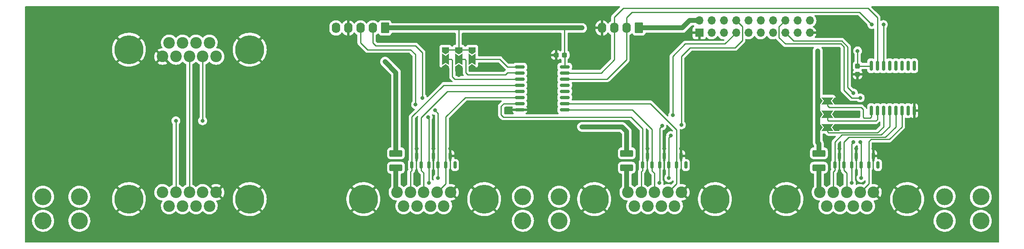
<source format=gtl>
%TF.GenerationSoftware,KiCad,Pcbnew,(5.99.0-8090-ga1d7a959f7)*%
%TF.CreationDate,2021-08-13T15:27:52+01:00*%
%TF.ProjectId,CONIO-A,434f4e49-4f2d-4412-9e6b-696361645f70,rev?*%
%TF.SameCoordinates,Original*%
%TF.FileFunction,Copper,L1,Top*%
%TF.FilePolarity,Positive*%
%FSLAX46Y46*%
G04 Gerber Fmt 4.6, Leading zero omitted, Abs format (unit mm)*
G04 Created by KiCad (PCBNEW (5.99.0-8090-ga1d7a959f7)) date 2021-08-13 15:27:52*
%MOMM*%
%LPD*%
G01*
G04 APERTURE LIST*
G04 Aperture macros list*
%AMRoundRect*
0 Rectangle with rounded corners*
0 $1 Rounding radius*
0 $2 $3 $4 $5 $6 $7 $8 $9 X,Y pos of 4 corners*
0 Add a 4 corners polygon primitive as box body*
4,1,4,$2,$3,$4,$5,$6,$7,$8,$9,$2,$3,0*
0 Add four circle primitives for the rounded corners*
1,1,$1+$1,$2,$3,0*
1,1,$1+$1,$4,$5,0*
1,1,$1+$1,$6,$7,0*
1,1,$1+$1,$8,$9,0*
0 Add four rect primitives between the rounded corners*
20,1,$1+$1,$2,$3,$4,$5,0*
20,1,$1+$1,$4,$5,$6,$7,0*
20,1,$1+$1,$6,$7,$8,$9,0*
20,1,$1+$1,$8,$9,$2,$3,0*%
G04 Aperture macros list end*
%TA.AperFunction,ComponentPad*%
%ADD10C,6.000000*%
%TD*%
%TA.AperFunction,ComponentPad*%
%ADD11C,2.400000*%
%TD*%
%TA.AperFunction,ComponentPad*%
%ADD12R,1.700000X1.700000*%
%TD*%
%TA.AperFunction,ComponentPad*%
%ADD13O,1.700000X1.700000*%
%TD*%
%TA.AperFunction,SMDPad,CuDef*%
%ADD14RoundRect,0.150000X0.150000X-0.587500X0.150000X0.587500X-0.150000X0.587500X-0.150000X-0.587500X0*%
%TD*%
%TA.AperFunction,SMDPad,CuDef*%
%ADD15RoundRect,0.250001X-1.074999X0.462499X-1.074999X-0.462499X1.074999X-0.462499X1.074999X0.462499X0*%
%TD*%
%TA.AperFunction,ComponentPad*%
%ADD16C,3.500000*%
%TD*%
%TA.AperFunction,ComponentPad*%
%ADD17C,3.550000*%
%TD*%
%TA.AperFunction,ComponentPad*%
%ADD18RoundRect,0.250000X0.620000X0.845000X-0.620000X0.845000X-0.620000X-0.845000X0.620000X-0.845000X0*%
%TD*%
%TA.AperFunction,ComponentPad*%
%ADD19O,1.740000X2.190000*%
%TD*%
%TA.AperFunction,SMDPad,CuDef*%
%ADD20RoundRect,0.237500X0.300000X0.237500X-0.300000X0.237500X-0.300000X-0.237500X0.300000X-0.237500X0*%
%TD*%
%TA.AperFunction,SMDPad,CuDef*%
%ADD21RoundRect,0.150000X-0.875000X-0.150000X0.875000X-0.150000X0.875000X0.150000X-0.875000X0.150000X0*%
%TD*%
%TA.AperFunction,SMDPad,CuDef*%
%ADD22RoundRect,0.150000X0.150000X-0.875000X0.150000X0.875000X-0.150000X0.875000X-0.150000X-0.875000X0*%
%TD*%
%TA.AperFunction,SMDPad,CuDef*%
%ADD23RoundRect,0.237500X-0.237500X0.300000X-0.237500X-0.300000X0.237500X-0.300000X0.237500X0.300000X0*%
%TD*%
%TA.AperFunction,ViaPad*%
%ADD24C,0.800000*%
%TD*%
%TA.AperFunction,Conductor*%
%ADD25C,0.250000*%
%TD*%
%TA.AperFunction,Conductor*%
%ADD26C,1.000000*%
%TD*%
G04 APERTURE END LIST*
D10*
%TO.P,J6,0,PAD*%
%TO.N,GND*%
X189545000Y-110800000D03*
X164555000Y-110800000D03*
D11*
%TO.P,J6,1,1*%
%TO.N,Net-(F2-Pad2)*%
X171510000Y-109380000D03*
%TO.P,J6,2,2*%
%TO.N,/RST_BTN_3*%
X174280000Y-109380000D03*
%TO.P,J6,3,3*%
%TO.N,/PWR_BTN_3*%
X177050000Y-109380000D03*
%TO.P,J6,4,4*%
%TO.N,/PWR_LED_3*%
X179820000Y-109380000D03*
%TO.P,J6,5,5*%
%TO.N,GND*%
X182590000Y-109380000D03*
%TO.P,J6,6,6*%
%TO.N,/RX3*%
X172895000Y-112220000D03*
%TO.P,J6,7,7*%
%TO.N,/TX3*%
X175665000Y-112220000D03*
%TO.P,J6,8,8*%
%TO.N,Net-(J6-Pad8)*%
X178435000Y-112220000D03*
%TO.P,J6,9,9*%
%TO.N,Net-(J6-Pad9)*%
X181205000Y-112220000D03*
%TD*%
D12*
%TO.P,J3,1,Pin_1*%
%TO.N,GND*%
X186300000Y-76300000D03*
D13*
%TO.P,J3,2,Pin_2*%
%TO.N,+3V3*%
X186300000Y-73760000D03*
%TO.P,J3,3,Pin_3*%
%TO.N,Net-(J3-Pad3)*%
X188840000Y-76300000D03*
%TO.P,J3,4,Pin_4*%
%TO.N,Net-(J3-Pad4)*%
X188840000Y-73760000D03*
%TO.P,J3,5,Pin_5*%
%TO.N,Net-(J3-Pad5)*%
X191380000Y-76300000D03*
%TO.P,J3,6,Pin_6*%
%TO.N,Net-(J3-Pad6)*%
X191380000Y-73760000D03*
%TO.P,J3,7,Pin_7*%
%TO.N,/RX3*%
X193920000Y-76300000D03*
%TO.P,J3,8,Pin_8*%
%TO.N,/TX3*%
X193920000Y-73760000D03*
%TO.P,J3,9,Pin_9*%
%TO.N,Net-(J3-Pad9)*%
X196460000Y-76300000D03*
%TO.P,J3,10,Pin_10*%
%TO.N,Net-(J3-Pad10)*%
X196460000Y-73760000D03*
%TO.P,J3,11,Pin_11*%
%TO.N,Net-(J3-Pad11)*%
X199000000Y-76300000D03*
%TO.P,J3,12,Pin_12*%
%TO.N,Net-(J3-Pad12)*%
X199000000Y-73760000D03*
%TO.P,J3,13,Pin_13*%
%TO.N,Net-(J3-Pad13)*%
X201540000Y-76300000D03*
%TO.P,J3,14,Pin_14*%
%TO.N,Net-(J3-Pad14)*%
X201540000Y-73760000D03*
%TO.P,J3,15,Pin_15*%
%TO.N,/RX4*%
X204080000Y-76300000D03*
%TO.P,J3,16,Pin_16*%
%TO.N,/TX4*%
X204080000Y-73760000D03*
%TO.P,J3,17,Pin_17*%
%TO.N,Net-(J3-Pad17)*%
X206620000Y-76300000D03*
%TO.P,J3,18,Pin_18*%
%TO.N,Net-(J3-Pad18)*%
X206620000Y-73760000D03*
%TO.P,J3,19,Pin_19*%
%TO.N,GND*%
X209160000Y-76300000D03*
%TO.P,J3,20,Pin_20*%
%TO.N,Net-(J3-Pad20)*%
X209160000Y-73760000D03*
%TD*%
D14*
%TO.P,D5,1,K*%
%TO.N,/RX3*%
X178100000Y-103737500D03*
%TO.P,D5,2,K*%
%TO.N,/TX3*%
X180000000Y-103737500D03*
%TO.P,D5,3,A*%
%TO.N,GND*%
X179050000Y-101862500D03*
%TD*%
D10*
%TO.P,J8,0,PAD*%
%TO.N,GND*%
X68305000Y-110800000D03*
X93295000Y-110800000D03*
D11*
%TO.P,J8,1,1*%
%TO.N,Net-(J8-Pad1)*%
X75260000Y-109380000D03*
%TO.P,J8,2,2*%
%TO.N,Net-(J4-Pad2)*%
X78030000Y-109380000D03*
%TO.P,J8,3,3*%
%TO.N,Net-(J4-Pad3)*%
X80800000Y-109380000D03*
%TO.P,J8,4,4*%
%TO.N,Net-(J8-Pad4)*%
X83570000Y-109380000D03*
%TO.P,J8,5,5*%
%TO.N,GND*%
X86340000Y-109380000D03*
%TO.P,J8,6,6*%
%TO.N,Net-(J8-Pad6)*%
X76645000Y-112220000D03*
%TO.P,J8,7,7*%
%TO.N,Net-(J8-Pad7)*%
X79415000Y-112220000D03*
%TO.P,J8,8,8*%
%TO.N,Net-(J8-Pad8)*%
X82185000Y-112220000D03*
%TO.P,J8,9,9*%
%TO.N,Net-(J8-Pad9)*%
X84955000Y-112220000D03*
%TD*%
D14*
%TO.P,D4,1,K*%
%TO.N,/RX2*%
X130350000Y-103737500D03*
%TO.P,D4,2,K*%
%TO.N,/TX2*%
X132250000Y-103737500D03*
%TO.P,D4,3,A*%
%TO.N,GND*%
X131300000Y-101862500D03*
%TD*%
%TO.P,D9,1,K*%
%TO.N,/RST_BTN_4*%
X214350000Y-103737500D03*
%TO.P,D9,2,K*%
%TO.N,/PWR_BTN_4*%
X216250000Y-103737500D03*
%TO.P,D9,3,A*%
%TO.N,GND*%
X215300000Y-101862500D03*
%TD*%
%TA.AperFunction,SMDPad,CuDef*%
%TO.P,JP4,1,A*%
%TO.N,GND*%
G36*
X213800000Y-93200000D02*
G01*
X214300001Y-92450000D01*
X215300000Y-92450001D01*
X215299999Y-93950000D01*
X214300000Y-93949999D01*
X213800000Y-93200000D01*
G37*
%TD.AperFunction*%
%TA.AperFunction,SMDPad,CuDef*%
%TO.P,JP4,2,C*%
%TO.N,Net-(JP4-Pad2)*%
G36*
X212100000Y-93200000D02*
G01*
X211600000Y-92450000D01*
X214000000Y-92450001D01*
X213500000Y-93200000D01*
X214000000Y-93950000D01*
X211600000Y-93949999D01*
X212100000Y-93200000D01*
G37*
%TD.AperFunction*%
%TA.AperFunction,SMDPad,CuDef*%
%TO.P,JP4,3,B*%
%TO.N,+3V3*%
G36*
X211800000Y-93200000D02*
G01*
X211300000Y-93950000D01*
X210300000Y-93950000D01*
X210300000Y-92450000D01*
X211300000Y-92450000D01*
X211800000Y-93200000D01*
G37*
%TD.AperFunction*%
%TD*%
D15*
%TO.P,F2,1*%
%TO.N,+3V3*%
X171300000Y-101312500D03*
%TO.P,F2,2*%
%TO.N,Net-(F2-Pad2)*%
X171300000Y-104287500D03*
%TD*%
%TA.AperFunction,SMDPad,CuDef*%
%TO.P,JP1,1,A*%
%TO.N,GND*%
G36*
X139300000Y-82800000D02*
G01*
X140050000Y-83300001D01*
X140050000Y-84300000D01*
X138550000Y-84299999D01*
X138550000Y-83300000D01*
X139300000Y-82800000D01*
G37*
%TD.AperFunction*%
%TA.AperFunction,SMDPad,CuDef*%
%TO.P,JP1,2,C*%
%TO.N,Net-(JP1-Pad2)*%
G36*
X139300000Y-81100000D02*
G01*
X140050000Y-80600000D01*
X140049999Y-83000000D01*
X139300000Y-82500000D01*
X138550000Y-83000000D01*
X138550001Y-80600000D01*
X139300000Y-81100000D01*
G37*
%TD.AperFunction*%
%TA.AperFunction,SMDPad,CuDef*%
%TO.P,JP1,3,B*%
%TO.N,+3V3*%
G36*
X139300000Y-80800000D02*
G01*
X138550000Y-80299999D01*
X138550001Y-79300000D01*
X140050000Y-79300001D01*
X140049999Y-80300000D01*
X139300000Y-80800000D01*
G37*
%TD.AperFunction*%
%TD*%
D16*
%TO.P,H2,1*%
%TO.N,N/C*%
X157300000Y-110300000D03*
X149800000Y-110300000D03*
D17*
X149800000Y-115300000D03*
D16*
X157300000Y-115300000D03*
%TD*%
D18*
%TO.P,J2,1,Pin_1*%
%TO.N,+3V3*%
X121300000Y-75300000D03*
D19*
%TO.P,J2,2,Pin_2*%
%TO.N,/TX2*%
X118760000Y-75300000D03*
%TO.P,J2,3,Pin_3*%
%TO.N,/RX2*%
X116220000Y-75300000D03*
%TO.P,J2,4,Pin_4*%
%TO.N,GND*%
X113680000Y-75300000D03*
%TO.P,J2,5,Pin_5*%
%TO.N,no_connect_74*%
X111140000Y-75300000D03*
%TD*%
D14*
%TO.P,D1,1,K*%
%TO.N,/PWR_LED_2*%
X133850000Y-103737500D03*
%TO.P,D1,2,K*%
%TO.N,no_connect_71*%
X135750000Y-103737500D03*
%TO.P,D1,3,A*%
%TO.N,GND*%
X134800000Y-101862500D03*
%TD*%
%TO.P,D2,1,K*%
%TO.N,/PWR_LED_3*%
X181600000Y-103737500D03*
%TO.P,D2,2,K*%
%TO.N,no_connect_72*%
X183500000Y-103737500D03*
%TO.P,D2,3,A*%
%TO.N,GND*%
X182550000Y-101862500D03*
%TD*%
%TA.AperFunction,SMDPad,CuDef*%
%TO.P,JP5,1,A*%
%TO.N,GND*%
G36*
X133800000Y-82800000D02*
G01*
X134550000Y-83300001D01*
X134550000Y-84300000D01*
X133050000Y-84299999D01*
X133050000Y-83300000D01*
X133800000Y-82800000D01*
G37*
%TD.AperFunction*%
%TA.AperFunction,SMDPad,CuDef*%
%TO.P,JP5,2,C*%
%TO.N,Net-(JP5-Pad2)*%
G36*
X133800000Y-81100000D02*
G01*
X134550000Y-80600000D01*
X134549999Y-83000000D01*
X133800000Y-82500000D01*
X133050000Y-83000000D01*
X133050001Y-80600000D01*
X133800000Y-81100000D01*
G37*
%TD.AperFunction*%
%TA.AperFunction,SMDPad,CuDef*%
%TO.P,JP5,3,B*%
%TO.N,+3V3*%
G36*
X133800000Y-80800000D02*
G01*
X133050000Y-80299999D01*
X133050001Y-79300000D01*
X134550000Y-79300001D01*
X134549999Y-80300000D01*
X133800000Y-80800000D01*
G37*
%TD.AperFunction*%
%TD*%
D20*
%TO.P,C1,1*%
%TO.N,+3V3*%
X158412500Y-80912500D03*
%TO.P,C1,2*%
%TO.N,GND*%
X156687500Y-80912500D03*
%TD*%
D14*
%TO.P,D7,1,K*%
%TO.N,/RST_BTN_2*%
X126850000Y-103737500D03*
%TO.P,D7,2,K*%
%TO.N,/PWR_BTN_2*%
X128750000Y-103737500D03*
%TO.P,D7,3,A*%
%TO.N,GND*%
X127800000Y-101862500D03*
%TD*%
%TO.P,D8,1,K*%
%TO.N,/RST_BTN_3*%
X174600000Y-103737500D03*
%TO.P,D8,2,K*%
%TO.N,/PWR_BTN_3*%
X176500000Y-103737500D03*
%TO.P,D8,3,A*%
%TO.N,GND*%
X175550000Y-101862500D03*
%TD*%
D21*
%TO.P,U1,1,A0*%
%TO.N,Net-(JP1-Pad2)*%
X149150000Y-83355000D03*
%TO.P,U1,2,A1*%
%TO.N,Net-(JP3-Pad2)*%
X149150000Y-84625000D03*
%TO.P,U1,3,A2*%
%TO.N,Net-(JP5-Pad2)*%
X149150000Y-85895000D03*
%TO.P,U1,4,P0*%
%TO.N,/RST_BTN_2*%
X149150000Y-87165000D03*
%TO.P,U1,5,P1*%
%TO.N,/PWR_BTN_2*%
X149150000Y-88435000D03*
%TO.P,U1,6,P2*%
%TO.N,/PWR_LED_2*%
X149150000Y-89705000D03*
%TO.P,U1,7,P3*%
%TO.N,/RST_BTN_3*%
X149150000Y-90975000D03*
%TO.P,U1,8,VSS*%
%TO.N,GND*%
X149150000Y-92245000D03*
%TO.P,U1,9,P4*%
%TO.N,/PWR_BTN_3*%
X158450000Y-92245000D03*
%TO.P,U1,10,P5*%
%TO.N,/PWR_LED_3*%
X158450000Y-90975000D03*
%TO.P,U1,11,P6*%
%TO.N,Net-(U1-Pad11)*%
X158450000Y-89705000D03*
%TO.P,U1,12,P7*%
%TO.N,Net-(U1-Pad12)*%
X158450000Y-88435000D03*
%TO.P,U1,13,~INT~*%
%TO.N,Net-(U1-Pad13)*%
X158450000Y-87165000D03*
%TO.P,U1,14,SCL*%
%TO.N,/SCL*%
X158450000Y-85895000D03*
%TO.P,U1,15,SDA*%
%TO.N,/SDA*%
X158450000Y-84625000D03*
%TO.P,U1,16,VDD*%
%TO.N,+3V3*%
X158450000Y-83355000D03*
%TD*%
D10*
%TO.P,J4,0,PAD*%
%TO.N,GND*%
X93295000Y-79800000D03*
X68305000Y-79800000D03*
D11*
%TO.P,J4,1,1*%
%TO.N,Net-(J4-Pad1)*%
X86340000Y-81220000D03*
%TO.P,J4,2,2*%
%TO.N,Net-(J4-Pad2)*%
X83570000Y-81220000D03*
%TO.P,J4,3,3*%
%TO.N,Net-(J4-Pad3)*%
X80800000Y-81220000D03*
%TO.P,J4,4,4*%
%TO.N,Net-(J4-Pad4)*%
X78030000Y-81220000D03*
%TO.P,J4,5,5*%
%TO.N,GND*%
X75260000Y-81220000D03*
%TO.P,J4,6,6*%
%TO.N,Net-(J4-Pad6)*%
X84955000Y-78380000D03*
%TO.P,J4,7,7*%
%TO.N,Net-(J4-Pad7)*%
X82185000Y-78380000D03*
%TO.P,J4,8,8*%
%TO.N,Net-(J4-Pad8)*%
X79415000Y-78380000D03*
%TO.P,J4,9,9*%
%TO.N,Net-(J4-Pad9)*%
X76645000Y-78380000D03*
%TD*%
%TA.AperFunction,SMDPad,CuDef*%
%TO.P,JP2,1,A*%
%TO.N,GND*%
G36*
X213800000Y-90450000D02*
G01*
X214300001Y-89700000D01*
X215300000Y-89700001D01*
X215299999Y-91200000D01*
X214300000Y-91199999D01*
X213800000Y-90450000D01*
G37*
%TD.AperFunction*%
%TA.AperFunction,SMDPad,CuDef*%
%TO.P,JP2,2,C*%
%TO.N,Net-(JP2-Pad2)*%
G36*
X212100000Y-90450000D02*
G01*
X211600000Y-89700000D01*
X214000000Y-89700001D01*
X213500000Y-90450000D01*
X214000000Y-91200000D01*
X211600000Y-91199999D01*
X212100000Y-90450000D01*
G37*
%TD.AperFunction*%
%TA.AperFunction,SMDPad,CuDef*%
%TO.P,JP2,3,B*%
%TO.N,+3V3*%
G36*
X211800000Y-90450000D02*
G01*
X211300000Y-91200000D01*
X210300000Y-91200000D01*
X210300000Y-89700000D01*
X211300000Y-89700000D01*
X211800000Y-90450000D01*
G37*
%TD.AperFunction*%
%TD*%
D14*
%TO.P,D6,1,K*%
%TO.N,/RX4*%
X217850000Y-103737500D03*
%TO.P,D6,2,K*%
%TO.N,/TX4*%
X219750000Y-103737500D03*
%TO.P,D6,3,A*%
%TO.N,GND*%
X218800000Y-101862500D03*
%TD*%
%TA.AperFunction,SMDPad,CuDef*%
%TO.P,JP3,1,A*%
%TO.N,GND*%
G36*
X136550000Y-82800000D02*
G01*
X137300000Y-83300001D01*
X137300000Y-84300000D01*
X135800000Y-84299999D01*
X135800000Y-83300000D01*
X136550000Y-82800000D01*
G37*
%TD.AperFunction*%
%TA.AperFunction,SMDPad,CuDef*%
%TO.P,JP3,2,C*%
%TO.N,Net-(JP3-Pad2)*%
G36*
X136550000Y-81100000D02*
G01*
X137300000Y-80600000D01*
X137299999Y-83000000D01*
X136550000Y-82500000D01*
X135800000Y-83000000D01*
X135800001Y-80600000D01*
X136550000Y-81100000D01*
G37*
%TD.AperFunction*%
%TA.AperFunction,SMDPad,CuDef*%
%TO.P,JP3,3,B*%
%TO.N,+3V3*%
G36*
X136550000Y-80800000D02*
G01*
X135800000Y-80299999D01*
X135800001Y-79300000D01*
X137300000Y-79300001D01*
X137299999Y-80300000D01*
X136550000Y-80800000D01*
G37*
%TD.AperFunction*%
%TD*%
D15*
%TO.P,F3,1*%
%TO.N,+3V3*%
X211050000Y-101312500D03*
%TO.P,F3,2*%
%TO.N,Net-(F3-Pad2)*%
X211050000Y-104287500D03*
%TD*%
D10*
%TO.P,J7,0,PAD*%
%TO.N,GND*%
X204305000Y-110800000D03*
X229295000Y-110800000D03*
D11*
%TO.P,J7,1,1*%
%TO.N,Net-(F3-Pad2)*%
X211260000Y-109380000D03*
%TO.P,J7,2,2*%
%TO.N,/RST_BTN_4*%
X214030000Y-109380000D03*
%TO.P,J7,3,3*%
%TO.N,/PWR_BTN_4*%
X216800000Y-109380000D03*
%TO.P,J7,4,4*%
%TO.N,/PWR_LED_4*%
X219570000Y-109380000D03*
%TO.P,J7,5,5*%
%TO.N,GND*%
X222340000Y-109380000D03*
%TO.P,J7,6,6*%
%TO.N,/RX4*%
X212645000Y-112220000D03*
%TO.P,J7,7,7*%
%TO.N,/TX4*%
X215415000Y-112220000D03*
%TO.P,J7,8,8*%
%TO.N,Net-(J7-Pad8)*%
X218185000Y-112220000D03*
%TO.P,J7,9,9*%
%TO.N,Net-(J7-Pad9)*%
X220955000Y-112220000D03*
%TD*%
D15*
%TO.P,F1,1*%
%TO.N,+3V3*%
X123550000Y-101312500D03*
%TO.P,F1,2*%
%TO.N,Net-(F1-Pad2)*%
X123550000Y-104287500D03*
%TD*%
D16*
%TO.P,H1,1*%
%TO.N,N/C*%
X58050000Y-110300000D03*
X58050000Y-115300000D03*
D17*
X50550000Y-115300000D03*
D16*
X50550000Y-110300000D03*
%TD*%
D14*
%TO.P,D3,1,K*%
%TO.N,/PWR_LED_4*%
X221350000Y-103737500D03*
%TO.P,D3,2,K*%
%TO.N,no_connect_73*%
X223250000Y-103737500D03*
%TO.P,D3,3,A*%
%TO.N,GND*%
X222300000Y-101862500D03*
%TD*%
D10*
%TO.P,J5,0,PAD*%
%TO.N,GND*%
X116805000Y-110800000D03*
X141795000Y-110800000D03*
D11*
%TO.P,J5,1,1*%
%TO.N,Net-(F1-Pad2)*%
X123760000Y-109380000D03*
%TO.P,J5,2,2*%
%TO.N,/RST_BTN_2*%
X126530000Y-109380000D03*
%TO.P,J5,3,3*%
%TO.N,/PWR_BTN_2*%
X129300000Y-109380000D03*
%TO.P,J5,4,4*%
%TO.N,/PWR_LED_2*%
X132070000Y-109380000D03*
%TO.P,J5,5,5*%
%TO.N,GND*%
X134840000Y-109380000D03*
%TO.P,J5,6,6*%
%TO.N,/RX2*%
X125145000Y-112220000D03*
%TO.P,J5,7,7*%
%TO.N,/TX2*%
X127915000Y-112220000D03*
%TO.P,J5,8,8*%
%TO.N,Net-(J5-Pad8)*%
X130685000Y-112220000D03*
%TO.P,J5,9,9*%
%TO.N,Net-(J5-Pad9)*%
X133455000Y-112220000D03*
%TD*%
D18*
%TO.P,J1,1,Pin_1*%
%TO.N,+3V3*%
X173800000Y-75300000D03*
D19*
%TO.P,J1,2,Pin_2*%
%TO.N,/SCL*%
X171260000Y-75300000D03*
%TO.P,J1,3,Pin_3*%
%TO.N,/SDA*%
X168720000Y-75300000D03*
%TO.P,J1,4,Pin_4*%
%TO.N,GND*%
X166180000Y-75300000D03*
%TD*%
D16*
%TO.P,H3,1*%
%TO.N,N/C*%
X244550000Y-110300000D03*
D17*
X237050000Y-115300000D03*
D16*
X237050000Y-110300000D03*
X244550000Y-115300000D03*
%TD*%
D22*
%TO.P,U2,1,A0*%
%TO.N,Net-(JP2-Pad2)*%
X221855000Y-92450000D03*
%TO.P,U2,2,A1*%
%TO.N,Net-(JP4-Pad2)*%
X223125000Y-92450000D03*
%TO.P,U2,3,A2*%
%TO.N,Net-(JP6-Pad2)*%
X224395000Y-92450000D03*
%TO.P,U2,4,P0*%
%TO.N,/RST_BTN_4*%
X225665000Y-92450000D03*
%TO.P,U2,5,P1*%
%TO.N,/PWR_BTN_4*%
X226935000Y-92450000D03*
%TO.P,U2,6,P2*%
%TO.N,/PWR_LED_4*%
X228205000Y-92450000D03*
%TO.P,U2,7,P3*%
%TO.N,Net-(U2-Pad7)*%
X229475000Y-92450000D03*
%TO.P,U2,8,VSS*%
%TO.N,GND*%
X230745000Y-92450000D03*
%TO.P,U2,9,P4*%
%TO.N,Net-(U2-Pad9)*%
X230745000Y-83150000D03*
%TO.P,U2,10,P5*%
%TO.N,Net-(U2-Pad10)*%
X229475000Y-83150000D03*
%TO.P,U2,11,P6*%
%TO.N,Net-(U2-Pad11)*%
X228205000Y-83150000D03*
%TO.P,U2,12,P7*%
%TO.N,Net-(U2-Pad12)*%
X226935000Y-83150000D03*
%TO.P,U2,13,~INT~*%
%TO.N,Net-(U2-Pad13)*%
X225665000Y-83150000D03*
%TO.P,U2,14,SCL*%
%TO.N,/SCL*%
X224395000Y-83150000D03*
%TO.P,U2,15,SDA*%
%TO.N,/SDA*%
X223125000Y-83150000D03*
%TO.P,U2,16,VDD*%
%TO.N,+3V3*%
X221855000Y-83150000D03*
%TD*%
%TA.AperFunction,SMDPad,CuDef*%
%TO.P,JP6,1,A*%
%TO.N,GND*%
G36*
X213800000Y-95950000D02*
G01*
X214300001Y-95200000D01*
X215300000Y-95200001D01*
X215299999Y-96700000D01*
X214300000Y-96699999D01*
X213800000Y-95950000D01*
G37*
%TD.AperFunction*%
%TA.AperFunction,SMDPad,CuDef*%
%TO.P,JP6,2,C*%
%TO.N,Net-(JP6-Pad2)*%
G36*
X212100000Y-95950000D02*
G01*
X211600000Y-95200000D01*
X214000000Y-95200001D01*
X213500000Y-95950000D01*
X214000000Y-96700000D01*
X211600000Y-96699999D01*
X212100000Y-95950000D01*
G37*
%TD.AperFunction*%
%TA.AperFunction,SMDPad,CuDef*%
%TO.P,JP6,3,B*%
%TO.N,+3V3*%
G36*
X211800000Y-95950000D02*
G01*
X211300000Y-96700000D01*
X210300000Y-96700000D01*
X210300000Y-95200000D01*
X211300000Y-95200000D01*
X211800000Y-95950000D01*
G37*
%TD.AperFunction*%
%TD*%
D23*
%TO.P,C2,1*%
%TO.N,+3V3*%
X219050000Y-83187500D03*
%TO.P,C2,2*%
%TO.N,GND*%
X219050000Y-84912500D03*
%TD*%
D24*
%TO.N,GND*%
X175550000Y-100300000D03*
X146800000Y-92300000D03*
X131300000Y-100300000D03*
X141300000Y-83800000D03*
X154550000Y-80800000D03*
X127800000Y-100300000D03*
X173050000Y-82050000D03*
X182550000Y-100300000D03*
X216300000Y-90300000D03*
X133800000Y-85050000D03*
X136550000Y-85050000D03*
X219050000Y-86550000D03*
X222300000Y-100300000D03*
X230800000Y-94800000D03*
X207800000Y-83050000D03*
X216300000Y-95800000D03*
X165300000Y-88300000D03*
X177800000Y-78050000D03*
X216300000Y-93300000D03*
X218800000Y-100300000D03*
X171300000Y-84800000D03*
X213800000Y-83050000D03*
X186050000Y-83050000D03*
X178800000Y-89800000D03*
X134800000Y-100300000D03*
X179050000Y-100300000D03*
X215300000Y-100300000D03*
%TO.N,+3V3*%
X210800000Y-80050000D03*
X162050000Y-95800000D03*
X219050000Y-80050000D03*
X162050000Y-75300000D03*
X121300000Y-82300000D03*
X182800000Y-75300000D03*
%TO.N,/TX2*%
X132200000Y-106400000D03*
X129000000Y-89800000D03*
X131600000Y-92400000D03*
%TO.N,/RX2*%
X130200000Y-93800000D03*
X127600000Y-91200000D03*
X130400000Y-107400000D03*
%TO.N,/TX3*%
X180000000Y-106400000D03*
X180400000Y-97600000D03*
X182600000Y-95400000D03*
%TO.N,/RX3*%
X178600000Y-95600000D03*
X180800000Y-93400000D03*
X178000000Y-107400000D03*
%TO.N,/TX4*%
X219600000Y-99000000D03*
X219755144Y-106399116D03*
X219600000Y-89800000D03*
%TO.N,/RX4*%
X218200000Y-99000000D03*
X218200000Y-88800000D03*
X217800000Y-107400000D03*
%TO.N,/SCL*%
X222000000Y-74600000D03*
X224400000Y-74600000D03*
%TO.N,Net-(J4-Pad2)*%
X83550000Y-94550000D03*
X78030000Y-94550000D03*
%TD*%
D25*
%TO.N,GND*%
X133800000Y-85050000D02*
X133800000Y-83800000D01*
X175550000Y-101862500D02*
X175550000Y-100300000D01*
X179050000Y-101862500D02*
X179050000Y-100300000D01*
X219050000Y-86550000D02*
X219050000Y-84912500D01*
X149150000Y-92245000D02*
X146855000Y-92245000D01*
X216300000Y-90300000D02*
X214950000Y-90300000D01*
X216300000Y-93300000D02*
X214900000Y-93300000D01*
X214900000Y-93300000D02*
X214800000Y-93200000D01*
X141300000Y-83800000D02*
X139300000Y-83800000D01*
X146855000Y-92245000D02*
X146800000Y-92300000D01*
X182550000Y-101862500D02*
X182550000Y-100300000D01*
X127800000Y-101862500D02*
X127800000Y-100300000D01*
X136550000Y-85050000D02*
X136550000Y-83800000D01*
X230745000Y-94745000D02*
X230800000Y-94800000D01*
X134800000Y-101862500D02*
X134800000Y-100300000D01*
X214950000Y-95800000D02*
X214800000Y-95950000D01*
X216300000Y-95800000D02*
X214950000Y-95800000D01*
X230745000Y-92450000D02*
X230745000Y-94745000D01*
X214950000Y-90300000D02*
X214800000Y-90450000D01*
X222300000Y-101862500D02*
X222300000Y-100300000D01*
X218800000Y-101862500D02*
X218800000Y-100300000D01*
X215300000Y-101862500D02*
X215300000Y-100300000D01*
X131300000Y-101862500D02*
X131300000Y-100300000D01*
D26*
%TO.N,+3V3*%
X210800000Y-99050000D02*
X211050000Y-99300000D01*
X121300000Y-75300000D02*
X136300000Y-75300000D01*
D25*
X219050000Y-83187500D02*
X219050000Y-80050000D01*
X158412500Y-80912500D02*
X158412500Y-75412500D01*
D26*
X123550000Y-84550000D02*
X123550000Y-101312500D01*
X182800000Y-75300000D02*
X184340000Y-73760000D01*
X210800000Y-80050000D02*
X210800000Y-99050000D01*
D25*
X158450000Y-80950000D02*
X158412500Y-80912500D01*
D26*
X121300000Y-82300000D02*
X123550000Y-84550000D01*
X211050000Y-99300000D02*
X211050000Y-101312500D01*
D25*
X158412500Y-75412500D02*
X158300000Y-75300000D01*
D26*
X136300000Y-75300000D02*
X158300000Y-75300000D01*
D25*
X158450000Y-83355000D02*
X158450000Y-80950000D01*
X139300000Y-79800000D02*
X133800000Y-79800000D01*
D26*
X171300000Y-96800000D02*
X171300000Y-101312500D01*
D25*
X136550000Y-79800000D02*
X136550000Y-75550000D01*
X136550000Y-75550000D02*
X136300000Y-75300000D01*
D26*
X162050000Y-95800000D02*
X170300000Y-95800000D01*
D25*
X221817500Y-83187500D02*
X221855000Y-83150000D01*
D26*
X173800000Y-75300000D02*
X182800000Y-75300000D01*
X184340000Y-73760000D02*
X186300000Y-73760000D01*
X170300000Y-95800000D02*
X171300000Y-96800000D01*
D25*
X219050000Y-83187500D02*
X221817500Y-83187500D01*
D26*
X158300000Y-75300000D02*
X162050000Y-75300000D01*
D25*
%TO.N,/PWR_LED_2*%
X133850000Y-103737500D02*
X133850000Y-93750000D01*
X133850000Y-107600000D02*
X133850000Y-103737500D01*
X137895000Y-89705000D02*
X149150000Y-89705000D01*
X133850000Y-93750000D02*
X137895000Y-89705000D01*
X132070000Y-109380000D02*
X133850000Y-107600000D01*
%TO.N,/PWR_LED_3*%
X181600000Y-107600000D02*
X181600000Y-103737500D01*
X176175000Y-90975000D02*
X158450000Y-90975000D01*
X179820000Y-109380000D02*
X181600000Y-107600000D01*
X181600000Y-103737500D02*
X181600000Y-96400000D01*
X181600000Y-96400000D02*
X176175000Y-90975000D01*
%TO.N,/PWR_LED_4*%
X228205000Y-95795000D02*
X228205000Y-92450000D01*
X221350000Y-98850000D02*
X221800000Y-98400000D01*
X221800000Y-98400000D02*
X225600000Y-98400000D01*
X221350000Y-103737500D02*
X221350000Y-98850000D01*
X221350000Y-107600000D02*
X221350000Y-103737500D01*
X219570000Y-109380000D02*
X221350000Y-107600000D01*
X225600000Y-98400000D02*
X228205000Y-95795000D01*
%TO.N,/TX2*%
X132250000Y-103737500D02*
X132250000Y-106350000D01*
X132250000Y-103737500D02*
X132250000Y-93050000D01*
X127600000Y-79000000D02*
X119400000Y-79000000D01*
X118760000Y-78360000D02*
X118760000Y-75300000D01*
X119400000Y-79000000D02*
X118760000Y-78360000D01*
X132250000Y-106350000D02*
X132200000Y-106400000D01*
X129000000Y-80400000D02*
X127600000Y-79000000D01*
X132250000Y-93050000D02*
X131600000Y-92400000D01*
X129000000Y-89800000D02*
X129000000Y-80400000D01*
%TO.N,/RX2*%
X127600000Y-80800000D02*
X126600000Y-79800000D01*
X130350000Y-107350000D02*
X130400000Y-107400000D01*
X126600000Y-79800000D02*
X117640000Y-79800000D01*
X130350000Y-103737500D02*
X130350000Y-107350000D01*
X127600000Y-91200000D02*
X127600000Y-80800000D01*
X116220000Y-78380000D02*
X116220000Y-75300000D01*
X130350000Y-93950000D02*
X130200000Y-93800000D01*
X130350000Y-103737500D02*
X130350000Y-93950000D01*
X117640000Y-79800000D02*
X116220000Y-78380000D01*
%TO.N,/TX3*%
X182600000Y-81200000D02*
X184400000Y-79400000D01*
X193700000Y-79400000D02*
X195194897Y-77905103D01*
X184400000Y-79400000D02*
X193700000Y-79400000D01*
X182600000Y-95400000D02*
X182600000Y-81200000D01*
X180000000Y-98000000D02*
X180300000Y-97700000D01*
X180300000Y-97700000D02*
X180400000Y-97600000D01*
X180000000Y-103737500D02*
X180000000Y-98000000D01*
X195194897Y-77905103D02*
X195194897Y-75034897D01*
X195194897Y-75034897D02*
X193920000Y-73760000D01*
X180000000Y-106400000D02*
X180000000Y-103737500D01*
%TO.N,/RX3*%
X183400000Y-78600000D02*
X191620000Y-78600000D01*
X178100000Y-107300000D02*
X178000000Y-107400000D01*
X180800000Y-81200000D02*
X183400000Y-78600000D01*
X178100000Y-96100000D02*
X178600000Y-95600000D01*
X191620000Y-78600000D02*
X193920000Y-76300000D01*
X178100000Y-103737500D02*
X178100000Y-107300000D01*
X180800000Y-93400000D02*
X180800000Y-81200000D01*
X178100000Y-103737500D02*
X178100000Y-96100000D01*
%TO.N,/TX4*%
X217800000Y-89800000D02*
X216200000Y-88200000D01*
X216200000Y-88200000D02*
X216200000Y-79200000D01*
X215600000Y-78600000D02*
X204100000Y-78600000D01*
X219750000Y-99150000D02*
X219600000Y-99000000D01*
X219750000Y-103737500D02*
X219750000Y-106393972D01*
X219750000Y-103737500D02*
X219750000Y-99150000D01*
X219600000Y-89800000D02*
X217800000Y-89800000D01*
X204100000Y-78600000D02*
X202800000Y-77300000D01*
X202800000Y-75040000D02*
X204080000Y-73760000D01*
X202800000Y-77300000D02*
X202800000Y-75040000D01*
X219750000Y-106393972D02*
X219755144Y-106399116D01*
X216200000Y-79200000D02*
X215600000Y-78600000D01*
%TO.N,/RX4*%
X217000000Y-79200000D02*
X215800000Y-78000000D01*
X217850000Y-107350000D02*
X217800000Y-107400000D01*
X215800000Y-78000000D02*
X205780000Y-78000000D01*
X218200000Y-88800000D02*
X217000000Y-87600000D01*
X217850000Y-99350000D02*
X218200000Y-99000000D01*
X217000000Y-87600000D02*
X217000000Y-79200000D01*
X217850000Y-103737500D02*
X217850000Y-99350000D01*
X217850000Y-103737500D02*
X217850000Y-107350000D01*
X205780000Y-78000000D02*
X204080000Y-76300000D01*
%TO.N,/PWR_BTN_2*%
X134165000Y-88435000D02*
X149150000Y-88435000D01*
X128750000Y-103737500D02*
X128750000Y-104850000D01*
X128750000Y-104850000D02*
X129300000Y-105400000D01*
X129300000Y-105400000D02*
X129300000Y-109380000D01*
X128750000Y-93850000D02*
X134165000Y-88435000D01*
X128750000Y-103737500D02*
X128750000Y-93850000D01*
%TO.N,/RST_BTN_2*%
X126530000Y-105170000D02*
X126530000Y-109380000D01*
X126850000Y-103737500D02*
X126850000Y-93750000D01*
X126850000Y-93750000D02*
X133435000Y-87165000D01*
X126850000Y-103737500D02*
X126850000Y-104850000D01*
X126850000Y-104850000D02*
X126530000Y-105170000D01*
X133435000Y-87165000D02*
X149150000Y-87165000D01*
%TO.N,/PWR_BTN_3*%
X176500000Y-103737500D02*
X176500000Y-96300000D01*
X177050000Y-109380000D02*
X177050000Y-105450000D01*
X172445000Y-92245000D02*
X158450000Y-92245000D01*
X176500000Y-104900000D02*
X176500000Y-103737500D01*
X177050000Y-105450000D02*
X176500000Y-104900000D01*
X176500000Y-96300000D02*
X172445000Y-92245000D01*
%TO.N,/RST_BTN_3*%
X174600000Y-103737500D02*
X174600000Y-96200000D01*
X172200000Y-93800000D02*
X145800000Y-93800000D01*
X145300000Y-91550000D02*
X145875000Y-90975000D01*
X145800000Y-93800000D02*
X145300000Y-93300000D01*
X174280000Y-105120000D02*
X174600000Y-104800000D01*
X174600000Y-96200000D02*
X172200000Y-93800000D01*
X174600000Y-104800000D02*
X174600000Y-103737500D01*
X174280000Y-109380000D02*
X174280000Y-105120000D01*
X145300000Y-93300000D02*
X145300000Y-91550000D01*
X145875000Y-90975000D02*
X149150000Y-90975000D01*
%TO.N,/PWR_BTN_4*%
X224811364Y-97925060D02*
X226935000Y-95801424D01*
X216250000Y-104850000D02*
X216250000Y-103737500D01*
X226935000Y-95801424D02*
X226935000Y-92450000D01*
X216250000Y-103737500D02*
X216250000Y-98950000D01*
X216800000Y-105400000D02*
X216250000Y-104850000D01*
X217274940Y-97925060D02*
X224811364Y-97925060D01*
X216800000Y-109380000D02*
X216800000Y-105400000D01*
X216250000Y-98950000D02*
X217274940Y-97925060D01*
%TO.N,/RST_BTN_4*%
X225665000Y-95735000D02*
X225665000Y-92450000D01*
X214030000Y-105170000D02*
X214030000Y-105570000D01*
X215824960Y-97475040D02*
X223924960Y-97475040D01*
X214350000Y-104850000D02*
X214030000Y-105170000D01*
X223924960Y-97475040D02*
X225665000Y-95735000D01*
X214350000Y-103737500D02*
X214350000Y-104850000D01*
X214350000Y-103737500D02*
X214350000Y-98950000D01*
X214350000Y-98950000D02*
X215824960Y-97475040D01*
X214030000Y-105570000D02*
X214030000Y-109380000D01*
%TO.N,Net-(F1-Pad2)*%
X123550000Y-109170000D02*
X123760000Y-109380000D01*
D26*
X123550000Y-104287500D02*
X123550000Y-109170000D01*
%TO.N,Net-(F2-Pad2)*%
X171300000Y-104287500D02*
X171300000Y-109170000D01*
D25*
X171300000Y-109170000D02*
X171510000Y-109380000D01*
%TO.N,Net-(F3-Pad2)*%
X211050000Y-109170000D02*
X211260000Y-109380000D01*
D26*
X211050000Y-104287500D02*
X211050000Y-109170000D01*
D25*
%TO.N,/SDA*%
X223125000Y-73125000D02*
X223125000Y-83150000D01*
X168720000Y-75300000D02*
X168720000Y-73080000D01*
X165975000Y-84625000D02*
X168720000Y-81880000D01*
X221200000Y-71200000D02*
X223125000Y-73125000D01*
X158450000Y-84625000D02*
X165975000Y-84625000D01*
X168720000Y-73080000D02*
X170600000Y-71200000D01*
X170600000Y-71200000D02*
X221200000Y-71200000D01*
X168720000Y-81880000D02*
X168720000Y-75300000D01*
%TO.N,/SCL*%
X219400000Y-72000000D02*
X222000000Y-74600000D01*
X171260000Y-81860000D02*
X171260000Y-75300000D01*
X224400000Y-83145000D02*
X224395000Y-83150000D01*
X172400000Y-72000000D02*
X219400000Y-72000000D01*
X158450000Y-85895000D02*
X167225000Y-85895000D01*
X167225000Y-85895000D02*
X171260000Y-81860000D01*
X171260000Y-73140000D02*
X172400000Y-72000000D01*
X224400000Y-74600000D02*
X224400000Y-83145000D01*
X171260000Y-75300000D02*
X171260000Y-73140000D01*
%TO.N,Net-(J4-Pad3)*%
X80800000Y-81220000D02*
X80800000Y-109380000D01*
%TO.N,Net-(J4-Pad2)*%
X83550000Y-94550000D02*
X83550000Y-81240000D01*
X78030000Y-109380000D02*
X78030000Y-94550000D01*
X83550000Y-81240000D02*
X83570000Y-81220000D01*
%TO.N,Net-(JP1-Pad2)*%
X145050000Y-81800000D02*
X146605000Y-83355000D01*
X146605000Y-83355000D02*
X149150000Y-83355000D01*
X139300000Y-81800000D02*
X145050000Y-81800000D01*
%TO.N,Net-(JP2-Pad2)*%
X213200000Y-91800000D02*
X219800000Y-91800000D01*
X221855000Y-93745000D02*
X221855000Y-92450000D01*
X212800000Y-90450000D02*
X212800000Y-91400000D01*
X212800000Y-91400000D02*
X213200000Y-91800000D01*
X221600000Y-94000000D02*
X221855000Y-93745000D01*
X220200000Y-92200000D02*
X220200000Y-93800000D01*
X219800000Y-91800000D02*
X220200000Y-92200000D01*
X220400000Y-94000000D02*
X221600000Y-94000000D01*
X220200000Y-93800000D02*
X220400000Y-94000000D01*
%TO.N,Net-(JP3-Pad2)*%
X149125000Y-84600000D02*
X149150000Y-84625000D01*
X138400000Y-85000000D02*
X146200000Y-85000000D01*
X146200000Y-85000000D02*
X146600000Y-84600000D01*
X146600000Y-84600000D02*
X149125000Y-84600000D01*
X138000000Y-84600000D02*
X138400000Y-85000000D01*
X137800000Y-81800000D02*
X138000000Y-82000000D01*
X136550000Y-81800000D02*
X137800000Y-81800000D01*
X138000000Y-82000000D02*
X138000000Y-84600000D01*
%TO.N,Net-(JP4-Pad2)*%
X222800000Y-94600000D02*
X223125000Y-94275000D01*
X212800000Y-93200000D02*
X212800000Y-94400000D01*
X223125000Y-94275000D02*
X223125000Y-92450000D01*
X212800000Y-94400000D02*
X213000000Y-94600000D01*
X213000000Y-94600000D02*
X222800000Y-94600000D01*
%TO.N,Net-(JP5-Pad2)*%
X135200000Y-82000000D02*
X135200000Y-85400000D01*
X135200000Y-85400000D02*
X135695000Y-85895000D01*
X135695000Y-85895000D02*
X149150000Y-85895000D01*
X135000000Y-81800000D02*
X135200000Y-82000000D01*
X133800000Y-81800000D02*
X135000000Y-81800000D01*
%TO.N,Net-(JP6-Pad2)*%
X213025020Y-97025020D02*
X223174980Y-97025020D01*
X212800000Y-96800000D02*
X213025020Y-97025020D01*
X224395000Y-95805000D02*
X224395000Y-92450000D01*
X223174980Y-97025020D02*
X224395000Y-95805000D01*
X212800000Y-95950000D02*
X212800000Y-96800000D01*
%TD*%
%TA.AperFunction,Conductor*%
%TO.N,GND*%
G36*
X169860027Y-70828002D02*
G01*
X169906520Y-70881658D01*
X169916624Y-70951932D01*
X169887130Y-71016512D01*
X169881001Y-71023095D01*
X168327478Y-72576618D01*
X168319400Y-72583969D01*
X168313006Y-72588027D01*
X168307579Y-72593806D01*
X168307578Y-72593807D01*
X168267148Y-72636861D01*
X168264393Y-72639703D01*
X168244062Y-72660034D01*
X168241628Y-72663171D01*
X168241626Y-72663174D01*
X168241403Y-72663461D01*
X168233707Y-72672471D01*
X168223947Y-72682865D01*
X168203444Y-72704699D01*
X168199628Y-72711640D01*
X168199626Y-72711643D01*
X168193688Y-72722445D01*
X168182834Y-72738968D01*
X168176949Y-72746556D01*
X168170417Y-72754977D01*
X168167269Y-72762252D01*
X168152859Y-72795551D01*
X168147637Y-72806211D01*
X168137435Y-72824769D01*
X168126339Y-72844952D01*
X168121301Y-72864572D01*
X168114902Y-72883264D01*
X168106853Y-72901865D01*
X168105613Y-72909692D01*
X168105613Y-72909693D01*
X168099937Y-72945531D01*
X168097530Y-72957154D01*
X168086536Y-72999975D01*
X168086501Y-73000531D01*
X168086501Y-73020447D01*
X168084950Y-73040157D01*
X168081816Y-73059945D01*
X168082562Y-73067837D01*
X168085942Y-73103593D01*
X168086501Y-73115451D01*
X168086501Y-73775991D01*
X168066499Y-73844112D01*
X168025866Y-73883710D01*
X167909413Y-73954375D01*
X167909406Y-73954380D01*
X167904848Y-73957146D01*
X167900818Y-73960643D01*
X167776206Y-74068776D01*
X167728155Y-74110472D01*
X167579821Y-74291377D01*
X167577184Y-74296009D01*
X167577183Y-74296011D01*
X167577015Y-74296307D01*
X167558422Y-74328970D01*
X167507342Y-74378275D01*
X167437712Y-74392137D01*
X167371641Y-74366155D01*
X167344401Y-74337004D01*
X167260802Y-74212831D01*
X167254143Y-74204548D01*
X167100091Y-74043059D01*
X167092120Y-74036007D01*
X166913062Y-73902784D01*
X166904025Y-73897180D01*
X166705076Y-73796030D01*
X166695215Y-73792027D01*
X166482080Y-73725846D01*
X166471688Y-73723561D01*
X166451959Y-73720946D01*
X166437793Y-73723143D01*
X166434000Y-73736327D01*
X166433999Y-75045998D01*
X166434000Y-75046004D01*
X166433999Y-76861646D01*
X166437972Y-76875177D01*
X166448579Y-76876702D01*
X166572200Y-76850764D01*
X166582380Y-76847710D01*
X166789967Y-76765728D01*
X166799490Y-76761001D01*
X166990297Y-76645218D01*
X166998887Y-76638954D01*
X167167455Y-76492677D01*
X167174869Y-76485054D01*
X167316382Y-76312468D01*
X167322410Y-76303697D01*
X167340992Y-76271053D01*
X167392074Y-76221747D01*
X167461705Y-76207885D01*
X167527776Y-76233868D01*
X167555014Y-76263017D01*
X167641786Y-76391905D01*
X167645466Y-76395762D01*
X167645467Y-76395764D01*
X167696676Y-76449445D01*
X167803265Y-76561180D01*
X167990957Y-76700827D01*
X167995708Y-76703243D01*
X167995712Y-76703245D01*
X168017606Y-76714376D01*
X168069263Y-76763079D01*
X168086501Y-76826693D01*
X168086500Y-79198699D01*
X168086500Y-81565405D01*
X168066498Y-81633526D01*
X168049595Y-81654500D01*
X165749501Y-83954595D01*
X165687189Y-83988620D01*
X165660406Y-83991500D01*
X160022122Y-83991500D01*
X159954001Y-83971498D01*
X159907508Y-83917842D01*
X159897404Y-83847568D01*
X159908114Y-83811852D01*
X159952650Y-83717207D01*
X159956026Y-83710033D01*
X159957511Y-83702250D01*
X159957512Y-83702246D01*
X159982386Y-83571852D01*
X159982386Y-83571849D01*
X159983500Y-83566011D01*
X159983500Y-83165421D01*
X159967655Y-83039994D01*
X159940819Y-82972214D01*
X159909347Y-82892725D01*
X159909346Y-82892723D01*
X159906429Y-82885356D01*
X159897980Y-82873726D01*
X159813331Y-82757217D01*
X159808671Y-82750803D01*
X159680521Y-82644788D01*
X159530033Y-82573974D01*
X159522250Y-82572489D01*
X159522246Y-82572488D01*
X159391852Y-82547614D01*
X159391849Y-82547614D01*
X159386011Y-82546500D01*
X159209500Y-82546500D01*
X159141379Y-82526498D01*
X159094886Y-82472842D01*
X159083500Y-82420500D01*
X159083500Y-81866794D01*
X159103502Y-81798673D01*
X159140416Y-81761422D01*
X159188105Y-81730156D01*
X159188108Y-81730153D01*
X159194228Y-81726141D01*
X159313848Y-81599867D01*
X159401211Y-81449461D01*
X159415771Y-81401391D01*
X159449757Y-81289178D01*
X159451631Y-81282991D01*
X159453431Y-81262828D01*
X159458251Y-81208818D01*
X159458251Y-81208812D01*
X159458500Y-81206025D01*
X159458500Y-80632116D01*
X159454463Y-80597486D01*
X159444205Y-80509507D01*
X159443357Y-80502234D01*
X159408101Y-80405103D01*
X159386507Y-80345613D01*
X159386507Y-80345612D01*
X159384010Y-80338734D01*
X159288641Y-80193272D01*
X159162367Y-80073652D01*
X159156038Y-80069976D01*
X159156033Y-80069972D01*
X159108715Y-80042488D01*
X159059856Y-79990977D01*
X159046000Y-79933534D01*
X159046000Y-76434500D01*
X159066002Y-76366379D01*
X159119658Y-76319886D01*
X159172000Y-76308500D01*
X162100994Y-76308500D01*
X162246857Y-76294198D01*
X162436215Y-76237027D01*
X162610862Y-76144166D01*
X162701474Y-76070265D01*
X162759372Y-76023045D01*
X162759376Y-76023041D01*
X162764147Y-76019150D01*
X162792776Y-75984544D01*
X162886302Y-75871491D01*
X162886305Y-75871486D01*
X162890230Y-75866742D01*
X162897967Y-75852433D01*
X162981379Y-75698165D01*
X162981381Y-75698161D01*
X162984308Y-75692747D01*
X163023064Y-75567547D01*
X164802000Y-75567547D01*
X164802000Y-75581266D01*
X164802225Y-75586575D01*
X164816321Y-75752709D01*
X164818111Y-75763181D01*
X164874181Y-75979207D01*
X164877717Y-75989247D01*
X164969383Y-76192740D01*
X164974552Y-76202026D01*
X165099198Y-76387168D01*
X165105857Y-76395451D01*
X165259909Y-76556941D01*
X165267880Y-76563993D01*
X165446938Y-76697216D01*
X165455975Y-76702820D01*
X165654924Y-76803970D01*
X165664785Y-76807973D01*
X165877920Y-76874154D01*
X165888312Y-76876439D01*
X165908041Y-76879054D01*
X165922207Y-76876857D01*
X165926000Y-76863673D01*
X165926001Y-75572115D01*
X165921526Y-75556876D01*
X165920136Y-75555671D01*
X165912453Y-75554000D01*
X164820115Y-75553999D01*
X164804876Y-75558474D01*
X164803671Y-75559864D01*
X164802000Y-75567547D01*
X163023064Y-75567547D01*
X163042800Y-75503792D01*
X163047975Y-75454559D01*
X163062831Y-75313205D01*
X163062831Y-75313203D01*
X163063475Y-75307076D01*
X163053324Y-75195535D01*
X163046107Y-75116228D01*
X163046106Y-75116225D01*
X163045548Y-75110089D01*
X163040461Y-75092803D01*
X163004455Y-74970465D01*
X164802000Y-74970465D01*
X164802000Y-75027885D01*
X164806475Y-75043124D01*
X164807865Y-75044329D01*
X164815548Y-75046000D01*
X165907885Y-75046001D01*
X165923124Y-75041526D01*
X165924329Y-75040136D01*
X165926000Y-75032453D01*
X165926001Y-73738354D01*
X165922028Y-73724823D01*
X165911421Y-73723298D01*
X165787800Y-73749236D01*
X165777620Y-73752290D01*
X165570033Y-73834272D01*
X165560510Y-73838999D01*
X165369703Y-73954782D01*
X165361113Y-73961046D01*
X165192545Y-74107323D01*
X165185131Y-74114946D01*
X165043618Y-74287532D01*
X165037590Y-74296302D01*
X164927181Y-74490266D01*
X164922727Y-74499905D01*
X164846570Y-74709712D01*
X164843802Y-74719970D01*
X164803876Y-74940764D01*
X164802943Y-74948993D01*
X164802070Y-74967490D01*
X164802000Y-74970465D01*
X163004455Y-74970465D01*
X162991440Y-74926245D01*
X162989701Y-74920336D01*
X162898061Y-74745045D01*
X162774118Y-74590891D01*
X162723940Y-74548786D01*
X162627312Y-74467706D01*
X162622594Y-74463747D01*
X162617202Y-74460783D01*
X162617198Y-74460780D01*
X162454655Y-74371422D01*
X162454656Y-74371422D01*
X162449260Y-74368456D01*
X162443393Y-74366595D01*
X162443391Y-74366594D01*
X162266588Y-74310509D01*
X162266587Y-74310509D01*
X162260718Y-74308647D01*
X162107845Y-74291500D01*
X122755738Y-74291500D01*
X122687617Y-74271498D01*
X122641124Y-74217842D01*
X122637299Y-74208491D01*
X122605184Y-74120016D01*
X122602687Y-74113137D01*
X122505731Y-73965254D01*
X122377355Y-73843643D01*
X122250254Y-73769816D01*
X122230774Y-73758501D01*
X122230773Y-73758500D01*
X122224445Y-73754825D01*
X122217441Y-73752704D01*
X122217437Y-73752702D01*
X122061395Y-73705442D01*
X122061394Y-73705442D01*
X122055204Y-73703567D01*
X122048764Y-73702992D01*
X122048763Y-73702992D01*
X121978815Y-73696749D01*
X121978809Y-73696749D01*
X121976022Y-73696500D01*
X120637115Y-73696500D01*
X120541895Y-73707602D01*
X120511630Y-73711130D01*
X120511629Y-73711130D01*
X120504358Y-73711978D01*
X120497480Y-73714474D01*
X120497478Y-73714475D01*
X120372059Y-73760000D01*
X120338137Y-73772313D01*
X120241329Y-73835783D01*
X120218734Y-73850597D01*
X120190254Y-73869269D01*
X120068643Y-73997645D01*
X119997565Y-74120016D01*
X119989749Y-74133472D01*
X119938239Y-74182331D01*
X119868490Y-74195585D01*
X119802648Y-74169026D01*
X119789625Y-74157159D01*
X119730079Y-74094739D01*
X119676735Y-74038820D01*
X119489043Y-73899173D01*
X119280506Y-73793148D01*
X119183295Y-73762963D01*
X119062189Y-73725358D01*
X119062183Y-73725357D01*
X119057086Y-73723774D01*
X118918774Y-73705442D01*
X118830456Y-73693736D01*
X118830452Y-73693736D01*
X118825172Y-73693036D01*
X118819842Y-73693236D01*
X118819841Y-73693236D01*
X118726264Y-73696749D01*
X118591395Y-73701812D01*
X118500205Y-73720946D01*
X118367655Y-73748758D01*
X118367651Y-73748759D01*
X118362438Y-73749853D01*
X118246680Y-73795568D01*
X118149818Y-73833820D01*
X118149815Y-73833821D01*
X118144848Y-73835783D01*
X117944848Y-73957146D01*
X117940818Y-73960643D01*
X117816206Y-74068776D01*
X117768155Y-74110472D01*
X117619821Y-74291377D01*
X117603644Y-74319796D01*
X117598698Y-74328485D01*
X117547616Y-74377791D01*
X117477986Y-74391653D01*
X117411915Y-74365670D01*
X117384676Y-74336520D01*
X117329520Y-74254595D01*
X117298214Y-74208094D01*
X117273638Y-74182331D01*
X117202083Y-74107323D01*
X117136735Y-74038820D01*
X116949043Y-73899173D01*
X116740506Y-73793148D01*
X116643295Y-73762963D01*
X116522189Y-73725358D01*
X116522183Y-73725357D01*
X116517086Y-73723774D01*
X116378774Y-73705442D01*
X116290456Y-73693736D01*
X116290452Y-73693736D01*
X116285172Y-73693036D01*
X116279842Y-73693236D01*
X116279841Y-73693236D01*
X116186264Y-73696749D01*
X116051395Y-73701812D01*
X115960205Y-73720946D01*
X115827655Y-73748758D01*
X115827651Y-73748759D01*
X115822438Y-73749853D01*
X115706680Y-73795568D01*
X115609818Y-73833820D01*
X115609815Y-73833821D01*
X115604848Y-73835783D01*
X115404848Y-73957146D01*
X115400818Y-73960643D01*
X115276206Y-74068776D01*
X115228155Y-74110472D01*
X115079821Y-74291377D01*
X115077184Y-74296009D01*
X115077183Y-74296011D01*
X115077015Y-74296307D01*
X115058422Y-74328970D01*
X115007342Y-74378275D01*
X114937712Y-74392137D01*
X114871641Y-74366155D01*
X114844401Y-74337004D01*
X114760802Y-74212831D01*
X114754143Y-74204548D01*
X114600091Y-74043059D01*
X114592120Y-74036007D01*
X114413062Y-73902784D01*
X114404025Y-73897180D01*
X114205076Y-73796030D01*
X114195215Y-73792027D01*
X113982080Y-73725846D01*
X113971688Y-73723561D01*
X113951959Y-73720946D01*
X113937793Y-73723143D01*
X113934000Y-73736327D01*
X113933999Y-75045998D01*
X113934000Y-75046004D01*
X113933999Y-76861646D01*
X113937972Y-76875177D01*
X113948579Y-76876702D01*
X114072200Y-76850764D01*
X114082380Y-76847710D01*
X114289967Y-76765728D01*
X114299490Y-76761001D01*
X114490297Y-76645218D01*
X114498887Y-76638954D01*
X114667455Y-76492677D01*
X114674869Y-76485054D01*
X114816382Y-76312468D01*
X114822410Y-76303697D01*
X114840992Y-76271053D01*
X114892074Y-76221747D01*
X114961705Y-76207885D01*
X115027776Y-76233868D01*
X115055014Y-76263017D01*
X115141786Y-76391905D01*
X115145466Y-76395762D01*
X115145467Y-76395764D01*
X115196676Y-76449445D01*
X115303265Y-76561180D01*
X115490957Y-76700827D01*
X115495708Y-76703243D01*
X115495712Y-76703245D01*
X115517606Y-76714376D01*
X115569263Y-76763079D01*
X115586501Y-76826693D01*
X115586500Y-77567237D01*
X115586500Y-78301617D01*
X115585986Y-78312521D01*
X115584334Y-78319912D01*
X115584583Y-78327837D01*
X115584583Y-78327838D01*
X115586438Y-78386853D01*
X115586500Y-78390811D01*
X115586500Y-78419577D01*
X115587041Y-78423856D01*
X115587973Y-78435696D01*
X115589362Y-78479883D01*
X115591572Y-78487491D01*
X115591573Y-78487496D01*
X115595013Y-78499338D01*
X115599021Y-78518692D01*
X115599965Y-78526162D01*
X115601560Y-78538787D01*
X115604477Y-78546155D01*
X115604479Y-78546162D01*
X115617837Y-78579900D01*
X115621682Y-78591130D01*
X115630186Y-78620400D01*
X115634014Y-78633578D01*
X115638049Y-78640400D01*
X115644324Y-78651011D01*
X115653018Y-78668758D01*
X115660478Y-78687599D01*
X115665137Y-78694011D01*
X115665140Y-78694017D01*
X115686468Y-78723372D01*
X115692985Y-78733294D01*
X115712471Y-78766242D01*
X115715487Y-78771341D01*
X115715855Y-78771759D01*
X115729938Y-78785842D01*
X115742778Y-78800875D01*
X115754554Y-78817083D01*
X115779570Y-78837778D01*
X115788335Y-78845029D01*
X115797115Y-78853019D01*
X117136609Y-80192513D01*
X117143969Y-80200601D01*
X117148027Y-80206995D01*
X117184465Y-80241212D01*
X117196878Y-80252869D01*
X117199720Y-80255624D01*
X117220033Y-80275937D01*
X117223164Y-80278366D01*
X117223440Y-80278580D01*
X117232463Y-80286286D01*
X117258923Y-80311134D01*
X117258927Y-80311137D01*
X117264699Y-80316557D01*
X117271639Y-80320373D01*
X117271644Y-80320376D01*
X117282454Y-80326319D01*
X117298974Y-80337171D01*
X117314976Y-80349583D01*
X117349166Y-80364378D01*
X117355546Y-80367139D01*
X117366208Y-80372362D01*
X117396816Y-80389189D01*
X117404952Y-80393662D01*
X117412634Y-80395634D01*
X117412635Y-80395635D01*
X117424577Y-80398702D01*
X117443272Y-80405102D01*
X117461864Y-80413147D01*
X117469693Y-80414387D01*
X117505528Y-80420063D01*
X117517149Y-80422470D01*
X117554218Y-80431987D01*
X117559975Y-80433465D01*
X117560531Y-80433500D01*
X117580453Y-80433500D01*
X117600162Y-80435051D01*
X117619944Y-80438184D01*
X117627836Y-80437438D01*
X117663582Y-80434059D01*
X117675440Y-80433500D01*
X126285406Y-80433500D01*
X126353527Y-80453502D01*
X126374501Y-80470405D01*
X126929596Y-81025500D01*
X126963622Y-81087812D01*
X126966501Y-81114595D01*
X126966500Y-85808412D01*
X126966500Y-90497481D01*
X126946498Y-90565602D01*
X126934136Y-90581791D01*
X126860963Y-90663058D01*
X126833467Y-90710682D01*
X126790317Y-90785421D01*
X126765476Y-90828446D01*
X126763434Y-90834731D01*
X126712630Y-90991091D01*
X126706462Y-91010073D01*
X126705772Y-91016636D01*
X126705772Y-91016637D01*
X126692123Y-91146498D01*
X126686500Y-91200000D01*
X126687190Y-91206565D01*
X126703800Y-91364595D01*
X126706462Y-91389927D01*
X126708502Y-91396205D01*
X126708502Y-91396206D01*
X126726324Y-91451057D01*
X126765476Y-91571554D01*
X126768779Y-91577276D01*
X126768780Y-91577277D01*
X126787030Y-91608886D01*
X126860963Y-91736942D01*
X126865381Y-91741849D01*
X126865382Y-91741850D01*
X126895680Y-91775499D01*
X126988749Y-91878863D01*
X126994091Y-91882744D01*
X126994093Y-91882746D01*
X127119108Y-91973574D01*
X127143250Y-91991114D01*
X127149278Y-91993798D01*
X127149280Y-91993799D01*
X127311682Y-92066105D01*
X127317713Y-92068790D01*
X127324168Y-92070162D01*
X127324171Y-92070163D01*
X127329634Y-92071324D01*
X127352642Y-92076214D01*
X127415114Y-92109942D01*
X127449436Y-92172091D01*
X127444709Y-92242930D01*
X127415540Y-92288556D01*
X126457478Y-93246618D01*
X126449400Y-93253969D01*
X126443006Y-93258027D01*
X126437579Y-93263806D01*
X126437578Y-93263807D01*
X126419139Y-93283443D01*
X126397156Y-93306853D01*
X126397148Y-93306861D01*
X126394393Y-93309703D01*
X126374062Y-93330034D01*
X126371628Y-93333171D01*
X126371626Y-93333174D01*
X126371403Y-93333461D01*
X126363707Y-93342471D01*
X126351282Y-93355703D01*
X126333444Y-93374699D01*
X126329628Y-93381640D01*
X126329626Y-93381643D01*
X126323688Y-93392445D01*
X126312834Y-93408968D01*
X126305278Y-93418710D01*
X126300417Y-93424977D01*
X126285786Y-93458787D01*
X126282859Y-93465551D01*
X126277637Y-93476211D01*
X126261580Y-93505419D01*
X126256339Y-93514952D01*
X126251301Y-93534572D01*
X126244902Y-93553264D01*
X126236853Y-93571865D01*
X126235613Y-93579692D01*
X126235613Y-93579693D01*
X126229937Y-93615531D01*
X126227530Y-93627154D01*
X126216536Y-93669975D01*
X126216501Y-93670531D01*
X126216501Y-93690447D01*
X126214950Y-93710157D01*
X126211816Y-93729945D01*
X126212562Y-93737837D01*
X126215942Y-93773593D01*
X126216501Y-93785451D01*
X126216500Y-102656388D01*
X126196498Y-102724509D01*
X126187584Y-102736704D01*
X126139788Y-102794479D01*
X126068974Y-102944967D01*
X126067489Y-102952750D01*
X126067488Y-102952754D01*
X126044084Y-103075443D01*
X126041500Y-103088989D01*
X126041500Y-104364579D01*
X126057345Y-104490006D01*
X126060262Y-104497372D01*
X126060262Y-104497374D01*
X126099698Y-104596976D01*
X126106177Y-104667676D01*
X126071641Y-104732455D01*
X126054062Y-104750034D01*
X126051638Y-104753159D01*
X126051631Y-104753167D01*
X126051411Y-104753451D01*
X126043703Y-104762476D01*
X126013443Y-104794700D01*
X126005684Y-104808814D01*
X126003687Y-104812446D01*
X125992836Y-104828965D01*
X125985278Y-104838709D01*
X125985275Y-104838714D01*
X125980417Y-104844977D01*
X125966892Y-104876231D01*
X125962861Y-104885547D01*
X125957638Y-104896209D01*
X125952419Y-104905703D01*
X125936338Y-104934953D01*
X125934366Y-104942635D01*
X125934365Y-104942636D01*
X125931298Y-104954578D01*
X125924898Y-104973273D01*
X125916853Y-104991865D01*
X125915613Y-104999694D01*
X125909937Y-105035529D01*
X125907530Y-105047150D01*
X125899056Y-105080158D01*
X125896535Y-105089976D01*
X125896500Y-105090532D01*
X125896500Y-105110454D01*
X125894949Y-105130163D01*
X125891816Y-105149945D01*
X125892562Y-105157837D01*
X125895941Y-105193583D01*
X125896500Y-105205441D01*
X125896501Y-107707212D01*
X125876499Y-107775333D01*
X125828584Y-107819026D01*
X125627061Y-107923709D01*
X125417171Y-108077044D01*
X125413779Y-108080418D01*
X125413777Y-108080420D01*
X125262660Y-108230748D01*
X125232889Y-108260364D01*
X125231617Y-108259085D01*
X125178410Y-108293422D01*
X125107413Y-108293556D01*
X125044971Y-108252144D01*
X125005951Y-108204216D01*
X125002929Y-108200504D01*
X124810216Y-108026069D01*
X124800980Y-108019967D01*
X124675304Y-107936942D01*
X124615047Y-107897134D01*
X124569235Y-107842897D01*
X124558500Y-107792005D01*
X124558500Y-105633416D01*
X124578502Y-105565295D01*
X124632158Y-105518802D01*
X124669909Y-105508264D01*
X124793369Y-105493870D01*
X124793370Y-105493870D01*
X124800641Y-105493022D01*
X124966863Y-105432687D01*
X125064286Y-105368813D01*
X125108625Y-105339743D01*
X125108628Y-105339741D01*
X125114745Y-105335730D01*
X125236357Y-105207354D01*
X125325174Y-105054444D01*
X125331299Y-105034223D01*
X125362101Y-104932522D01*
X125376433Y-104885203D01*
X125377087Y-104877884D01*
X125383251Y-104808814D01*
X125383251Y-104808808D01*
X125383500Y-104806021D01*
X125383500Y-103782116D01*
X125368022Y-103649359D01*
X125307687Y-103483137D01*
X125210730Y-103335255D01*
X125082354Y-103213643D01*
X124929444Y-103124826D01*
X124760203Y-103073568D01*
X124753763Y-103072993D01*
X124753762Y-103072993D01*
X124683814Y-103066750D01*
X124683808Y-103066750D01*
X124681021Y-103066501D01*
X123706322Y-103066501D01*
X122435779Y-103066500D01*
X122432116Y-103066500D01*
X122355411Y-103075443D01*
X122306631Y-103081130D01*
X122306630Y-103081130D01*
X122299359Y-103081978D01*
X122133137Y-103142313D01*
X122061529Y-103189262D01*
X121991375Y-103235257D01*
X121991372Y-103235259D01*
X121985255Y-103239270D01*
X121863643Y-103367646D01*
X121774826Y-103520556D01*
X121723567Y-103689797D01*
X121716500Y-103768979D01*
X121716500Y-104792884D01*
X121726217Y-104876231D01*
X121730018Y-104908826D01*
X121731978Y-104925641D01*
X121792313Y-105091863D01*
X121826229Y-105143593D01*
X121883587Y-105231077D01*
X121889270Y-105239745D01*
X122017646Y-105361357D01*
X122170556Y-105450174D01*
X122339797Y-105501432D01*
X122346237Y-105502007D01*
X122346238Y-105502007D01*
X122416187Y-105508250D01*
X122416191Y-105508250D01*
X122418979Y-105508499D01*
X122421195Y-105508499D01*
X122488271Y-105531483D01*
X122532330Y-105587154D01*
X122541500Y-105634344D01*
X122541501Y-108129778D01*
X122521499Y-108197899D01*
X122504362Y-108219107D01*
X122466286Y-108256983D01*
X122466275Y-108256995D01*
X122462889Y-108260364D01*
X122460045Y-108264215D01*
X122460043Y-108264217D01*
X122377637Y-108375787D01*
X122308457Y-108469449D01*
X122187427Y-108699487D01*
X122102587Y-108945186D01*
X122055887Y-109200890D01*
X122048402Y-109460717D01*
X122055117Y-109515013D01*
X122079310Y-109710638D01*
X122080305Y-109718686D01*
X122081603Y-109723289D01*
X122081604Y-109723293D01*
X122086525Y-109740741D01*
X122150862Y-109968861D01*
X122258449Y-110205485D01*
X122400589Y-110423113D01*
X122413288Y-110437291D01*
X122565008Y-110606682D01*
X122574013Y-110616736D01*
X122661706Y-110688896D01*
X122771023Y-110778851D01*
X122771028Y-110778854D01*
X122774729Y-110781900D01*
X122998118Y-110914802D01*
X123118579Y-110963594D01*
X123234599Y-111010587D01*
X123234603Y-111010588D01*
X123239039Y-111012385D01*
X123491950Y-111072404D01*
X123496721Y-111072792D01*
X123496727Y-111072793D01*
X123621568Y-111082947D01*
X123687843Y-111108406D01*
X123729833Y-111165654D01*
X123734206Y-111236516D01*
X123712706Y-111283388D01*
X123693457Y-111309449D01*
X123572427Y-111539487D01*
X123487587Y-111785186D01*
X123440887Y-112040890D01*
X123440749Y-112045672D01*
X123440749Y-112045674D01*
X123437406Y-112161733D01*
X123433402Y-112300717D01*
X123436906Y-112329047D01*
X123460636Y-112520929D01*
X123465305Y-112558686D01*
X123466603Y-112563289D01*
X123466604Y-112563293D01*
X123471555Y-112580846D01*
X123535862Y-112808861D01*
X123537844Y-112813220D01*
X123640080Y-113038075D01*
X123643449Y-113045485D01*
X123785589Y-113263113D01*
X123854117Y-113339623D01*
X123947872Y-113444297D01*
X123959013Y-113456736D01*
X123996454Y-113487545D01*
X124156023Y-113618851D01*
X124156028Y-113618854D01*
X124159729Y-113621900D01*
X124383118Y-113754802D01*
X124503579Y-113803594D01*
X124619599Y-113850587D01*
X124619603Y-113850588D01*
X124624039Y-113852385D01*
X124876950Y-113912404D01*
X124881721Y-113912792D01*
X124881727Y-113912793D01*
X125122805Y-113932401D01*
X125136028Y-113933477D01*
X125140802Y-113933139D01*
X125390529Y-113915457D01*
X125390532Y-113915456D01*
X125395313Y-113915118D01*
X125407307Y-113912404D01*
X125644177Y-113858806D01*
X125644181Y-113858805D01*
X125648838Y-113857751D01*
X125890768Y-113762696D01*
X125894900Y-113760296D01*
X125894904Y-113760294D01*
X126111400Y-113634543D01*
X126115537Y-113632140D01*
X126317971Y-113469088D01*
X126437291Y-113338645D01*
X126498028Y-113301881D01*
X126568999Y-113303790D01*
X126624115Y-113339620D01*
X126729013Y-113456736D01*
X126766454Y-113487545D01*
X126926023Y-113618851D01*
X126926028Y-113618854D01*
X126929729Y-113621900D01*
X127153118Y-113754802D01*
X127273579Y-113803594D01*
X127389599Y-113850587D01*
X127389603Y-113850588D01*
X127394039Y-113852385D01*
X127646950Y-113912404D01*
X127651721Y-113912792D01*
X127651727Y-113912793D01*
X127892805Y-113932401D01*
X127906028Y-113933477D01*
X127910802Y-113933139D01*
X128160529Y-113915457D01*
X128160532Y-113915456D01*
X128165313Y-113915118D01*
X128177307Y-113912404D01*
X128414177Y-113858806D01*
X128414181Y-113858805D01*
X128418838Y-113857751D01*
X128660768Y-113762696D01*
X128664900Y-113760296D01*
X128664904Y-113760294D01*
X128881400Y-113634543D01*
X128885537Y-113632140D01*
X129087971Y-113469088D01*
X129207291Y-113338645D01*
X129268028Y-113301881D01*
X129338999Y-113303790D01*
X129394115Y-113339620D01*
X129499013Y-113456736D01*
X129536454Y-113487545D01*
X129696023Y-113618851D01*
X129696028Y-113618854D01*
X129699729Y-113621900D01*
X129923118Y-113754802D01*
X130043579Y-113803594D01*
X130159599Y-113850587D01*
X130159603Y-113850588D01*
X130164039Y-113852385D01*
X130416950Y-113912404D01*
X130421721Y-113912792D01*
X130421727Y-113912793D01*
X130662805Y-113932401D01*
X130676028Y-113933477D01*
X130680802Y-113933139D01*
X130930529Y-113915457D01*
X130930532Y-113915456D01*
X130935313Y-113915118D01*
X130947307Y-113912404D01*
X131184177Y-113858806D01*
X131184181Y-113858805D01*
X131188838Y-113857751D01*
X131430768Y-113762696D01*
X131434900Y-113760296D01*
X131434904Y-113760294D01*
X131651400Y-113634543D01*
X131655537Y-113632140D01*
X131857971Y-113469088D01*
X131977291Y-113338645D01*
X132038028Y-113301881D01*
X132108999Y-113303790D01*
X132164115Y-113339620D01*
X132269013Y-113456736D01*
X132306454Y-113487545D01*
X132466023Y-113618851D01*
X132466028Y-113618854D01*
X132469729Y-113621900D01*
X132693118Y-113754802D01*
X132813579Y-113803594D01*
X132929599Y-113850587D01*
X132929603Y-113850588D01*
X132934039Y-113852385D01*
X133186950Y-113912404D01*
X133191721Y-113912792D01*
X133191727Y-113912793D01*
X133432805Y-113932401D01*
X133446028Y-113933477D01*
X133450802Y-113933139D01*
X133700529Y-113915457D01*
X133700532Y-113915456D01*
X133705313Y-113915118D01*
X133717307Y-113912404D01*
X133954177Y-113858806D01*
X133954181Y-113858805D01*
X133958838Y-113857751D01*
X134200768Y-113762696D01*
X134204900Y-113760296D01*
X134204904Y-113760294D01*
X134421400Y-113634543D01*
X134425537Y-113632140D01*
X134627971Y-113469088D01*
X134641176Y-113454652D01*
X139505805Y-113454652D01*
X139512264Y-113464013D01*
X139620015Y-113558509D01*
X139625261Y-113562637D01*
X139925466Y-113774016D01*
X139931120Y-113777563D01*
X140252073Y-113955836D01*
X140258085Y-113958768D01*
X140596170Y-114101929D01*
X140602454Y-114104203D01*
X140953821Y-114210622D01*
X140960322Y-114212220D01*
X141321022Y-114280700D01*
X141327644Y-114281595D01*
X141693560Y-114311357D01*
X141700266Y-114311545D01*
X142067272Y-114302256D01*
X142073954Y-114301730D01*
X142437900Y-114253492D01*
X142444480Y-114252261D01*
X142801232Y-114165623D01*
X142807660Y-114163695D01*
X143153176Y-114039642D01*
X143159372Y-114037037D01*
X143489740Y-113876976D01*
X143495627Y-113873726D01*
X143807129Y-113679455D01*
X143812612Y-113675616D01*
X144078144Y-113467786D01*
X144086614Y-113455950D01*
X144080087Y-113444297D01*
X141807812Y-111172022D01*
X141793868Y-111164408D01*
X141792035Y-111164539D01*
X141785420Y-111168790D01*
X139513319Y-113440891D01*
X139505805Y-113454652D01*
X134641176Y-113454652D01*
X134803413Y-113277291D01*
X134947825Y-113061164D01*
X134952415Y-113051345D01*
X135055854Y-112830021D01*
X135055855Y-112830018D01*
X135057883Y-112825679D01*
X135126714Y-112591058D01*
X135129710Y-112580846D01*
X135129711Y-112580843D01*
X135131056Y-112576257D01*
X135132797Y-112563293D01*
X135165222Y-112321891D01*
X135165222Y-112321887D01*
X135165659Y-112318636D01*
X135166039Y-112305469D01*
X135168405Y-112223296D01*
X135168500Y-112220000D01*
X135164680Y-112169778D01*
X135149147Y-111965582D01*
X135149146Y-111965577D01*
X135148784Y-111960815D01*
X135090091Y-111707594D01*
X134993770Y-111466164D01*
X134885309Y-111281665D01*
X134879636Y-111272015D01*
X134862357Y-111203153D01*
X134885050Y-111135881D01*
X134940510Y-111091557D01*
X134979358Y-111082475D01*
X135085457Y-111074963D01*
X135094915Y-111073566D01*
X135339030Y-111018328D01*
X135348137Y-111015526D01*
X135437271Y-110980505D01*
X138286817Y-110980505D01*
X138287167Y-110987191D01*
X138325861Y-111352271D01*
X138326921Y-111358886D01*
X138404194Y-111717804D01*
X138405944Y-111724247D01*
X138520920Y-112072921D01*
X138523352Y-112079158D01*
X138674722Y-112413625D01*
X138677803Y-112419571D01*
X138863855Y-112736056D01*
X138867564Y-112741659D01*
X139086189Y-113036575D01*
X139090457Y-113041734D01*
X139127856Y-113082335D01*
X139141473Y-113090513D01*
X139141932Y-113090499D01*
X139150636Y-113085154D01*
X141422978Y-110812812D01*
X141429355Y-110801132D01*
X142159408Y-110801132D01*
X142159539Y-110802965D01*
X142163790Y-110809580D01*
X144436287Y-113082077D01*
X144449595Y-113089344D01*
X144459634Y-113082222D01*
X144609489Y-112902041D01*
X144613500Y-112896660D01*
X144816926Y-112591058D01*
X144820338Y-112585289D01*
X144990148Y-112259781D01*
X144992918Y-112253703D01*
X145127177Y-111911991D01*
X145129288Y-111905644D01*
X145226472Y-111551615D01*
X145227900Y-111545066D01*
X145286914Y-111182705D01*
X145287636Y-111176060D01*
X145307902Y-110807818D01*
X145307996Y-110804435D01*
X145307999Y-110801700D01*
X145307910Y-110798311D01*
X145288287Y-110430029D01*
X145287578Y-110423395D01*
X145282970Y-110394786D01*
X147538485Y-110394786D01*
X147538937Y-110398945D01*
X147538937Y-110398949D01*
X147562233Y-110613380D01*
X147570888Y-110693053D01*
X147571884Y-110697110D01*
X147571885Y-110697113D01*
X147625355Y-110914802D01*
X147642453Y-110984414D01*
X147751924Y-111263751D01*
X147897377Y-111526157D01*
X147899860Y-111529500D01*
X147899863Y-111529505D01*
X148073770Y-111763669D01*
X148076258Y-111767019D01*
X148285423Y-111982108D01*
X148288701Y-111984688D01*
X148288706Y-111984692D01*
X148408751Y-112079158D01*
X148521197Y-112167644D01*
X148779439Y-112320368D01*
X149055610Y-112437596D01*
X149344860Y-112517269D01*
X149349005Y-112517837D01*
X149349006Y-112517837D01*
X149359774Y-112519312D01*
X149642106Y-112557986D01*
X149646282Y-112558001D01*
X149646288Y-112558001D01*
X149794666Y-112558518D01*
X149942126Y-112559033D01*
X150239649Y-112520392D01*
X150529448Y-112442741D01*
X150533290Y-112441142D01*
X150533298Y-112441139D01*
X150802581Y-112329047D01*
X150806432Y-112327444D01*
X150810029Y-112325350D01*
X150810036Y-112325347D01*
X150996692Y-112216710D01*
X151065733Y-112176527D01*
X151080526Y-112165053D01*
X151299480Y-111995214D01*
X151299481Y-111995213D01*
X151302797Y-111992641D01*
X151507376Y-111785186D01*
X151510519Y-111781999D01*
X151510524Y-111781994D01*
X151513458Y-111779018D01*
X151689753Y-111545066D01*
X151691504Y-111542743D01*
X151691506Y-111542740D01*
X151694016Y-111539409D01*
X151825758Y-111305605D01*
X151839248Y-111281665D01*
X151839251Y-111281659D01*
X151841298Y-111278026D01*
X151952716Y-110999460D01*
X151957513Y-110980505D01*
X152004672Y-110794131D01*
X152026314Y-110708605D01*
X152028114Y-110693053D01*
X152058410Y-110431210D01*
X152060798Y-110410571D01*
X152061183Y-110394786D01*
X155038485Y-110394786D01*
X155038937Y-110398945D01*
X155038937Y-110398949D01*
X155062233Y-110613380D01*
X155070888Y-110693053D01*
X155071884Y-110697110D01*
X155071885Y-110697113D01*
X155125355Y-110914802D01*
X155142453Y-110984414D01*
X155251924Y-111263751D01*
X155397377Y-111526157D01*
X155399860Y-111529500D01*
X155399863Y-111529505D01*
X155573770Y-111763669D01*
X155576258Y-111767019D01*
X155785423Y-111982108D01*
X155788701Y-111984688D01*
X155788706Y-111984692D01*
X155908751Y-112079158D01*
X156021197Y-112167644D01*
X156279439Y-112320368D01*
X156555610Y-112437596D01*
X156844860Y-112517269D01*
X156849005Y-112517837D01*
X156849006Y-112517837D01*
X156859774Y-112519312D01*
X157142106Y-112557986D01*
X157146282Y-112558001D01*
X157146288Y-112558001D01*
X157294666Y-112558518D01*
X157442126Y-112559033D01*
X157739649Y-112520392D01*
X158029448Y-112442741D01*
X158033290Y-112441142D01*
X158033298Y-112441139D01*
X158302581Y-112329047D01*
X158306432Y-112327444D01*
X158310029Y-112325350D01*
X158310036Y-112325347D01*
X158496692Y-112216710D01*
X158565733Y-112176527D01*
X158580526Y-112165053D01*
X158799480Y-111995214D01*
X158799481Y-111995213D01*
X158802797Y-111992641D01*
X159007376Y-111785186D01*
X159010519Y-111781999D01*
X159010524Y-111781994D01*
X159013458Y-111779018D01*
X159189753Y-111545066D01*
X159191504Y-111542743D01*
X159191506Y-111542740D01*
X159194016Y-111539409D01*
X159325758Y-111305605D01*
X159339248Y-111281665D01*
X159339251Y-111281659D01*
X159341298Y-111278026D01*
X159452716Y-110999460D01*
X159457513Y-110980505D01*
X161046817Y-110980505D01*
X161047167Y-110987191D01*
X161085861Y-111352271D01*
X161086921Y-111358886D01*
X161164194Y-111717804D01*
X161165944Y-111724247D01*
X161280920Y-112072921D01*
X161283352Y-112079158D01*
X161434722Y-112413625D01*
X161437803Y-112419571D01*
X161623855Y-112736056D01*
X161627564Y-112741659D01*
X161846189Y-113036575D01*
X161850457Y-113041734D01*
X161887856Y-113082335D01*
X161901473Y-113090513D01*
X161901932Y-113090499D01*
X161910636Y-113085154D01*
X164182978Y-110812812D01*
X164189355Y-110801132D01*
X164919408Y-110801132D01*
X164919539Y-110802965D01*
X164923790Y-110809580D01*
X167196287Y-113082077D01*
X167209595Y-113089344D01*
X167219634Y-113082222D01*
X167369489Y-112902041D01*
X167373500Y-112896660D01*
X167576926Y-112591058D01*
X167580338Y-112585289D01*
X167750148Y-112259781D01*
X167752918Y-112253703D01*
X167887177Y-111911991D01*
X167889288Y-111905644D01*
X167986472Y-111551615D01*
X167987900Y-111545066D01*
X168046914Y-111182705D01*
X168047636Y-111176060D01*
X168067902Y-110807818D01*
X168067996Y-110804435D01*
X168067999Y-110801700D01*
X168067910Y-110798311D01*
X168048287Y-110430029D01*
X168047578Y-110423395D01*
X167989196Y-110060931D01*
X167987778Y-110054373D01*
X167891217Y-109700191D01*
X167889107Y-109693812D01*
X167755456Y-109351895D01*
X167752683Y-109345782D01*
X167583446Y-109019988D01*
X167580054Y-109014230D01*
X167377153Y-108708259D01*
X167373152Y-108702872D01*
X167220746Y-108518973D01*
X167208204Y-108510518D01*
X167197497Y-108516713D01*
X164927022Y-110787188D01*
X164919408Y-110801132D01*
X164189355Y-110801132D01*
X164190592Y-110798868D01*
X164190461Y-110797035D01*
X164186210Y-110790420D01*
X161912802Y-108517012D01*
X161898858Y-108509398D01*
X161898342Y-108509434D01*
X161889944Y-108515068D01*
X161854384Y-108553537D01*
X161850091Y-108558708D01*
X161630949Y-108853246D01*
X161627244Y-108858821D01*
X161440637Y-109174986D01*
X161437543Y-109180930D01*
X161285586Y-109515142D01*
X161283147Y-109521367D01*
X161167568Y-109869823D01*
X161165797Y-109876298D01*
X161087902Y-110235059D01*
X161086831Y-110241671D01*
X161047501Y-110606682D01*
X161047138Y-110613380D01*
X161046817Y-110980505D01*
X159457513Y-110980505D01*
X159504672Y-110794131D01*
X159526314Y-110708605D01*
X159528114Y-110693053D01*
X159558410Y-110431210D01*
X159560798Y-110410571D01*
X159563500Y-110300000D01*
X159543616Y-110000638D01*
X159484315Y-109706535D01*
X159386637Y-109422858D01*
X159378588Y-109406783D01*
X159254172Y-109158331D01*
X159254171Y-109158329D01*
X159252300Y-109154593D01*
X159083662Y-108906450D01*
X158901643Y-108702872D01*
X158886475Y-108685908D01*
X158886474Y-108685907D01*
X158883688Y-108682791D01*
X158655890Y-108487545D01*
X158519001Y-108398648D01*
X158407780Y-108326420D01*
X158407775Y-108326417D01*
X158404270Y-108324141D01*
X158133250Y-108195451D01*
X157984205Y-108147598D01*
X162265774Y-108147598D01*
X162271631Y-108157421D01*
X164542188Y-110427978D01*
X164556132Y-110435592D01*
X164557965Y-110435461D01*
X164564580Y-110431210D01*
X166839389Y-108156401D01*
X166846383Y-108143593D01*
X166838541Y-108132859D01*
X166577631Y-107927912D01*
X166572151Y-107924061D01*
X166260981Y-107729242D01*
X166255115Y-107725991D01*
X165925004Y-107565342D01*
X165918844Y-107562739D01*
X165573529Y-107438078D01*
X165567105Y-107436138D01*
X165210510Y-107348879D01*
X165203921Y-107347634D01*
X164840050Y-107298761D01*
X164833396Y-107298226D01*
X164466395Y-107288295D01*
X164459694Y-107288470D01*
X164093732Y-107317593D01*
X164087085Y-107318480D01*
X163726272Y-107386330D01*
X163719785Y-107387912D01*
X163368228Y-107493719D01*
X163361919Y-107495990D01*
X163023606Y-107638552D01*
X163017580Y-107641477D01*
X162696334Y-107819181D01*
X162690646Y-107822735D01*
X162390093Y-108033575D01*
X162384827Y-108037704D01*
X162274177Y-108134401D01*
X162265774Y-108147598D01*
X157984205Y-108147598D01*
X157847590Y-108103736D01*
X157552310Y-108050606D01*
X157386140Y-108043060D01*
X157256767Y-108037185D01*
X157256762Y-108037185D01*
X157252597Y-108036996D01*
X157248449Y-108037359D01*
X157248445Y-108037359D01*
X157056744Y-108054131D01*
X156953717Y-108063145D01*
X156949645Y-108064055D01*
X156949640Y-108064056D01*
X156664999Y-108127681D01*
X156664996Y-108127682D01*
X156660920Y-108128593D01*
X156379352Y-108232190D01*
X156375664Y-108234134D01*
X156375656Y-108234138D01*
X156208355Y-108322346D01*
X156113958Y-108372116D01*
X155869402Y-108545913D01*
X155866353Y-108548757D01*
X155866346Y-108548762D01*
X155730041Y-108675869D01*
X155649980Y-108750528D01*
X155647327Y-108753757D01*
X155647323Y-108753762D01*
X155493796Y-108940668D01*
X155459546Y-108982365D01*
X155457340Y-108985922D01*
X155457337Y-108985927D01*
X155376544Y-109116234D01*
X155301448Y-109237351D01*
X155178462Y-109511007D01*
X155175374Y-109521367D01*
X155093940Y-109794528D01*
X155093938Y-109794536D01*
X155092749Y-109798525D01*
X155092097Y-109802642D01*
X155092096Y-109802646D01*
X155046470Y-110090722D01*
X155045816Y-110094853D01*
X155045714Y-110099038D01*
X155038766Y-110383304D01*
X155038485Y-110394786D01*
X152061183Y-110394786D01*
X152063500Y-110300000D01*
X152043616Y-110000638D01*
X151984315Y-109706535D01*
X151886637Y-109422858D01*
X151878588Y-109406783D01*
X151754172Y-109158331D01*
X151754171Y-109158329D01*
X151752300Y-109154593D01*
X151583662Y-108906450D01*
X151401643Y-108702872D01*
X151386475Y-108685908D01*
X151386474Y-108685907D01*
X151383688Y-108682791D01*
X151155890Y-108487545D01*
X151019001Y-108398648D01*
X150907780Y-108326420D01*
X150907775Y-108326417D01*
X150904270Y-108324141D01*
X150633250Y-108195451D01*
X150347590Y-108103736D01*
X150052310Y-108050606D01*
X149886140Y-108043060D01*
X149756767Y-108037185D01*
X149756762Y-108037185D01*
X149752597Y-108036996D01*
X149748449Y-108037359D01*
X149748445Y-108037359D01*
X149556744Y-108054131D01*
X149453717Y-108063145D01*
X149449645Y-108064055D01*
X149449640Y-108064056D01*
X149164999Y-108127681D01*
X149164996Y-108127682D01*
X149160920Y-108128593D01*
X148879352Y-108232190D01*
X148875664Y-108234134D01*
X148875656Y-108234138D01*
X148708355Y-108322346D01*
X148613958Y-108372116D01*
X148369402Y-108545913D01*
X148366353Y-108548757D01*
X148366346Y-108548762D01*
X148230041Y-108675869D01*
X148149980Y-108750528D01*
X148147327Y-108753757D01*
X148147323Y-108753762D01*
X147993796Y-108940668D01*
X147959546Y-108982365D01*
X147957340Y-108985922D01*
X147957337Y-108985927D01*
X147876544Y-109116234D01*
X147801448Y-109237351D01*
X147678462Y-109511007D01*
X147675374Y-109521367D01*
X147593940Y-109794528D01*
X147593938Y-109794536D01*
X147592749Y-109798525D01*
X147592097Y-109802642D01*
X147592096Y-109802646D01*
X147546470Y-110090722D01*
X147545816Y-110094853D01*
X147545714Y-110099038D01*
X147538766Y-110383304D01*
X147538485Y-110394786D01*
X145282970Y-110394786D01*
X145229196Y-110060931D01*
X145227778Y-110054373D01*
X145131217Y-109700191D01*
X145129107Y-109693812D01*
X144995456Y-109351895D01*
X144992683Y-109345782D01*
X144823446Y-109019988D01*
X144820054Y-109014230D01*
X144617153Y-108708259D01*
X144613152Y-108702872D01*
X144460746Y-108518973D01*
X144448204Y-108510518D01*
X144437497Y-108516713D01*
X142167022Y-110787188D01*
X142159408Y-110801132D01*
X141429355Y-110801132D01*
X141430592Y-110798868D01*
X141430461Y-110797035D01*
X141426210Y-110790420D01*
X139152802Y-108517012D01*
X139138858Y-108509398D01*
X139138342Y-108509434D01*
X139129944Y-108515068D01*
X139094384Y-108553537D01*
X139090091Y-108558708D01*
X138870949Y-108853246D01*
X138867244Y-108858821D01*
X138680637Y-109174986D01*
X138677543Y-109180930D01*
X138525586Y-109515142D01*
X138523147Y-109521367D01*
X138407568Y-109869823D01*
X138405797Y-109876298D01*
X138327902Y-110235059D01*
X138326831Y-110241671D01*
X138287501Y-110606682D01*
X138287138Y-110613380D01*
X138286817Y-110980505D01*
X135437271Y-110980505D01*
X135581101Y-110923994D01*
X135589687Y-110919844D01*
X135806117Y-110794131D01*
X135813977Y-110788729D01*
X135841711Y-110766391D01*
X135850177Y-110754203D01*
X135843813Y-110743023D01*
X134569885Y-109469095D01*
X134535859Y-109406783D01*
X134537693Y-109381132D01*
X135204408Y-109381132D01*
X135204539Y-109382965D01*
X135208790Y-109389580D01*
X136202514Y-110383304D01*
X136213860Y-110389500D01*
X136226349Y-110379618D01*
X136329729Y-110224899D01*
X136334416Y-110216581D01*
X136440392Y-109989832D01*
X136443760Y-109980920D01*
X136514221Y-109740741D01*
X136516204Y-109731413D01*
X136549723Y-109481861D01*
X136550255Y-109475323D01*
X136552905Y-109383295D01*
X136552750Y-109376710D01*
X136533653Y-109125657D01*
X136532211Y-109116234D01*
X136475695Y-108872407D01*
X136472839Y-108863295D01*
X136380096Y-108630834D01*
X136375893Y-108622254D01*
X136249059Y-108406501D01*
X136243600Y-108398648D01*
X136226750Y-108377950D01*
X136214427Y-108369484D01*
X136203423Y-108375787D01*
X135212022Y-109367188D01*
X135204408Y-109381132D01*
X134537693Y-109381132D01*
X134540924Y-109335968D01*
X134569885Y-109290905D01*
X135713192Y-108147598D01*
X139505774Y-108147598D01*
X139511631Y-108157421D01*
X141782188Y-110427978D01*
X141796132Y-110435592D01*
X141797965Y-110435461D01*
X141804580Y-110431210D01*
X144079389Y-108156401D01*
X144086383Y-108143593D01*
X144078541Y-108132859D01*
X143817631Y-107927912D01*
X143812151Y-107924061D01*
X143500981Y-107729242D01*
X143495115Y-107725991D01*
X143165004Y-107565342D01*
X143158844Y-107562739D01*
X142813529Y-107438078D01*
X142807105Y-107436138D01*
X142450510Y-107348879D01*
X142443921Y-107347634D01*
X142080050Y-107298761D01*
X142073396Y-107298226D01*
X141706395Y-107288295D01*
X141699694Y-107288470D01*
X141333732Y-107317593D01*
X141327085Y-107318480D01*
X140966272Y-107386330D01*
X140959785Y-107387912D01*
X140608228Y-107493719D01*
X140601919Y-107495990D01*
X140263606Y-107638552D01*
X140257580Y-107641477D01*
X139936334Y-107819181D01*
X139930646Y-107822735D01*
X139630093Y-108033575D01*
X139624827Y-108037704D01*
X139514177Y-108134401D01*
X139505774Y-108147598D01*
X135713192Y-108147598D01*
X135843626Y-108017164D01*
X135850386Y-108004784D01*
X135843825Y-107996019D01*
X135677085Y-107885865D01*
X135668747Y-107881224D01*
X135441456Y-107776442D01*
X135432502Y-107773112D01*
X135191968Y-107703912D01*
X135182635Y-107701980D01*
X134934388Y-107669959D01*
X134924874Y-107669461D01*
X134674644Y-107675357D01*
X134665158Y-107676304D01*
X134631487Y-107682271D01*
X134560921Y-107674463D01*
X134505778Y-107629743D01*
X134483500Y-107558204D01*
X134483500Y-104818612D01*
X134503502Y-104750491D01*
X134512416Y-104738296D01*
X134555160Y-104686628D01*
X134555161Y-104686627D01*
X134560212Y-104680521D01*
X134631026Y-104530033D01*
X134632511Y-104522250D01*
X134632512Y-104522246D01*
X134657386Y-104391852D01*
X134657386Y-104391849D01*
X134658500Y-104386011D01*
X134658500Y-103110421D01*
X134655793Y-103088989D01*
X134941500Y-103088989D01*
X134941500Y-104364579D01*
X134957345Y-104490006D01*
X134960262Y-104497372D01*
X134960262Y-104497374D01*
X134999698Y-104596976D01*
X135018571Y-104644644D01*
X135023229Y-104651055D01*
X135023230Y-104651057D01*
X135101032Y-104758142D01*
X135116329Y-104779197D01*
X135244479Y-104885212D01*
X135251652Y-104888587D01*
X135251653Y-104888588D01*
X135267849Y-104896209D01*
X135394967Y-104956026D01*
X135402750Y-104957511D01*
X135402754Y-104957512D01*
X135533148Y-104982386D01*
X135533151Y-104982386D01*
X135538989Y-104983500D01*
X135939578Y-104983500D01*
X135998692Y-104976032D01*
X136057140Y-104968649D01*
X136057143Y-104968648D01*
X136065005Y-104967655D01*
X136072371Y-104964738D01*
X136072373Y-104964738D01*
X136212274Y-104909347D01*
X136212276Y-104909346D01*
X136219643Y-104906429D01*
X136228820Y-104899762D01*
X136347782Y-104813331D01*
X136354196Y-104808671D01*
X136383733Y-104772967D01*
X136455160Y-104686628D01*
X136455161Y-104686627D01*
X136460212Y-104680521D01*
X136531026Y-104530033D01*
X136532511Y-104522250D01*
X136532512Y-104522246D01*
X136557386Y-104391852D01*
X136557386Y-104391849D01*
X136558500Y-104386011D01*
X136558500Y-103110421D01*
X136542655Y-102984994D01*
X136481429Y-102830356D01*
X136476771Y-102823945D01*
X136476770Y-102823943D01*
X136388331Y-102702217D01*
X136383671Y-102695803D01*
X136255521Y-102589788D01*
X136105033Y-102518974D01*
X136097250Y-102517489D01*
X136097246Y-102517488D01*
X135966852Y-102492614D01*
X135966849Y-102492614D01*
X135961011Y-102491500D01*
X135734000Y-102491500D01*
X135665879Y-102471498D01*
X135619386Y-102417842D01*
X135608000Y-102365500D01*
X135608000Y-102134615D01*
X135603525Y-102119376D01*
X135602135Y-102118171D01*
X135594452Y-102116500D01*
X135072115Y-102116499D01*
X135056876Y-102120974D01*
X135055671Y-102122364D01*
X135054000Y-102130047D01*
X135053999Y-102737334D01*
X135037686Y-102793490D01*
X135039788Y-102794479D01*
X134968974Y-102944967D01*
X134967489Y-102952750D01*
X134967488Y-102952754D01*
X134944084Y-103075443D01*
X134941500Y-103088989D01*
X134655793Y-103088989D01*
X134642655Y-102984994D01*
X134581429Y-102830356D01*
X134570063Y-102814712D01*
X134546000Y-102740652D01*
X134546001Y-102116500D01*
X134546000Y-102116496D01*
X134546000Y-101590385D01*
X135053999Y-101590385D01*
X135058474Y-101605624D01*
X135059864Y-101606829D01*
X135067547Y-101608500D01*
X135589885Y-101608501D01*
X135605124Y-101604026D01*
X135606329Y-101602636D01*
X135608000Y-101594953D01*
X135608000Y-101239379D01*
X135607503Y-101231489D01*
X135593165Y-101117984D01*
X135589254Y-101102751D01*
X135533909Y-100962966D01*
X135526332Y-100949184D01*
X135437966Y-100827559D01*
X135427198Y-100816092D01*
X135311361Y-100720264D01*
X135298079Y-100711835D01*
X135162055Y-100647827D01*
X135147087Y-100642964D01*
X135071794Y-100628600D01*
X135058755Y-100629871D01*
X135054000Y-100644793D01*
X135053999Y-101590385D01*
X134546000Y-101590385D01*
X134546001Y-100643253D01*
X134541527Y-100628015D01*
X134526988Y-100615417D01*
X134488604Y-100555691D01*
X134483500Y-100520192D01*
X134483500Y-95792924D01*
X161036525Y-95792924D01*
X161037084Y-95799064D01*
X161052768Y-95971403D01*
X161054452Y-95989911D01*
X161056190Y-95995817D01*
X161056191Y-95995821D01*
X161093959Y-96124146D01*
X161110299Y-96179664D01*
X161201939Y-96354955D01*
X161205799Y-96359755D01*
X161205799Y-96359756D01*
X161211240Y-96366523D01*
X161325882Y-96509109D01*
X161477406Y-96636253D01*
X161482798Y-96639217D01*
X161482802Y-96639220D01*
X161606982Y-96707488D01*
X161650740Y-96731544D01*
X161656607Y-96733405D01*
X161656609Y-96733406D01*
X161737472Y-96759057D01*
X161839282Y-96791353D01*
X161992155Y-96808500D01*
X169830076Y-96808500D01*
X169898197Y-96828502D01*
X169919172Y-96845405D01*
X170254596Y-97180830D01*
X170288621Y-97243142D01*
X170291500Y-97269925D01*
X170291501Y-98652528D01*
X170291501Y-99966584D01*
X170271499Y-100034705D01*
X170217843Y-100081198D01*
X170180092Y-100091736D01*
X170056631Y-100106130D01*
X170056630Y-100106130D01*
X170049359Y-100106978D01*
X169883137Y-100167313D01*
X169811529Y-100214262D01*
X169741375Y-100260257D01*
X169741372Y-100260259D01*
X169735255Y-100264270D01*
X169613643Y-100392646D01*
X169524826Y-100545556D01*
X169522703Y-100552564D01*
X169522703Y-100552565D01*
X169500064Y-100627311D01*
X169473567Y-100714797D01*
X169466500Y-100793979D01*
X169466500Y-101817884D01*
X169481978Y-101950641D01*
X169542313Y-102116863D01*
X169639270Y-102264745D01*
X169767646Y-102386357D01*
X169920556Y-102475174D01*
X170089797Y-102526432D01*
X170096237Y-102527007D01*
X170096238Y-102527007D01*
X170166186Y-102533250D01*
X170166192Y-102533250D01*
X170168979Y-102533499D01*
X171143678Y-102533499D01*
X172414221Y-102533500D01*
X172417884Y-102533500D01*
X172513519Y-102522350D01*
X172543369Y-102518870D01*
X172543370Y-102518870D01*
X172550641Y-102518022D01*
X172716863Y-102457687D01*
X172857470Y-102365500D01*
X172858625Y-102364743D01*
X172858628Y-102364741D01*
X172864745Y-102360730D01*
X172986357Y-102232354D01*
X173075174Y-102079444D01*
X173126433Y-101910203D01*
X173133500Y-101831021D01*
X173133500Y-100807116D01*
X173118022Y-100674359D01*
X173057687Y-100508137D01*
X172960730Y-100360255D01*
X172832354Y-100238643D01*
X172679444Y-100149826D01*
X172510203Y-100098568D01*
X172503763Y-100097993D01*
X172503762Y-100097993D01*
X172433813Y-100091750D01*
X172433809Y-100091750D01*
X172431021Y-100091501D01*
X172428805Y-100091501D01*
X172361729Y-100068517D01*
X172317670Y-100012846D01*
X172308500Y-99965656D01*
X172308500Y-96862948D01*
X172309237Y-96849340D01*
X172312779Y-96816738D01*
X172312779Y-96816734D01*
X172313444Y-96810613D01*
X172312907Y-96804474D01*
X172312907Y-96804469D01*
X172308934Y-96759057D01*
X172308604Y-96754221D01*
X172308500Y-96752091D01*
X172308500Y-96749006D01*
X172304424Y-96707435D01*
X172304307Y-96706173D01*
X172296742Y-96619700D01*
X172296742Y-96619697D01*
X172296205Y-96613565D01*
X172294718Y-96608447D01*
X172294198Y-96603143D01*
X172267306Y-96514073D01*
X172266964Y-96512918D01*
X172253485Y-96466523D01*
X172241020Y-96423618D01*
X172238567Y-96418886D01*
X172237027Y-96413785D01*
X172193352Y-96331643D01*
X172192740Y-96330476D01*
X172152829Y-96253481D01*
X172149992Y-96248008D01*
X172146669Y-96243845D01*
X172144166Y-96239138D01*
X172118800Y-96208036D01*
X172085392Y-96167074D01*
X172084563Y-96166046D01*
X172056224Y-96130545D01*
X172056217Y-96130537D01*
X172054020Y-96127785D01*
X172051518Y-96125283D01*
X172051036Y-96124744D01*
X172047319Y-96120391D01*
X172023049Y-96090633D01*
X172023046Y-96090630D01*
X172019150Y-96085853D01*
X171982831Y-96055807D01*
X171974065Y-96047830D01*
X171057638Y-95131405D01*
X171048536Y-95121261D01*
X171027977Y-95095691D01*
X171024118Y-95090891D01*
X170984423Y-95057583D01*
X170980787Y-95054411D01*
X170979252Y-95053019D01*
X170977058Y-95050825D01*
X170944769Y-95024302D01*
X170944020Y-95023681D01*
X170872594Y-94963747D01*
X170867921Y-94961178D01*
X170863805Y-94957797D01*
X170781939Y-94913901D01*
X170780915Y-94913346D01*
X170699260Y-94868456D01*
X170694173Y-94866842D01*
X170689482Y-94864327D01*
X170600580Y-94837147D01*
X170599492Y-94836808D01*
X170510718Y-94808647D01*
X170505417Y-94808052D01*
X170500326Y-94806496D01*
X170494201Y-94805874D01*
X170494197Y-94805873D01*
X170438405Y-94800206D01*
X170407857Y-94797103D01*
X170406651Y-94796975D01*
X170384822Y-94794526D01*
X170361343Y-94791892D01*
X170361337Y-94791892D01*
X170357845Y-94791500D01*
X170354321Y-94791500D01*
X170353569Y-94791458D01*
X170347866Y-94791009D01*
X170309664Y-94787128D01*
X170309660Y-94787128D01*
X170303537Y-94786506D01*
X170260515Y-94790573D01*
X170256620Y-94790941D01*
X170244762Y-94791500D01*
X161999006Y-94791500D01*
X161853143Y-94805802D01*
X161663785Y-94862973D01*
X161489138Y-94955834D01*
X161407124Y-95022723D01*
X161340628Y-95076955D01*
X161340625Y-95076958D01*
X161335853Y-95080850D01*
X161331926Y-95085597D01*
X161331924Y-95085599D01*
X161213698Y-95228509D01*
X161213695Y-95228514D01*
X161209770Y-95233258D01*
X161206840Y-95238677D01*
X161206838Y-95238680D01*
X161119130Y-95400895D01*
X161115692Y-95407253D01*
X161113872Y-95413133D01*
X161113871Y-95413135D01*
X161111915Y-95419454D01*
X161057200Y-95596208D01*
X161056557Y-95602326D01*
X161056556Y-95602331D01*
X161037646Y-95782254D01*
X161036525Y-95792924D01*
X134483500Y-95792924D01*
X134483500Y-94064594D01*
X134503502Y-93996473D01*
X134520405Y-93975499D01*
X138120500Y-90375405D01*
X138182812Y-90341379D01*
X138209595Y-90338500D01*
X145311406Y-90338500D01*
X145379527Y-90358502D01*
X145426020Y-90412158D01*
X145436124Y-90482432D01*
X145406630Y-90547012D01*
X145400501Y-90553595D01*
X144907478Y-91046618D01*
X144899400Y-91053969D01*
X144893006Y-91058027D01*
X144887579Y-91063806D01*
X144887578Y-91063807D01*
X144847148Y-91106861D01*
X144844393Y-91109703D01*
X144824062Y-91130034D01*
X144821628Y-91133171D01*
X144821626Y-91133174D01*
X144821403Y-91133461D01*
X144813707Y-91142471D01*
X144809926Y-91146498D01*
X144783444Y-91174699D01*
X144779628Y-91181640D01*
X144779626Y-91181643D01*
X144773688Y-91192445D01*
X144762834Y-91208968D01*
X144755278Y-91218710D01*
X144750417Y-91224977D01*
X144747269Y-91232252D01*
X144732859Y-91265551D01*
X144727637Y-91276211D01*
X144716003Y-91297374D01*
X144706339Y-91314952D01*
X144701301Y-91334572D01*
X144694902Y-91353264D01*
X144686853Y-91371865D01*
X144685613Y-91379692D01*
X144685613Y-91379693D01*
X144679937Y-91415531D01*
X144677530Y-91427154D01*
X144666536Y-91469975D01*
X144666501Y-91470531D01*
X144666501Y-91490447D01*
X144664950Y-91510157D01*
X144661816Y-91529945D01*
X144662562Y-91537836D01*
X144665942Y-91573592D01*
X144666501Y-91585450D01*
X144666500Y-93221617D01*
X144665986Y-93232521D01*
X144664334Y-93239912D01*
X144664583Y-93247837D01*
X144664583Y-93247838D01*
X144666438Y-93306853D01*
X144666500Y-93310811D01*
X144666500Y-93339577D01*
X144667041Y-93343856D01*
X144667973Y-93355696D01*
X144669362Y-93399883D01*
X144671572Y-93407491D01*
X144671573Y-93407496D01*
X144675013Y-93419338D01*
X144679021Y-93438692D01*
X144681560Y-93458787D01*
X144684477Y-93466155D01*
X144684479Y-93466162D01*
X144697837Y-93499900D01*
X144701682Y-93511130D01*
X144711647Y-93545429D01*
X144714014Y-93553578D01*
X144718049Y-93560400D01*
X144724324Y-93571011D01*
X144733018Y-93588758D01*
X144740478Y-93607599D01*
X144745137Y-93614011D01*
X144745140Y-93614017D01*
X144766468Y-93643372D01*
X144772985Y-93653294D01*
X144791083Y-93683895D01*
X144795487Y-93691341D01*
X144795855Y-93691759D01*
X144809938Y-93705842D01*
X144822778Y-93720875D01*
X144834554Y-93737083D01*
X144840662Y-93742136D01*
X144868329Y-93765024D01*
X144877110Y-93773014D01*
X145296623Y-94192528D01*
X145303972Y-94200606D01*
X145308027Y-94206995D01*
X145313802Y-94212418D01*
X145356862Y-94252854D01*
X145359704Y-94255609D01*
X145380033Y-94275938D01*
X145383453Y-94278590D01*
X145392476Y-94286297D01*
X145424699Y-94316557D01*
X145431643Y-94320374D01*
X145431648Y-94320378D01*
X145442450Y-94326316D01*
X145458977Y-94337172D01*
X145474977Y-94349583D01*
X145482248Y-94352730D01*
X145482249Y-94352730D01*
X145515551Y-94367141D01*
X145526207Y-94372362D01*
X145564952Y-94393662D01*
X145572635Y-94395634D01*
X145572636Y-94395635D01*
X145584568Y-94398699D01*
X145603272Y-94405103D01*
X145614585Y-94409999D01*
X145614592Y-94410001D01*
X145621864Y-94413148D01*
X145629688Y-94414387D01*
X145629691Y-94414388D01*
X145665535Y-94420065D01*
X145677156Y-94422472D01*
X145714218Y-94431987D01*
X145719975Y-94433465D01*
X145720531Y-94433500D01*
X145740452Y-94433500D01*
X145760162Y-94435051D01*
X145772114Y-94436944D01*
X145772115Y-94436944D01*
X145779944Y-94438184D01*
X145787836Y-94437438D01*
X145823582Y-94434059D01*
X145835440Y-94433500D01*
X171885406Y-94433500D01*
X171953527Y-94453502D01*
X171974501Y-94470405D01*
X173929596Y-96425500D01*
X173963622Y-96487812D01*
X173966501Y-96514595D01*
X173966500Y-102656388D01*
X173946498Y-102724509D01*
X173937584Y-102736704D01*
X173889788Y-102794479D01*
X173818974Y-102944967D01*
X173817489Y-102952750D01*
X173817488Y-102952754D01*
X173794084Y-103075443D01*
X173791500Y-103088989D01*
X173791500Y-104364579D01*
X173807345Y-104490006D01*
X173810262Y-104497373D01*
X173810262Y-104497374D01*
X173835516Y-104561158D01*
X173841995Y-104631859D01*
X173808964Y-104693815D01*
X173809478Y-104694268D01*
X173807566Y-104696437D01*
X173807459Y-104696637D01*
X173804062Y-104700034D01*
X173801628Y-104703171D01*
X173801626Y-104703174D01*
X173801403Y-104703461D01*
X173793707Y-104712471D01*
X173778843Y-104728300D01*
X173763444Y-104744699D01*
X173759628Y-104751640D01*
X173759626Y-104751643D01*
X173753688Y-104762445D01*
X173742834Y-104778968D01*
X173735278Y-104788710D01*
X173730417Y-104794977D01*
X173719097Y-104821137D01*
X173712859Y-104835551D01*
X173707637Y-104846211D01*
X173690225Y-104877884D01*
X173686339Y-104884952D01*
X173681301Y-104904572D01*
X173674902Y-104923264D01*
X173666853Y-104941865D01*
X173665613Y-104949692D01*
X173665613Y-104949693D01*
X173659937Y-104985531D01*
X173657530Y-104997154D01*
X173646536Y-105039975D01*
X173646501Y-105040531D01*
X173646501Y-105060447D01*
X173644950Y-105080157D01*
X173641816Y-105099945D01*
X173642562Y-105107837D01*
X173645942Y-105143593D01*
X173646501Y-105155451D01*
X173646500Y-107707213D01*
X173626498Y-107775334D01*
X173578584Y-107819026D01*
X173377061Y-107923709D01*
X173167171Y-108077044D01*
X173163779Y-108080418D01*
X173163777Y-108080420D01*
X173012660Y-108230748D01*
X172982889Y-108260364D01*
X172981617Y-108259085D01*
X172928410Y-108293422D01*
X172857413Y-108293556D01*
X172794971Y-108252144D01*
X172755951Y-108204216D01*
X172752929Y-108200504D01*
X172560216Y-108026069D01*
X172550980Y-108019967D01*
X172425304Y-107936942D01*
X172365047Y-107897134D01*
X172319235Y-107842897D01*
X172308500Y-107792005D01*
X172308500Y-105633416D01*
X172328502Y-105565295D01*
X172382158Y-105518802D01*
X172419909Y-105508264D01*
X172543369Y-105493870D01*
X172543370Y-105493870D01*
X172550641Y-105493022D01*
X172716863Y-105432687D01*
X172814286Y-105368813D01*
X172858625Y-105339743D01*
X172858628Y-105339741D01*
X172864745Y-105335730D01*
X172986357Y-105207354D01*
X173075174Y-105054444D01*
X173081299Y-105034223D01*
X173112101Y-104932522D01*
X173126433Y-104885203D01*
X173127087Y-104877884D01*
X173133251Y-104808814D01*
X173133251Y-104808808D01*
X173133500Y-104806021D01*
X173133500Y-103782116D01*
X173118022Y-103649359D01*
X173057687Y-103483137D01*
X172960730Y-103335255D01*
X172832354Y-103213643D01*
X172679444Y-103124826D01*
X172510203Y-103073568D01*
X172503763Y-103072993D01*
X172503762Y-103072993D01*
X172433814Y-103066750D01*
X172433808Y-103066750D01*
X172431021Y-103066501D01*
X171456322Y-103066501D01*
X170185779Y-103066500D01*
X170182116Y-103066500D01*
X170105411Y-103075443D01*
X170056631Y-103081130D01*
X170056630Y-103081130D01*
X170049359Y-103081978D01*
X169883137Y-103142313D01*
X169811529Y-103189262D01*
X169741375Y-103235257D01*
X169741372Y-103235259D01*
X169735255Y-103239270D01*
X169613643Y-103367646D01*
X169524826Y-103520556D01*
X169473567Y-103689797D01*
X169466500Y-103768979D01*
X169466500Y-104792884D01*
X169476217Y-104876231D01*
X169480018Y-104908826D01*
X169481978Y-104925641D01*
X169542313Y-105091863D01*
X169576229Y-105143593D01*
X169633587Y-105231077D01*
X169639270Y-105239745D01*
X169767646Y-105361357D01*
X169920556Y-105450174D01*
X170089797Y-105501432D01*
X170096237Y-105502007D01*
X170096238Y-105502007D01*
X170166187Y-105508250D01*
X170166191Y-105508250D01*
X170168979Y-105508499D01*
X170171195Y-105508499D01*
X170238271Y-105531483D01*
X170282330Y-105587154D01*
X170291500Y-105634344D01*
X170291501Y-108129778D01*
X170271499Y-108197899D01*
X170254362Y-108219107D01*
X170216286Y-108256983D01*
X170216275Y-108256995D01*
X170212889Y-108260364D01*
X170210045Y-108264215D01*
X170210043Y-108264217D01*
X170127637Y-108375787D01*
X170058457Y-108469449D01*
X169937427Y-108699487D01*
X169852587Y-108945186D01*
X169805887Y-109200890D01*
X169798402Y-109460717D01*
X169805117Y-109515013D01*
X169829310Y-109710638D01*
X169830305Y-109718686D01*
X169831603Y-109723289D01*
X169831604Y-109723293D01*
X169836525Y-109740741D01*
X169900862Y-109968861D01*
X170008449Y-110205485D01*
X170150589Y-110423113D01*
X170163288Y-110437291D01*
X170315008Y-110606682D01*
X170324013Y-110616736D01*
X170411706Y-110688896D01*
X170521023Y-110778851D01*
X170521028Y-110778854D01*
X170524729Y-110781900D01*
X170748118Y-110914802D01*
X170868579Y-110963594D01*
X170984599Y-111010587D01*
X170984603Y-111010588D01*
X170989039Y-111012385D01*
X171241950Y-111072404D01*
X171246721Y-111072792D01*
X171246727Y-111072793D01*
X171371568Y-111082947D01*
X171437843Y-111108406D01*
X171479833Y-111165654D01*
X171484206Y-111236516D01*
X171462706Y-111283388D01*
X171443457Y-111309449D01*
X171322427Y-111539487D01*
X171237587Y-111785186D01*
X171190887Y-112040890D01*
X171190749Y-112045672D01*
X171190749Y-112045674D01*
X171187406Y-112161733D01*
X171183402Y-112300717D01*
X171186906Y-112329047D01*
X171210636Y-112520929D01*
X171215305Y-112558686D01*
X171216603Y-112563289D01*
X171216604Y-112563293D01*
X171221555Y-112580846D01*
X171285862Y-112808861D01*
X171287844Y-112813220D01*
X171390080Y-113038075D01*
X171393449Y-113045485D01*
X171535589Y-113263113D01*
X171604117Y-113339623D01*
X171697872Y-113444297D01*
X171709013Y-113456736D01*
X171746454Y-113487545D01*
X171906023Y-113618851D01*
X171906028Y-113618854D01*
X171909729Y-113621900D01*
X172133118Y-113754802D01*
X172253579Y-113803594D01*
X172369599Y-113850587D01*
X172369603Y-113850588D01*
X172374039Y-113852385D01*
X172626950Y-113912404D01*
X172631721Y-113912792D01*
X172631727Y-113912793D01*
X172872805Y-113932401D01*
X172886028Y-113933477D01*
X172890802Y-113933139D01*
X173140529Y-113915457D01*
X173140532Y-113915456D01*
X173145313Y-113915118D01*
X173157307Y-113912404D01*
X173394177Y-113858806D01*
X173394181Y-113858805D01*
X173398838Y-113857751D01*
X173640768Y-113762696D01*
X173644900Y-113760296D01*
X173644904Y-113760294D01*
X173861400Y-113634543D01*
X173865537Y-113632140D01*
X174067971Y-113469088D01*
X174187291Y-113338645D01*
X174248028Y-113301881D01*
X174318999Y-113303790D01*
X174374115Y-113339620D01*
X174479013Y-113456736D01*
X174516454Y-113487545D01*
X174676023Y-113618851D01*
X174676028Y-113618854D01*
X174679729Y-113621900D01*
X174903118Y-113754802D01*
X175023579Y-113803594D01*
X175139599Y-113850587D01*
X175139603Y-113850588D01*
X175144039Y-113852385D01*
X175396950Y-113912404D01*
X175401721Y-113912792D01*
X175401727Y-113912793D01*
X175642805Y-113932401D01*
X175656028Y-113933477D01*
X175660802Y-113933139D01*
X175910529Y-113915457D01*
X175910532Y-113915456D01*
X175915313Y-113915118D01*
X175927307Y-113912404D01*
X176164177Y-113858806D01*
X176164181Y-113858805D01*
X176168838Y-113857751D01*
X176410768Y-113762696D01*
X176414900Y-113760296D01*
X176414904Y-113760294D01*
X176631400Y-113634543D01*
X176635537Y-113632140D01*
X176837971Y-113469088D01*
X176957291Y-113338645D01*
X177018028Y-113301881D01*
X177088999Y-113303790D01*
X177144115Y-113339620D01*
X177249013Y-113456736D01*
X177286454Y-113487545D01*
X177446023Y-113618851D01*
X177446028Y-113618854D01*
X177449729Y-113621900D01*
X177673118Y-113754802D01*
X177793579Y-113803594D01*
X177909599Y-113850587D01*
X177909603Y-113850588D01*
X177914039Y-113852385D01*
X178166950Y-113912404D01*
X178171721Y-113912792D01*
X178171727Y-113912793D01*
X178412805Y-113932401D01*
X178426028Y-113933477D01*
X178430802Y-113933139D01*
X178680529Y-113915457D01*
X178680532Y-113915456D01*
X178685313Y-113915118D01*
X178697307Y-113912404D01*
X178934177Y-113858806D01*
X178934181Y-113858805D01*
X178938838Y-113857751D01*
X179180768Y-113762696D01*
X179184900Y-113760296D01*
X179184904Y-113760294D01*
X179401400Y-113634543D01*
X179405537Y-113632140D01*
X179607971Y-113469088D01*
X179727291Y-113338645D01*
X179788028Y-113301881D01*
X179858999Y-113303790D01*
X179914115Y-113339620D01*
X180019013Y-113456736D01*
X180056454Y-113487545D01*
X180216023Y-113618851D01*
X180216028Y-113618854D01*
X180219729Y-113621900D01*
X180443118Y-113754802D01*
X180563579Y-113803594D01*
X180679599Y-113850587D01*
X180679603Y-113850588D01*
X180684039Y-113852385D01*
X180936950Y-113912404D01*
X180941721Y-113912792D01*
X180941727Y-113912793D01*
X181182805Y-113932401D01*
X181196028Y-113933477D01*
X181200802Y-113933139D01*
X181450529Y-113915457D01*
X181450532Y-113915456D01*
X181455313Y-113915118D01*
X181467307Y-113912404D01*
X181704177Y-113858806D01*
X181704181Y-113858805D01*
X181708838Y-113857751D01*
X181950768Y-113762696D01*
X181954900Y-113760296D01*
X181954904Y-113760294D01*
X182171400Y-113634543D01*
X182175537Y-113632140D01*
X182377971Y-113469088D01*
X182391176Y-113454652D01*
X187255805Y-113454652D01*
X187262264Y-113464013D01*
X187370015Y-113558509D01*
X187375261Y-113562637D01*
X187675466Y-113774016D01*
X187681120Y-113777563D01*
X188002073Y-113955836D01*
X188008085Y-113958768D01*
X188346170Y-114101929D01*
X188352454Y-114104203D01*
X188703821Y-114210622D01*
X188710322Y-114212220D01*
X189071022Y-114280700D01*
X189077644Y-114281595D01*
X189443560Y-114311357D01*
X189450266Y-114311545D01*
X189817272Y-114302256D01*
X189823954Y-114301730D01*
X190187900Y-114253492D01*
X190194480Y-114252261D01*
X190551232Y-114165623D01*
X190557660Y-114163695D01*
X190903176Y-114039642D01*
X190909372Y-114037037D01*
X191239740Y-113876976D01*
X191245627Y-113873726D01*
X191557129Y-113679455D01*
X191562612Y-113675616D01*
X191828144Y-113467786D01*
X191836614Y-113455950D01*
X191835887Y-113454652D01*
X202015805Y-113454652D01*
X202022264Y-113464013D01*
X202130015Y-113558509D01*
X202135261Y-113562637D01*
X202435466Y-113774016D01*
X202441120Y-113777563D01*
X202762073Y-113955836D01*
X202768085Y-113958768D01*
X203106170Y-114101929D01*
X203112454Y-114104203D01*
X203463821Y-114210622D01*
X203470322Y-114212220D01*
X203831022Y-114280700D01*
X203837644Y-114281595D01*
X204203560Y-114311357D01*
X204210266Y-114311545D01*
X204577272Y-114302256D01*
X204583954Y-114301730D01*
X204947900Y-114253492D01*
X204954480Y-114252261D01*
X205311232Y-114165623D01*
X205317660Y-114163695D01*
X205663176Y-114039642D01*
X205669372Y-114037037D01*
X205999740Y-113876976D01*
X206005627Y-113873726D01*
X206317129Y-113679455D01*
X206322612Y-113675616D01*
X206588144Y-113467786D01*
X206596614Y-113455950D01*
X206590087Y-113444297D01*
X204317812Y-111172022D01*
X204303868Y-111164408D01*
X204302035Y-111164539D01*
X204295420Y-111168790D01*
X202023319Y-113440891D01*
X202015805Y-113454652D01*
X191835887Y-113454652D01*
X191830087Y-113444297D01*
X189557812Y-111172022D01*
X189543868Y-111164408D01*
X189542035Y-111164539D01*
X189535420Y-111168790D01*
X187263319Y-113440891D01*
X187255805Y-113454652D01*
X182391176Y-113454652D01*
X182553413Y-113277291D01*
X182697825Y-113061164D01*
X182702415Y-113051345D01*
X182805854Y-112830021D01*
X182805855Y-112830018D01*
X182807883Y-112825679D01*
X182876714Y-112591058D01*
X182879710Y-112580846D01*
X182879711Y-112580843D01*
X182881056Y-112576257D01*
X182882797Y-112563293D01*
X182915222Y-112321891D01*
X182915222Y-112321887D01*
X182915659Y-112318636D01*
X182916039Y-112305469D01*
X182918405Y-112223296D01*
X182918500Y-112220000D01*
X182914680Y-112169778D01*
X182899147Y-111965582D01*
X182899146Y-111965577D01*
X182898784Y-111960815D01*
X182840091Y-111707594D01*
X182743770Y-111466164D01*
X182635309Y-111281665D01*
X182629636Y-111272015D01*
X182612357Y-111203153D01*
X182635050Y-111135881D01*
X182690510Y-111091557D01*
X182729358Y-111082475D01*
X182835457Y-111074963D01*
X182844915Y-111073566D01*
X183089030Y-111018328D01*
X183098137Y-111015526D01*
X183187271Y-110980505D01*
X186036817Y-110980505D01*
X186037167Y-110987191D01*
X186075861Y-111352271D01*
X186076921Y-111358886D01*
X186154194Y-111717804D01*
X186155944Y-111724247D01*
X186270920Y-112072921D01*
X186273352Y-112079158D01*
X186424722Y-112413625D01*
X186427803Y-112419571D01*
X186613855Y-112736056D01*
X186617564Y-112741659D01*
X186836189Y-113036575D01*
X186840457Y-113041734D01*
X186877856Y-113082335D01*
X186891473Y-113090513D01*
X186891932Y-113090499D01*
X186900636Y-113085154D01*
X189172978Y-110812812D01*
X189179355Y-110801132D01*
X189909408Y-110801132D01*
X189909539Y-110802965D01*
X189913790Y-110809580D01*
X192186287Y-113082077D01*
X192199595Y-113089344D01*
X192209634Y-113082222D01*
X192359489Y-112902041D01*
X192363500Y-112896660D01*
X192566926Y-112591058D01*
X192570338Y-112585289D01*
X192740148Y-112259781D01*
X192742918Y-112253703D01*
X192877177Y-111911991D01*
X192879288Y-111905644D01*
X192976472Y-111551615D01*
X192977900Y-111545066D01*
X193036914Y-111182705D01*
X193037636Y-111176060D01*
X193048398Y-110980505D01*
X200796817Y-110980505D01*
X200797167Y-110987191D01*
X200835861Y-111352271D01*
X200836921Y-111358886D01*
X200914194Y-111717804D01*
X200915944Y-111724247D01*
X201030920Y-112072921D01*
X201033352Y-112079158D01*
X201184722Y-112413625D01*
X201187803Y-112419571D01*
X201373855Y-112736056D01*
X201377564Y-112741659D01*
X201596189Y-113036575D01*
X201600457Y-113041734D01*
X201637856Y-113082335D01*
X201651473Y-113090513D01*
X201651932Y-113090499D01*
X201660636Y-113085154D01*
X203932978Y-110812812D01*
X203939355Y-110801132D01*
X204669408Y-110801132D01*
X204669539Y-110802965D01*
X204673790Y-110809580D01*
X206946287Y-113082077D01*
X206959595Y-113089344D01*
X206969634Y-113082222D01*
X207119489Y-112902041D01*
X207123500Y-112896660D01*
X207326926Y-112591058D01*
X207330338Y-112585289D01*
X207500148Y-112259781D01*
X207502918Y-112253703D01*
X207637177Y-111911991D01*
X207639288Y-111905644D01*
X207736472Y-111551615D01*
X207737900Y-111545066D01*
X207796914Y-111182705D01*
X207797636Y-111176060D01*
X207817902Y-110807818D01*
X207817996Y-110804435D01*
X207817999Y-110801700D01*
X207817910Y-110798311D01*
X207798287Y-110430029D01*
X207797578Y-110423395D01*
X207739196Y-110060931D01*
X207737778Y-110054373D01*
X207641217Y-109700191D01*
X207639107Y-109693812D01*
X207505456Y-109351895D01*
X207502683Y-109345782D01*
X207333446Y-109019988D01*
X207330054Y-109014230D01*
X207127153Y-108708259D01*
X207123152Y-108702872D01*
X206970746Y-108518973D01*
X206958204Y-108510518D01*
X206947497Y-108516713D01*
X204677022Y-110787188D01*
X204669408Y-110801132D01*
X203939355Y-110801132D01*
X203940592Y-110798868D01*
X203940461Y-110797035D01*
X203936210Y-110790420D01*
X201662802Y-108517012D01*
X201648858Y-108509398D01*
X201648342Y-108509434D01*
X201639944Y-108515068D01*
X201604384Y-108553537D01*
X201600091Y-108558708D01*
X201380949Y-108853246D01*
X201377244Y-108858821D01*
X201190637Y-109174986D01*
X201187543Y-109180930D01*
X201035586Y-109515142D01*
X201033147Y-109521367D01*
X200917568Y-109869823D01*
X200915797Y-109876298D01*
X200837902Y-110235059D01*
X200836831Y-110241671D01*
X200797501Y-110606682D01*
X200797138Y-110613380D01*
X200796817Y-110980505D01*
X193048398Y-110980505D01*
X193057902Y-110807818D01*
X193057996Y-110804435D01*
X193057999Y-110801700D01*
X193057910Y-110798311D01*
X193038287Y-110430029D01*
X193037578Y-110423395D01*
X192979196Y-110060931D01*
X192977778Y-110054373D01*
X192881217Y-109700191D01*
X192879107Y-109693812D01*
X192745456Y-109351895D01*
X192742683Y-109345782D01*
X192573446Y-109019988D01*
X192570054Y-109014230D01*
X192367153Y-108708259D01*
X192363152Y-108702872D01*
X192210746Y-108518973D01*
X192198204Y-108510518D01*
X192187497Y-108516713D01*
X189917022Y-110787188D01*
X189909408Y-110801132D01*
X189179355Y-110801132D01*
X189180592Y-110798868D01*
X189180461Y-110797035D01*
X189176210Y-110790420D01*
X186902802Y-108517012D01*
X186888858Y-108509398D01*
X186888342Y-108509434D01*
X186879944Y-108515068D01*
X186844384Y-108553537D01*
X186840091Y-108558708D01*
X186620949Y-108853246D01*
X186617244Y-108858821D01*
X186430637Y-109174986D01*
X186427543Y-109180930D01*
X186275586Y-109515142D01*
X186273147Y-109521367D01*
X186157568Y-109869823D01*
X186155797Y-109876298D01*
X186077902Y-110235059D01*
X186076831Y-110241671D01*
X186037501Y-110606682D01*
X186037138Y-110613380D01*
X186036817Y-110980505D01*
X183187271Y-110980505D01*
X183331101Y-110923994D01*
X183339687Y-110919844D01*
X183556117Y-110794131D01*
X183563977Y-110788729D01*
X183591711Y-110766391D01*
X183600177Y-110754203D01*
X183593813Y-110743023D01*
X182319885Y-109469095D01*
X182285859Y-109406783D01*
X182287693Y-109381132D01*
X182954408Y-109381132D01*
X182954539Y-109382965D01*
X182958790Y-109389580D01*
X183952514Y-110383304D01*
X183963860Y-110389500D01*
X183976349Y-110379618D01*
X184079729Y-110224899D01*
X184084416Y-110216581D01*
X184190392Y-109989832D01*
X184193760Y-109980920D01*
X184264221Y-109740741D01*
X184266204Y-109731413D01*
X184299723Y-109481861D01*
X184300255Y-109475323D01*
X184302905Y-109383295D01*
X184302750Y-109376710D01*
X184283653Y-109125657D01*
X184282211Y-109116234D01*
X184225695Y-108872407D01*
X184222839Y-108863295D01*
X184130096Y-108630834D01*
X184125893Y-108622254D01*
X183999059Y-108406501D01*
X183993600Y-108398648D01*
X183976750Y-108377950D01*
X183964427Y-108369484D01*
X183953423Y-108375787D01*
X182962022Y-109367188D01*
X182954408Y-109381132D01*
X182287693Y-109381132D01*
X182290924Y-109335968D01*
X182319885Y-109290905D01*
X183463192Y-108147598D01*
X187255774Y-108147598D01*
X187261631Y-108157421D01*
X189532188Y-110427978D01*
X189546132Y-110435592D01*
X189547965Y-110435461D01*
X189554580Y-110431210D01*
X191829389Y-108156401D01*
X191834196Y-108147598D01*
X202015774Y-108147598D01*
X202021631Y-108157421D01*
X204292188Y-110427978D01*
X204306132Y-110435592D01*
X204307965Y-110435461D01*
X204314580Y-110431210D01*
X206589389Y-108156401D01*
X206596383Y-108143593D01*
X206588541Y-108132859D01*
X206327631Y-107927912D01*
X206322151Y-107924061D01*
X206010981Y-107729242D01*
X206005115Y-107725991D01*
X205675004Y-107565342D01*
X205668844Y-107562739D01*
X205323529Y-107438078D01*
X205317105Y-107436138D01*
X204960510Y-107348879D01*
X204953921Y-107347634D01*
X204590050Y-107298761D01*
X204583396Y-107298226D01*
X204216395Y-107288295D01*
X204209694Y-107288470D01*
X203843732Y-107317593D01*
X203837085Y-107318480D01*
X203476272Y-107386330D01*
X203469785Y-107387912D01*
X203118228Y-107493719D01*
X203111919Y-107495990D01*
X202773606Y-107638552D01*
X202767580Y-107641477D01*
X202446334Y-107819181D01*
X202440646Y-107822735D01*
X202140093Y-108033575D01*
X202134827Y-108037704D01*
X202024177Y-108134401D01*
X202015774Y-108147598D01*
X191834196Y-108147598D01*
X191836383Y-108143593D01*
X191828541Y-108132859D01*
X191567631Y-107927912D01*
X191562151Y-107924061D01*
X191250981Y-107729242D01*
X191245115Y-107725991D01*
X190915004Y-107565342D01*
X190908844Y-107562739D01*
X190563529Y-107438078D01*
X190557105Y-107436138D01*
X190200510Y-107348879D01*
X190193921Y-107347634D01*
X189830050Y-107298761D01*
X189823396Y-107298226D01*
X189456395Y-107288295D01*
X189449694Y-107288470D01*
X189083732Y-107317593D01*
X189077085Y-107318480D01*
X188716272Y-107386330D01*
X188709785Y-107387912D01*
X188358228Y-107493719D01*
X188351919Y-107495990D01*
X188013606Y-107638552D01*
X188007580Y-107641477D01*
X187686334Y-107819181D01*
X187680646Y-107822735D01*
X187380093Y-108033575D01*
X187374827Y-108037704D01*
X187264177Y-108134401D01*
X187255774Y-108147598D01*
X183463192Y-108147598D01*
X183593626Y-108017164D01*
X183600386Y-108004784D01*
X183593825Y-107996019D01*
X183427085Y-107885865D01*
X183418747Y-107881224D01*
X183191456Y-107776442D01*
X183182502Y-107773112D01*
X182941968Y-107703912D01*
X182932635Y-107701980D01*
X182684388Y-107669959D01*
X182674874Y-107669461D01*
X182424644Y-107675357D01*
X182415158Y-107676304D01*
X182381487Y-107682271D01*
X182310921Y-107674463D01*
X182255778Y-107629743D01*
X182233500Y-107558204D01*
X182233500Y-104818612D01*
X182253502Y-104750491D01*
X182262416Y-104738296D01*
X182305160Y-104686628D01*
X182305161Y-104686627D01*
X182310212Y-104680521D01*
X182381026Y-104530033D01*
X182382511Y-104522250D01*
X182382512Y-104522246D01*
X182407386Y-104391852D01*
X182407386Y-104391849D01*
X182408500Y-104386011D01*
X182408500Y-103110421D01*
X182405793Y-103088989D01*
X182691500Y-103088989D01*
X182691500Y-104364579D01*
X182707345Y-104490006D01*
X182710262Y-104497372D01*
X182710262Y-104497374D01*
X182749698Y-104596976D01*
X182768571Y-104644644D01*
X182773229Y-104651055D01*
X182773230Y-104651057D01*
X182851032Y-104758142D01*
X182866329Y-104779197D01*
X182994479Y-104885212D01*
X183001652Y-104888587D01*
X183001653Y-104888588D01*
X183017849Y-104896209D01*
X183144967Y-104956026D01*
X183152750Y-104957511D01*
X183152754Y-104957512D01*
X183283148Y-104982386D01*
X183283151Y-104982386D01*
X183288989Y-104983500D01*
X183689578Y-104983500D01*
X183748692Y-104976032D01*
X183807140Y-104968649D01*
X183807143Y-104968648D01*
X183815005Y-104967655D01*
X183822371Y-104964738D01*
X183822373Y-104964738D01*
X183962274Y-104909347D01*
X183962276Y-104909346D01*
X183969643Y-104906429D01*
X183978820Y-104899762D01*
X184097782Y-104813331D01*
X184104196Y-104808671D01*
X184133733Y-104772967D01*
X184205160Y-104686628D01*
X184205161Y-104686627D01*
X184210212Y-104680521D01*
X184281026Y-104530033D01*
X184282511Y-104522250D01*
X184282512Y-104522246D01*
X184307386Y-104391852D01*
X184307386Y-104391849D01*
X184308500Y-104386011D01*
X184308500Y-103110421D01*
X184292655Y-102984994D01*
X184231429Y-102830356D01*
X184226771Y-102823945D01*
X184226770Y-102823943D01*
X184138331Y-102702217D01*
X184133671Y-102695803D01*
X184005521Y-102589788D01*
X183855033Y-102518974D01*
X183847250Y-102517489D01*
X183847246Y-102517488D01*
X183716852Y-102492614D01*
X183716849Y-102492614D01*
X183711011Y-102491500D01*
X183484000Y-102491500D01*
X183415879Y-102471498D01*
X183369386Y-102417842D01*
X183358000Y-102365500D01*
X183358000Y-102134615D01*
X183353525Y-102119376D01*
X183352135Y-102118171D01*
X183344452Y-102116500D01*
X182822115Y-102116499D01*
X182806876Y-102120974D01*
X182805671Y-102122364D01*
X182804000Y-102130047D01*
X182803999Y-102737334D01*
X182787686Y-102793490D01*
X182789788Y-102794479D01*
X182718974Y-102944967D01*
X182717489Y-102952750D01*
X182717488Y-102952754D01*
X182694084Y-103075443D01*
X182691500Y-103088989D01*
X182405793Y-103088989D01*
X182392655Y-102984994D01*
X182331429Y-102830356D01*
X182320063Y-102814712D01*
X182296000Y-102740652D01*
X182296001Y-102116500D01*
X182296000Y-102116496D01*
X182296000Y-101590385D01*
X182803999Y-101590385D01*
X182808474Y-101605624D01*
X182809864Y-101606829D01*
X182817547Y-101608500D01*
X183339885Y-101608501D01*
X183355124Y-101604026D01*
X183356329Y-101602636D01*
X183358000Y-101594953D01*
X183358000Y-101239379D01*
X183357503Y-101231489D01*
X183343165Y-101117984D01*
X183339254Y-101102751D01*
X183283909Y-100962966D01*
X183276332Y-100949184D01*
X183187966Y-100827559D01*
X183177198Y-100816092D01*
X183061361Y-100720264D01*
X183048079Y-100711835D01*
X182912055Y-100647827D01*
X182897087Y-100642964D01*
X182821794Y-100628600D01*
X182808755Y-100629871D01*
X182804000Y-100644793D01*
X182803999Y-101590385D01*
X182296000Y-101590385D01*
X182296001Y-100643253D01*
X182291527Y-100628015D01*
X182276988Y-100615417D01*
X182238604Y-100555691D01*
X182233500Y-100520192D01*
X182233500Y-96478383D01*
X182234014Y-96467479D01*
X182235666Y-96460088D01*
X182234520Y-96423618D01*
X182234110Y-96410561D01*
X182251963Y-96341845D01*
X182304132Y-96293691D01*
X182374054Y-96281385D01*
X182386245Y-96283357D01*
X182498056Y-96307124D01*
X182498061Y-96307124D01*
X182504513Y-96308496D01*
X182695487Y-96308496D01*
X182701939Y-96307124D01*
X182701944Y-96307124D01*
X182788887Y-96288643D01*
X182882287Y-96268790D01*
X182901832Y-96260088D01*
X183050720Y-96193799D01*
X183050722Y-96193798D01*
X183056750Y-96191114D01*
X183064996Y-96185123D01*
X183205907Y-96082746D01*
X183205909Y-96082744D01*
X183211251Y-96078863D01*
X183233610Y-96054031D01*
X183334618Y-95941850D01*
X183334619Y-95941849D01*
X183339037Y-95936942D01*
X183427706Y-95783363D01*
X183431220Y-95777277D01*
X183431221Y-95777276D01*
X183434524Y-95771554D01*
X183465173Y-95677226D01*
X183491498Y-95596206D01*
X183491498Y-95596205D01*
X183493538Y-95589927D01*
X183513500Y-95400000D01*
X183512810Y-95393435D01*
X183494228Y-95216637D01*
X183494228Y-95216636D01*
X183493538Y-95210073D01*
X183434524Y-95028446D01*
X183339037Y-94863058D01*
X183319009Y-94840814D01*
X183265864Y-94781791D01*
X183235146Y-94717784D01*
X183233500Y-94697481D01*
X183233500Y-81514594D01*
X183253502Y-81446473D01*
X183270405Y-81425499D01*
X184625499Y-80070405D01*
X184687811Y-80036379D01*
X184714594Y-80033500D01*
X193621617Y-80033500D01*
X193632521Y-80034014D01*
X193639912Y-80035666D01*
X193647837Y-80035417D01*
X193647838Y-80035417D01*
X193706853Y-80033562D01*
X193710811Y-80033500D01*
X193739578Y-80033500D01*
X193743502Y-80033004D01*
X193743504Y-80033004D01*
X193743852Y-80032960D01*
X193755698Y-80032027D01*
X193799883Y-80030638D01*
X193819339Y-80024986D01*
X193838679Y-80020981D01*
X193858788Y-80018440D01*
X193866158Y-80015522D01*
X193866162Y-80015521D01*
X193899900Y-80002163D01*
X193911130Y-79998318D01*
X193945968Y-79988197D01*
X193945969Y-79988197D01*
X193953578Y-79985986D01*
X193971012Y-79975676D01*
X193988764Y-79966980D01*
X194007600Y-79959522D01*
X194028203Y-79944553D01*
X194043375Y-79933530D01*
X194053294Y-79927014D01*
X194091341Y-79904513D01*
X194091759Y-79904145D01*
X194105842Y-79890062D01*
X194120867Y-79877228D01*
X194137083Y-79865446D01*
X194165030Y-79831664D01*
X194173019Y-79822885D01*
X195587419Y-78408485D01*
X195595497Y-78401134D01*
X195601891Y-78397076D01*
X195614832Y-78383296D01*
X195647757Y-78348234D01*
X195650512Y-78345392D01*
X195670835Y-78325069D01*
X195673478Y-78321662D01*
X195681187Y-78312635D01*
X195706030Y-78286180D01*
X195711454Y-78280404D01*
X195715273Y-78273458D01*
X195721215Y-78262650D01*
X195732069Y-78246126D01*
X195739622Y-78236389D01*
X195739622Y-78236388D01*
X195744480Y-78230126D01*
X195762039Y-78189550D01*
X195767260Y-78178893D01*
X195770553Y-78172903D01*
X195788559Y-78140151D01*
X195791192Y-78129897D01*
X195793596Y-78120535D01*
X195800000Y-78101831D01*
X195804896Y-78090518D01*
X195804898Y-78090511D01*
X195808045Y-78083239D01*
X195809670Y-78072983D01*
X195814962Y-78039568D01*
X195817369Y-78027947D01*
X195826884Y-77990885D01*
X195826884Y-77990884D01*
X195828362Y-77985128D01*
X195828397Y-77984572D01*
X195828397Y-77964651D01*
X195829948Y-77944941D01*
X195831841Y-77932989D01*
X195831841Y-77932988D01*
X195833081Y-77925159D01*
X195828956Y-77881520D01*
X195828397Y-77869663D01*
X195828397Y-77697708D01*
X195848399Y-77629587D01*
X195902055Y-77583094D01*
X195972329Y-77572990D01*
X196002915Y-77581424D01*
X196043184Y-77598228D01*
X196048387Y-77599425D01*
X196048392Y-77599426D01*
X196262678Y-77648701D01*
X196262683Y-77648702D01*
X196267881Y-77649897D01*
X196273209Y-77650200D01*
X196273212Y-77650200D01*
X196419826Y-77658525D01*
X196498071Y-77662968D01*
X196503378Y-77662368D01*
X196503380Y-77662368D01*
X196628907Y-77648177D01*
X196727173Y-77637068D01*
X196732288Y-77635587D01*
X196732292Y-77635586D01*
X196818900Y-77610506D01*
X196948635Y-77572937D01*
X197156125Y-77472409D01*
X197160463Y-77469309D01*
X197160468Y-77469306D01*
X197339370Y-77341459D01*
X197343711Y-77338357D01*
X197445953Y-77235220D01*
X197502277Y-77178403D01*
X197502278Y-77178402D01*
X197506030Y-77174617D01*
X197509090Y-77170255D01*
X197509095Y-77170249D01*
X197627634Y-77001271D01*
X197683130Y-76956990D01*
X197753755Y-76949743D01*
X197817088Y-76981829D01*
X197841461Y-77013410D01*
X197861685Y-77050580D01*
X198004424Y-77231644D01*
X198008389Y-77235220D01*
X198171659Y-77382489D01*
X198171665Y-77382494D01*
X198175629Y-77386069D01*
X198180142Y-77388928D01*
X198180144Y-77388929D01*
X198245780Y-77430502D01*
X198370406Y-77509439D01*
X198583184Y-77598228D01*
X198588387Y-77599425D01*
X198588392Y-77599426D01*
X198802678Y-77648701D01*
X198802683Y-77648702D01*
X198807881Y-77649897D01*
X198813209Y-77650200D01*
X198813212Y-77650200D01*
X198959826Y-77658525D01*
X199038071Y-77662968D01*
X199043378Y-77662368D01*
X199043380Y-77662368D01*
X199168907Y-77648177D01*
X199267173Y-77637068D01*
X199272288Y-77635587D01*
X199272292Y-77635586D01*
X199358900Y-77610506D01*
X199488635Y-77572937D01*
X199696125Y-77472409D01*
X199700463Y-77469309D01*
X199700468Y-77469306D01*
X199879370Y-77341459D01*
X199883711Y-77338357D01*
X199985953Y-77235220D01*
X200042277Y-77178403D01*
X200042278Y-77178402D01*
X200046030Y-77174617D01*
X200049090Y-77170255D01*
X200049095Y-77170249D01*
X200167634Y-77001271D01*
X200223130Y-76956990D01*
X200293755Y-76949743D01*
X200357088Y-76981829D01*
X200381461Y-77013410D01*
X200401685Y-77050580D01*
X200544424Y-77231644D01*
X200548389Y-77235220D01*
X200711659Y-77382489D01*
X200711665Y-77382494D01*
X200715629Y-77386069D01*
X200720142Y-77388928D01*
X200720144Y-77388929D01*
X200785780Y-77430502D01*
X200910406Y-77509439D01*
X201123184Y-77598228D01*
X201128387Y-77599425D01*
X201128392Y-77599426D01*
X201342678Y-77648701D01*
X201342683Y-77648702D01*
X201347881Y-77649897D01*
X201353209Y-77650200D01*
X201353212Y-77650200D01*
X201499826Y-77658525D01*
X201578071Y-77662968D01*
X201583378Y-77662368D01*
X201583380Y-77662368D01*
X201708907Y-77648177D01*
X201807173Y-77637068D01*
X201812288Y-77635587D01*
X201812292Y-77635586D01*
X201898900Y-77610506D01*
X202028635Y-77572937D01*
X202074071Y-77550924D01*
X202144094Y-77539222D01*
X202209329Y-77567237D01*
X202238423Y-77602408D01*
X202240478Y-77607599D01*
X202245139Y-77614014D01*
X202245140Y-77614016D01*
X202266468Y-77643372D01*
X202272985Y-77653294D01*
X202291092Y-77683910D01*
X202295487Y-77691341D01*
X202295855Y-77691759D01*
X202309938Y-77705842D01*
X202322778Y-77720875D01*
X202334554Y-77737083D01*
X202368335Y-77765029D01*
X202377115Y-77773019D01*
X203596618Y-78992523D01*
X203603969Y-79000601D01*
X203608027Y-79006995D01*
X203613806Y-79012422D01*
X203613807Y-79012423D01*
X203656862Y-79052854D01*
X203659704Y-79055609D01*
X203680033Y-79075938D01*
X203683453Y-79078590D01*
X203692476Y-79086297D01*
X203724699Y-79116557D01*
X203731643Y-79120374D01*
X203731648Y-79120378D01*
X203742450Y-79126316D01*
X203758977Y-79137172D01*
X203774977Y-79149583D01*
X203814070Y-79166500D01*
X203815551Y-79167141D01*
X203826207Y-79172362D01*
X203864952Y-79193662D01*
X203872635Y-79195634D01*
X203872636Y-79195635D01*
X203884568Y-79198699D01*
X203903272Y-79205103D01*
X203914585Y-79209999D01*
X203914592Y-79210001D01*
X203921864Y-79213148D01*
X203929688Y-79214387D01*
X203929691Y-79214388D01*
X203965535Y-79220065D01*
X203977156Y-79222472D01*
X204014218Y-79231987D01*
X204019975Y-79233465D01*
X204020531Y-79233500D01*
X204040452Y-79233500D01*
X204060162Y-79235051D01*
X204072114Y-79236944D01*
X204072115Y-79236944D01*
X204079944Y-79238184D01*
X204087836Y-79237438D01*
X204123582Y-79234059D01*
X204135440Y-79233500D01*
X209898200Y-79233500D01*
X209966321Y-79253502D01*
X210012814Y-79307158D01*
X210022918Y-79377432D01*
X209994722Y-79440491D01*
X209963747Y-79477406D01*
X209868456Y-79650741D01*
X209866595Y-79656608D01*
X209866594Y-79656610D01*
X209810509Y-79833413D01*
X209808647Y-79839283D01*
X209791500Y-79992156D01*
X209791500Y-79995680D01*
X209791501Y-89656210D01*
X209790218Y-89674143D01*
X209786500Y-89700000D01*
X209786500Y-91200000D01*
X209788287Y-91224977D01*
X209791180Y-91265426D01*
X209791501Y-91274416D01*
X209791501Y-92406209D01*
X209790218Y-92424142D01*
X209786500Y-92450000D01*
X209786500Y-93950000D01*
X209788896Y-93983500D01*
X209791180Y-94015428D01*
X209791501Y-94024418D01*
X209791501Y-95156209D01*
X209790218Y-95174141D01*
X209786500Y-95200000D01*
X209786500Y-96700000D01*
X209786661Y-96702250D01*
X209791180Y-96765430D01*
X209791501Y-96774419D01*
X209791501Y-98987044D01*
X209790764Y-99000652D01*
X209787250Y-99033004D01*
X209786556Y-99039388D01*
X209790807Y-99087976D01*
X209791069Y-99090970D01*
X209791398Y-99095803D01*
X209791501Y-99097913D01*
X209791501Y-99100994D01*
X209791801Y-99104049D01*
X209791801Y-99104058D01*
X209795565Y-99142441D01*
X209795687Y-99143756D01*
X209801693Y-99212404D01*
X209803795Y-99236435D01*
X209805283Y-99241558D01*
X209805803Y-99246857D01*
X209807584Y-99252757D01*
X209807585Y-99252760D01*
X209832647Y-99335769D01*
X209833022Y-99337034D01*
X209840550Y-99362945D01*
X209858980Y-99426381D01*
X209861435Y-99431117D01*
X209862974Y-99436215D01*
X209906624Y-99518309D01*
X209907174Y-99519357D01*
X209947175Y-99596528D01*
X209947179Y-99596534D01*
X209950008Y-99601992D01*
X209953334Y-99606159D01*
X209955835Y-99610862D01*
X210005916Y-99672268D01*
X210013143Y-99681129D01*
X210040697Y-99746560D01*
X210041500Y-99760764D01*
X210041500Y-99966584D01*
X210021498Y-100034705D01*
X209967842Y-100081198D01*
X209930091Y-100091736D01*
X209806631Y-100106130D01*
X209806630Y-100106130D01*
X209799359Y-100106978D01*
X209633137Y-100167313D01*
X209561529Y-100214262D01*
X209491375Y-100260257D01*
X209491372Y-100260259D01*
X209485255Y-100264270D01*
X209363643Y-100392646D01*
X209274826Y-100545556D01*
X209272703Y-100552564D01*
X209272703Y-100552565D01*
X209250064Y-100627311D01*
X209223567Y-100714797D01*
X209216500Y-100793979D01*
X209216500Y-101817884D01*
X209231978Y-101950641D01*
X209292313Y-102116863D01*
X209389270Y-102264745D01*
X209517646Y-102386357D01*
X209670556Y-102475174D01*
X209839797Y-102526432D01*
X209846237Y-102527007D01*
X209846238Y-102527007D01*
X209916186Y-102533250D01*
X209916192Y-102533250D01*
X209918979Y-102533499D01*
X210893678Y-102533499D01*
X212164221Y-102533500D01*
X212167884Y-102533500D01*
X212263519Y-102522350D01*
X212293369Y-102518870D01*
X212293370Y-102518870D01*
X212300641Y-102518022D01*
X212466863Y-102457687D01*
X212607470Y-102365500D01*
X212608625Y-102364743D01*
X212608628Y-102364741D01*
X212614745Y-102360730D01*
X212736357Y-102232354D01*
X212825174Y-102079444D01*
X212876433Y-101910203D01*
X212883500Y-101831021D01*
X212883500Y-100807116D01*
X212868022Y-100674359D01*
X212807687Y-100508137D01*
X212710730Y-100360255D01*
X212582354Y-100238643D01*
X212429444Y-100149826D01*
X212260203Y-100098568D01*
X212253763Y-100097993D01*
X212253762Y-100097993D01*
X212183813Y-100091750D01*
X212183809Y-100091750D01*
X212181021Y-100091501D01*
X212178805Y-100091501D01*
X212111729Y-100068517D01*
X212067670Y-100012846D01*
X212058500Y-99965656D01*
X212058500Y-99362945D01*
X212059237Y-99349337D01*
X212060486Y-99337837D01*
X212063444Y-99310612D01*
X212058932Y-99259037D01*
X212058606Y-99254257D01*
X212058500Y-99252090D01*
X212058500Y-99249006D01*
X212055218Y-99215530D01*
X212054416Y-99207349D01*
X212054295Y-99206038D01*
X212046742Y-99119711D01*
X212046742Y-99119709D01*
X212046204Y-99113564D01*
X212044718Y-99108451D01*
X212044198Y-99103143D01*
X212017293Y-99014030D01*
X212016951Y-99012875D01*
X212009782Y-98988197D01*
X211995151Y-98937837D01*
X211992738Y-98929532D01*
X211992738Y-98929531D01*
X211991020Y-98923619D01*
X211988568Y-98918888D01*
X211987027Y-98913785D01*
X211943337Y-98831616D01*
X211942787Y-98830568D01*
X211902826Y-98753475D01*
X211902825Y-98753474D01*
X211899992Y-98748008D01*
X211896669Y-98743845D01*
X211894166Y-98739138D01*
X211836855Y-98668867D01*
X211809303Y-98603437D01*
X211808500Y-98589234D01*
X211808500Y-97339499D01*
X211828502Y-97271378D01*
X211882158Y-97224885D01*
X211934500Y-97213499D01*
X212260684Y-97213499D01*
X212328805Y-97233501D01*
X212340998Y-97242413D01*
X212368333Y-97265026D01*
X212377114Y-97273017D01*
X212521631Y-97417534D01*
X212528987Y-97425617D01*
X212533047Y-97432015D01*
X212538827Y-97437443D01*
X212538828Y-97437444D01*
X212581913Y-97477903D01*
X212584755Y-97480658D01*
X212605054Y-97500957D01*
X212608468Y-97503606D01*
X212617474Y-97511298D01*
X212649719Y-97541577D01*
X212656664Y-97545395D01*
X212667474Y-97551338D01*
X212683997Y-97562192D01*
X212693727Y-97569739D01*
X212693730Y-97569741D01*
X212699997Y-97574602D01*
X212740574Y-97592162D01*
X212751210Y-97597373D01*
X212789972Y-97618682D01*
X212809603Y-97623722D01*
X212828291Y-97630121D01*
X212846884Y-97638167D01*
X212868728Y-97641627D01*
X212890548Y-97645083D01*
X212902169Y-97647490D01*
X212939238Y-97657007D01*
X212944995Y-97658485D01*
X212945551Y-97658520D01*
X212965473Y-97658520D01*
X212985182Y-97660071D01*
X213004964Y-97663204D01*
X213012856Y-97662458D01*
X213048602Y-97659079D01*
X213060460Y-97658520D01*
X214441386Y-97658520D01*
X214509507Y-97678522D01*
X214556000Y-97732178D01*
X214566104Y-97802452D01*
X214536610Y-97867032D01*
X214530481Y-97873615D01*
X213957478Y-98446618D01*
X213949400Y-98453969D01*
X213943006Y-98458027D01*
X213937579Y-98463806D01*
X213937578Y-98463807D01*
X213897148Y-98506861D01*
X213894393Y-98509703D01*
X213874062Y-98530034D01*
X213871628Y-98533171D01*
X213871626Y-98533174D01*
X213871403Y-98533461D01*
X213863707Y-98542471D01*
X213848599Y-98558560D01*
X213833444Y-98574699D01*
X213829628Y-98581640D01*
X213829626Y-98581643D01*
X213823688Y-98592445D01*
X213812834Y-98608968D01*
X213808193Y-98614952D01*
X213800417Y-98624977D01*
X213792110Y-98644173D01*
X213782859Y-98665551D01*
X213777637Y-98676211D01*
X213756339Y-98714952D01*
X213751301Y-98734572D01*
X213744902Y-98753264D01*
X213736853Y-98771865D01*
X213735613Y-98779692D01*
X213735613Y-98779693D01*
X213729937Y-98815531D01*
X213727530Y-98827154D01*
X213716536Y-98869975D01*
X213716501Y-98870531D01*
X213716501Y-98890447D01*
X213714950Y-98910157D01*
X213711816Y-98929945D01*
X213712562Y-98937837D01*
X213715942Y-98973593D01*
X213716501Y-98985451D01*
X213716500Y-102656388D01*
X213696498Y-102724509D01*
X213687584Y-102736704D01*
X213639788Y-102794479D01*
X213568974Y-102944967D01*
X213567489Y-102952750D01*
X213567488Y-102952754D01*
X213544084Y-103075443D01*
X213541500Y-103088989D01*
X213541500Y-104364579D01*
X213557345Y-104490006D01*
X213560262Y-104497372D01*
X213560262Y-104497374D01*
X213599698Y-104596976D01*
X213606177Y-104667676D01*
X213571641Y-104732455D01*
X213554062Y-104750034D01*
X213551638Y-104753159D01*
X213551631Y-104753167D01*
X213551411Y-104753451D01*
X213543703Y-104762476D01*
X213513443Y-104794700D01*
X213505684Y-104808814D01*
X213503687Y-104812446D01*
X213492836Y-104828965D01*
X213485278Y-104838709D01*
X213485275Y-104838714D01*
X213480417Y-104844977D01*
X213466892Y-104876231D01*
X213462861Y-104885547D01*
X213457638Y-104896209D01*
X213452419Y-104905703D01*
X213436338Y-104934953D01*
X213434366Y-104942635D01*
X213434365Y-104942636D01*
X213431298Y-104954578D01*
X213424898Y-104973273D01*
X213416853Y-104991865D01*
X213415613Y-104999694D01*
X213409937Y-105035529D01*
X213407530Y-105047150D01*
X213399056Y-105080158D01*
X213396535Y-105089976D01*
X213396500Y-105090532D01*
X213396500Y-105110454D01*
X213394949Y-105130163D01*
X213391816Y-105149945D01*
X213392562Y-105157837D01*
X213395941Y-105193582D01*
X213396500Y-105205440D01*
X213396500Y-105490532D01*
X213396501Y-107707212D01*
X213376499Y-107775333D01*
X213328584Y-107819026D01*
X213127061Y-107923709D01*
X212917171Y-108077044D01*
X212913779Y-108080418D01*
X212913777Y-108080420D01*
X212762660Y-108230748D01*
X212732889Y-108260364D01*
X212731617Y-108259085D01*
X212678410Y-108293422D01*
X212607413Y-108293556D01*
X212544971Y-108252144D01*
X212505951Y-108204216D01*
X212502929Y-108200504D01*
X212310216Y-108026069D01*
X212300980Y-108019967D01*
X212175304Y-107936942D01*
X212115047Y-107897134D01*
X212069235Y-107842897D01*
X212058500Y-107792005D01*
X212058500Y-105633416D01*
X212078502Y-105565295D01*
X212132158Y-105518802D01*
X212169909Y-105508264D01*
X212293369Y-105493870D01*
X212293370Y-105493870D01*
X212300641Y-105493022D01*
X212466863Y-105432687D01*
X212564286Y-105368813D01*
X212608625Y-105339743D01*
X212608628Y-105339741D01*
X212614745Y-105335730D01*
X212736357Y-105207354D01*
X212825174Y-105054444D01*
X212831299Y-105034223D01*
X212862101Y-104932522D01*
X212876433Y-104885203D01*
X212877087Y-104877884D01*
X212883251Y-104808814D01*
X212883251Y-104808808D01*
X212883500Y-104806021D01*
X212883500Y-103782116D01*
X212868022Y-103649359D01*
X212807687Y-103483137D01*
X212710730Y-103335255D01*
X212582354Y-103213643D01*
X212429444Y-103124826D01*
X212260203Y-103073568D01*
X212253763Y-103072993D01*
X212253762Y-103072993D01*
X212183814Y-103066750D01*
X212183808Y-103066750D01*
X212181021Y-103066501D01*
X211206322Y-103066501D01*
X209935779Y-103066500D01*
X209932116Y-103066500D01*
X209855411Y-103075443D01*
X209806631Y-103081130D01*
X209806630Y-103081130D01*
X209799359Y-103081978D01*
X209633137Y-103142313D01*
X209561529Y-103189262D01*
X209491375Y-103235257D01*
X209491372Y-103235259D01*
X209485255Y-103239270D01*
X209363643Y-103367646D01*
X209274826Y-103520556D01*
X209223567Y-103689797D01*
X209216500Y-103768979D01*
X209216500Y-104792884D01*
X209226217Y-104876231D01*
X209230018Y-104908826D01*
X209231978Y-104925641D01*
X209292313Y-105091863D01*
X209326229Y-105143593D01*
X209383587Y-105231077D01*
X209389270Y-105239745D01*
X209517646Y-105361357D01*
X209670556Y-105450174D01*
X209839797Y-105501432D01*
X209846237Y-105502007D01*
X209846238Y-105502007D01*
X209916187Y-105508250D01*
X209916191Y-105508250D01*
X209918979Y-105508499D01*
X209921195Y-105508499D01*
X209988271Y-105531483D01*
X210032330Y-105587154D01*
X210041500Y-105634344D01*
X210041501Y-108129778D01*
X210021499Y-108197899D01*
X210004362Y-108219107D01*
X209966286Y-108256983D01*
X209966275Y-108256995D01*
X209962889Y-108260364D01*
X209960045Y-108264215D01*
X209960043Y-108264217D01*
X209877637Y-108375787D01*
X209808457Y-108469449D01*
X209687427Y-108699487D01*
X209602587Y-108945186D01*
X209555887Y-109200890D01*
X209548402Y-109460717D01*
X209555117Y-109515013D01*
X209579310Y-109710638D01*
X209580305Y-109718686D01*
X209581603Y-109723289D01*
X209581604Y-109723293D01*
X209586525Y-109740741D01*
X209650862Y-109968861D01*
X209758449Y-110205485D01*
X209900589Y-110423113D01*
X209913288Y-110437291D01*
X210065008Y-110606682D01*
X210074013Y-110616736D01*
X210161706Y-110688896D01*
X210271023Y-110778851D01*
X210271028Y-110778854D01*
X210274729Y-110781900D01*
X210498118Y-110914802D01*
X210618579Y-110963594D01*
X210734599Y-111010587D01*
X210734603Y-111010588D01*
X210739039Y-111012385D01*
X210991950Y-111072404D01*
X210996721Y-111072792D01*
X210996727Y-111072793D01*
X211121568Y-111082947D01*
X211187843Y-111108406D01*
X211229833Y-111165654D01*
X211234206Y-111236516D01*
X211212706Y-111283388D01*
X211193457Y-111309449D01*
X211072427Y-111539487D01*
X210987587Y-111785186D01*
X210940887Y-112040890D01*
X210940749Y-112045672D01*
X210940749Y-112045674D01*
X210937406Y-112161733D01*
X210933402Y-112300717D01*
X210936906Y-112329047D01*
X210960636Y-112520929D01*
X210965305Y-112558686D01*
X210966603Y-112563289D01*
X210966604Y-112563293D01*
X210971555Y-112580846D01*
X211035862Y-112808861D01*
X211037844Y-112813220D01*
X211140080Y-113038075D01*
X211143449Y-113045485D01*
X211285589Y-113263113D01*
X211354117Y-113339623D01*
X211447872Y-113444297D01*
X211459013Y-113456736D01*
X211496454Y-113487545D01*
X211656023Y-113618851D01*
X211656028Y-113618854D01*
X211659729Y-113621900D01*
X211883118Y-113754802D01*
X212003579Y-113803594D01*
X212119599Y-113850587D01*
X212119603Y-113850588D01*
X212124039Y-113852385D01*
X212376950Y-113912404D01*
X212381721Y-113912792D01*
X212381727Y-113912793D01*
X212622805Y-113932401D01*
X212636028Y-113933477D01*
X212640802Y-113933139D01*
X212890529Y-113915457D01*
X212890532Y-113915456D01*
X212895313Y-113915118D01*
X212907307Y-113912404D01*
X213144177Y-113858806D01*
X213144181Y-113858805D01*
X213148838Y-113857751D01*
X213390768Y-113762696D01*
X213394900Y-113760296D01*
X213394904Y-113760294D01*
X213611400Y-113634543D01*
X213615537Y-113632140D01*
X213817971Y-113469088D01*
X213937291Y-113338645D01*
X213998028Y-113301881D01*
X214068999Y-113303790D01*
X214124115Y-113339620D01*
X214229013Y-113456736D01*
X214266454Y-113487545D01*
X214426023Y-113618851D01*
X214426028Y-113618854D01*
X214429729Y-113621900D01*
X214653118Y-113754802D01*
X214773579Y-113803594D01*
X214889599Y-113850587D01*
X214889603Y-113850588D01*
X214894039Y-113852385D01*
X215146950Y-113912404D01*
X215151721Y-113912792D01*
X215151727Y-113912793D01*
X215392805Y-113932401D01*
X215406028Y-113933477D01*
X215410802Y-113933139D01*
X215660529Y-113915457D01*
X215660532Y-113915456D01*
X215665313Y-113915118D01*
X215677307Y-113912404D01*
X215914177Y-113858806D01*
X215914181Y-113858805D01*
X215918838Y-113857751D01*
X216160768Y-113762696D01*
X216164900Y-113760296D01*
X216164904Y-113760294D01*
X216381400Y-113634543D01*
X216385537Y-113632140D01*
X216587971Y-113469088D01*
X216707291Y-113338645D01*
X216768028Y-113301881D01*
X216838999Y-113303790D01*
X216894115Y-113339620D01*
X216999013Y-113456736D01*
X217036454Y-113487545D01*
X217196023Y-113618851D01*
X217196028Y-113618854D01*
X217199729Y-113621900D01*
X217423118Y-113754802D01*
X217543579Y-113803594D01*
X217659599Y-113850587D01*
X217659603Y-113850588D01*
X217664039Y-113852385D01*
X217916950Y-113912404D01*
X217921721Y-113912792D01*
X217921727Y-113912793D01*
X218162805Y-113932401D01*
X218176028Y-113933477D01*
X218180802Y-113933139D01*
X218430529Y-113915457D01*
X218430532Y-113915456D01*
X218435313Y-113915118D01*
X218447307Y-113912404D01*
X218684177Y-113858806D01*
X218684181Y-113858805D01*
X218688838Y-113857751D01*
X218930768Y-113762696D01*
X218934900Y-113760296D01*
X218934904Y-113760294D01*
X219151400Y-113634543D01*
X219155537Y-113632140D01*
X219357971Y-113469088D01*
X219477291Y-113338645D01*
X219538028Y-113301881D01*
X219608999Y-113303790D01*
X219664115Y-113339620D01*
X219769013Y-113456736D01*
X219806454Y-113487545D01*
X219966023Y-113618851D01*
X219966028Y-113618854D01*
X219969729Y-113621900D01*
X220193118Y-113754802D01*
X220313579Y-113803594D01*
X220429599Y-113850587D01*
X220429603Y-113850588D01*
X220434039Y-113852385D01*
X220686950Y-113912404D01*
X220691721Y-113912792D01*
X220691727Y-113912793D01*
X220932805Y-113932401D01*
X220946028Y-113933477D01*
X220950802Y-113933139D01*
X221200529Y-113915457D01*
X221200532Y-113915456D01*
X221205313Y-113915118D01*
X221217307Y-113912404D01*
X221454177Y-113858806D01*
X221454181Y-113858805D01*
X221458838Y-113857751D01*
X221700768Y-113762696D01*
X221704900Y-113760296D01*
X221704904Y-113760294D01*
X221921400Y-113634543D01*
X221925537Y-113632140D01*
X222127971Y-113469088D01*
X222141176Y-113454652D01*
X227005805Y-113454652D01*
X227012264Y-113464013D01*
X227120015Y-113558509D01*
X227125261Y-113562637D01*
X227425466Y-113774016D01*
X227431120Y-113777563D01*
X227752073Y-113955836D01*
X227758085Y-113958768D01*
X228096170Y-114101929D01*
X228102454Y-114104203D01*
X228453821Y-114210622D01*
X228460322Y-114212220D01*
X228821022Y-114280700D01*
X228827644Y-114281595D01*
X229193560Y-114311357D01*
X229200266Y-114311545D01*
X229567272Y-114302256D01*
X229573954Y-114301730D01*
X229937900Y-114253492D01*
X229944480Y-114252261D01*
X230301232Y-114165623D01*
X230307660Y-114163695D01*
X230653176Y-114039642D01*
X230659372Y-114037037D01*
X230989740Y-113876976D01*
X230995627Y-113873726D01*
X231307129Y-113679455D01*
X231312612Y-113675616D01*
X231578144Y-113467786D01*
X231586614Y-113455950D01*
X231580087Y-113444297D01*
X229307812Y-111172022D01*
X229293868Y-111164408D01*
X229292035Y-111164539D01*
X229285420Y-111168790D01*
X227013319Y-113440891D01*
X227005805Y-113454652D01*
X222141176Y-113454652D01*
X222303413Y-113277291D01*
X222447825Y-113061164D01*
X222452415Y-113051345D01*
X222555854Y-112830021D01*
X222555855Y-112830018D01*
X222557883Y-112825679D01*
X222626714Y-112591058D01*
X222629710Y-112580846D01*
X222629711Y-112580843D01*
X222631056Y-112576257D01*
X222632797Y-112563293D01*
X222665222Y-112321891D01*
X222665222Y-112321887D01*
X222665659Y-112318636D01*
X222666039Y-112305469D01*
X222668405Y-112223296D01*
X222668500Y-112220000D01*
X222664680Y-112169778D01*
X222649147Y-111965582D01*
X222649146Y-111965577D01*
X222648784Y-111960815D01*
X222590091Y-111707594D01*
X222493770Y-111466164D01*
X222385309Y-111281665D01*
X222379636Y-111272015D01*
X222362357Y-111203153D01*
X222385050Y-111135881D01*
X222440510Y-111091557D01*
X222479358Y-111082475D01*
X222585457Y-111074963D01*
X222594915Y-111073566D01*
X222839030Y-111018328D01*
X222848137Y-111015526D01*
X222937271Y-110980505D01*
X225786817Y-110980505D01*
X225787167Y-110987191D01*
X225825861Y-111352271D01*
X225826921Y-111358886D01*
X225904194Y-111717804D01*
X225905944Y-111724247D01*
X226020920Y-112072921D01*
X226023352Y-112079158D01*
X226174722Y-112413625D01*
X226177803Y-112419571D01*
X226363855Y-112736056D01*
X226367564Y-112741659D01*
X226586189Y-113036575D01*
X226590457Y-113041734D01*
X226627856Y-113082335D01*
X226641473Y-113090513D01*
X226641932Y-113090499D01*
X226650636Y-113085154D01*
X228922978Y-110812812D01*
X228929355Y-110801132D01*
X229659408Y-110801132D01*
X229659539Y-110802965D01*
X229663790Y-110809580D01*
X231936287Y-113082077D01*
X231949595Y-113089344D01*
X231959634Y-113082222D01*
X232109489Y-112902041D01*
X232113500Y-112896660D01*
X232316926Y-112591058D01*
X232320338Y-112585289D01*
X232490148Y-112259781D01*
X232492918Y-112253703D01*
X232627177Y-111911991D01*
X232629288Y-111905644D01*
X232726472Y-111551615D01*
X232727900Y-111545066D01*
X232786914Y-111182705D01*
X232787636Y-111176060D01*
X232807902Y-110807818D01*
X232807996Y-110804435D01*
X232807999Y-110801700D01*
X232807910Y-110798311D01*
X232788287Y-110430029D01*
X232787578Y-110423395D01*
X232782970Y-110394786D01*
X234788485Y-110394786D01*
X234788937Y-110398945D01*
X234788937Y-110398949D01*
X234812233Y-110613380D01*
X234820888Y-110693053D01*
X234821884Y-110697110D01*
X234821885Y-110697113D01*
X234875355Y-110914802D01*
X234892453Y-110984414D01*
X235001924Y-111263751D01*
X235147377Y-111526157D01*
X235149860Y-111529500D01*
X235149863Y-111529505D01*
X235323770Y-111763669D01*
X235326258Y-111767019D01*
X235535423Y-111982108D01*
X235538701Y-111984688D01*
X235538706Y-111984692D01*
X235658751Y-112079158D01*
X235771197Y-112167644D01*
X236029439Y-112320368D01*
X236305610Y-112437596D01*
X236594860Y-112517269D01*
X236599005Y-112517837D01*
X236599006Y-112517837D01*
X236609774Y-112519312D01*
X236892106Y-112557986D01*
X236896282Y-112558001D01*
X236896288Y-112558001D01*
X237044666Y-112558518D01*
X237192126Y-112559033D01*
X237489649Y-112520392D01*
X237779448Y-112442741D01*
X237783290Y-112441142D01*
X237783298Y-112441139D01*
X238052581Y-112329047D01*
X238056432Y-112327444D01*
X238060029Y-112325350D01*
X238060036Y-112325347D01*
X238246692Y-112216710D01*
X238315733Y-112176527D01*
X238330526Y-112165053D01*
X238549480Y-111995214D01*
X238549481Y-111995213D01*
X238552797Y-111992641D01*
X238757376Y-111785186D01*
X238760519Y-111781999D01*
X238760524Y-111781994D01*
X238763458Y-111779018D01*
X238939753Y-111545066D01*
X238941504Y-111542743D01*
X238941506Y-111542740D01*
X238944016Y-111539409D01*
X239075758Y-111305605D01*
X239089248Y-111281665D01*
X239089251Y-111281659D01*
X239091298Y-111278026D01*
X239202716Y-110999460D01*
X239207513Y-110980505D01*
X239254672Y-110794131D01*
X239276314Y-110708605D01*
X239278114Y-110693053D01*
X239308410Y-110431210D01*
X239310798Y-110410571D01*
X239311183Y-110394786D01*
X242288485Y-110394786D01*
X242288937Y-110398945D01*
X242288937Y-110398949D01*
X242312233Y-110613380D01*
X242320888Y-110693053D01*
X242321884Y-110697110D01*
X242321885Y-110697113D01*
X242375355Y-110914802D01*
X242392453Y-110984414D01*
X242501924Y-111263751D01*
X242647377Y-111526157D01*
X242649860Y-111529500D01*
X242649863Y-111529505D01*
X242823770Y-111763669D01*
X242826258Y-111767019D01*
X243035423Y-111982108D01*
X243038701Y-111984688D01*
X243038706Y-111984692D01*
X243158751Y-112079158D01*
X243271197Y-112167644D01*
X243529439Y-112320368D01*
X243805610Y-112437596D01*
X244094860Y-112517269D01*
X244099005Y-112517837D01*
X244099006Y-112517837D01*
X244109774Y-112519312D01*
X244392106Y-112557986D01*
X244396282Y-112558001D01*
X244396288Y-112558001D01*
X244544666Y-112558518D01*
X244692126Y-112559033D01*
X244989649Y-112520392D01*
X245279448Y-112442741D01*
X245283290Y-112441142D01*
X245283298Y-112441139D01*
X245552581Y-112329047D01*
X245556432Y-112327444D01*
X245560029Y-112325350D01*
X245560036Y-112325347D01*
X245746692Y-112216710D01*
X245815733Y-112176527D01*
X245830526Y-112165053D01*
X246049480Y-111995214D01*
X246049481Y-111995213D01*
X246052797Y-111992641D01*
X246257376Y-111785186D01*
X246260519Y-111781999D01*
X246260524Y-111781994D01*
X246263458Y-111779018D01*
X246439753Y-111545066D01*
X246441504Y-111542743D01*
X246441506Y-111542740D01*
X246444016Y-111539409D01*
X246575758Y-111305605D01*
X246589248Y-111281665D01*
X246589251Y-111281659D01*
X246591298Y-111278026D01*
X246702716Y-110999460D01*
X246707513Y-110980505D01*
X246754672Y-110794131D01*
X246776314Y-110708605D01*
X246778114Y-110693053D01*
X246808410Y-110431210D01*
X246810798Y-110410571D01*
X246813500Y-110300000D01*
X246793616Y-110000638D01*
X246734315Y-109706535D01*
X246636637Y-109422858D01*
X246628588Y-109406783D01*
X246504172Y-109158331D01*
X246504171Y-109158329D01*
X246502300Y-109154593D01*
X246333662Y-108906450D01*
X246151643Y-108702872D01*
X246136475Y-108685908D01*
X246136474Y-108685907D01*
X246133688Y-108682791D01*
X245905890Y-108487545D01*
X245769001Y-108398648D01*
X245657780Y-108326420D01*
X245657775Y-108326417D01*
X245654270Y-108324141D01*
X245383250Y-108195451D01*
X245097590Y-108103736D01*
X244802310Y-108050606D01*
X244636140Y-108043060D01*
X244506767Y-108037185D01*
X244506762Y-108037185D01*
X244502597Y-108036996D01*
X244498449Y-108037359D01*
X244498445Y-108037359D01*
X244306744Y-108054131D01*
X244203717Y-108063145D01*
X244199645Y-108064055D01*
X244199640Y-108064056D01*
X243914999Y-108127681D01*
X243914996Y-108127682D01*
X243910920Y-108128593D01*
X243629352Y-108232190D01*
X243625664Y-108234134D01*
X243625656Y-108234138D01*
X243458355Y-108322346D01*
X243363958Y-108372116D01*
X243119402Y-108545913D01*
X243116353Y-108548757D01*
X243116346Y-108548762D01*
X242980041Y-108675869D01*
X242899980Y-108750528D01*
X242897327Y-108753757D01*
X242897323Y-108753762D01*
X242743796Y-108940668D01*
X242709546Y-108982365D01*
X242707340Y-108985922D01*
X242707337Y-108985927D01*
X242626544Y-109116234D01*
X242551448Y-109237351D01*
X242428462Y-109511007D01*
X242425374Y-109521367D01*
X242343940Y-109794528D01*
X242343938Y-109794536D01*
X242342749Y-109798525D01*
X242342097Y-109802642D01*
X242342096Y-109802646D01*
X242296470Y-110090722D01*
X242295816Y-110094853D01*
X242295714Y-110099038D01*
X242288766Y-110383304D01*
X242288485Y-110394786D01*
X239311183Y-110394786D01*
X239313500Y-110300000D01*
X239293616Y-110000638D01*
X239234315Y-109706535D01*
X239136637Y-109422858D01*
X239128588Y-109406783D01*
X239004172Y-109158331D01*
X239004171Y-109158329D01*
X239002300Y-109154593D01*
X238833662Y-108906450D01*
X238651643Y-108702872D01*
X238636475Y-108685908D01*
X238636474Y-108685907D01*
X238633688Y-108682791D01*
X238405890Y-108487545D01*
X238269001Y-108398648D01*
X238157780Y-108326420D01*
X238157775Y-108326417D01*
X238154270Y-108324141D01*
X237883250Y-108195451D01*
X237597590Y-108103736D01*
X237302310Y-108050606D01*
X237136140Y-108043060D01*
X237006767Y-108037185D01*
X237006762Y-108037185D01*
X237002597Y-108036996D01*
X236998449Y-108037359D01*
X236998445Y-108037359D01*
X236806744Y-108054131D01*
X236703717Y-108063145D01*
X236699645Y-108064055D01*
X236699640Y-108064056D01*
X236414999Y-108127681D01*
X236414996Y-108127682D01*
X236410920Y-108128593D01*
X236129352Y-108232190D01*
X236125664Y-108234134D01*
X236125656Y-108234138D01*
X235958355Y-108322346D01*
X235863958Y-108372116D01*
X235619402Y-108545913D01*
X235616353Y-108548757D01*
X235616346Y-108548762D01*
X235480041Y-108675869D01*
X235399980Y-108750528D01*
X235397327Y-108753757D01*
X235397323Y-108753762D01*
X235243796Y-108940668D01*
X235209546Y-108982365D01*
X235207340Y-108985922D01*
X235207337Y-108985927D01*
X235126544Y-109116234D01*
X235051448Y-109237351D01*
X234928462Y-109511007D01*
X234925374Y-109521367D01*
X234843940Y-109794528D01*
X234843938Y-109794536D01*
X234842749Y-109798525D01*
X234842097Y-109802642D01*
X234842096Y-109802646D01*
X234796470Y-110090722D01*
X234795816Y-110094853D01*
X234795714Y-110099038D01*
X234788766Y-110383304D01*
X234788485Y-110394786D01*
X232782970Y-110394786D01*
X232729196Y-110060931D01*
X232727778Y-110054373D01*
X232631217Y-109700191D01*
X232629107Y-109693812D01*
X232495456Y-109351895D01*
X232492683Y-109345782D01*
X232323446Y-109019988D01*
X232320054Y-109014230D01*
X232117153Y-108708259D01*
X232113152Y-108702872D01*
X231960746Y-108518973D01*
X231948204Y-108510518D01*
X231937497Y-108516713D01*
X229667022Y-110787188D01*
X229659408Y-110801132D01*
X228929355Y-110801132D01*
X228930592Y-110798868D01*
X228930461Y-110797035D01*
X228926210Y-110790420D01*
X226652802Y-108517012D01*
X226638858Y-108509398D01*
X226638342Y-108509434D01*
X226629944Y-108515068D01*
X226594384Y-108553537D01*
X226590091Y-108558708D01*
X226370949Y-108853246D01*
X226367244Y-108858821D01*
X226180637Y-109174986D01*
X226177543Y-109180930D01*
X226025586Y-109515142D01*
X226023147Y-109521367D01*
X225907568Y-109869823D01*
X225905797Y-109876298D01*
X225827902Y-110235059D01*
X225826831Y-110241671D01*
X225787501Y-110606682D01*
X225787138Y-110613380D01*
X225786817Y-110980505D01*
X222937271Y-110980505D01*
X223081101Y-110923994D01*
X223089687Y-110919844D01*
X223306117Y-110794131D01*
X223313977Y-110788729D01*
X223341711Y-110766391D01*
X223350177Y-110754203D01*
X223343813Y-110743023D01*
X222069885Y-109469095D01*
X222035859Y-109406783D01*
X222037693Y-109381132D01*
X222704408Y-109381132D01*
X222704539Y-109382965D01*
X222708790Y-109389580D01*
X223702514Y-110383304D01*
X223713860Y-110389500D01*
X223726349Y-110379618D01*
X223829729Y-110224899D01*
X223834416Y-110216581D01*
X223940392Y-109989832D01*
X223943760Y-109980920D01*
X224014221Y-109740741D01*
X224016204Y-109731413D01*
X224049723Y-109481861D01*
X224050255Y-109475323D01*
X224052905Y-109383295D01*
X224052750Y-109376710D01*
X224033653Y-109125657D01*
X224032211Y-109116234D01*
X223975695Y-108872407D01*
X223972839Y-108863295D01*
X223880096Y-108630834D01*
X223875893Y-108622254D01*
X223749059Y-108406501D01*
X223743600Y-108398648D01*
X223726750Y-108377950D01*
X223714427Y-108369484D01*
X223703423Y-108375787D01*
X222712022Y-109367188D01*
X222704408Y-109381132D01*
X222037693Y-109381132D01*
X222040924Y-109335968D01*
X222069885Y-109290905D01*
X223213192Y-108147598D01*
X227005774Y-108147598D01*
X227011631Y-108157421D01*
X229282188Y-110427978D01*
X229296132Y-110435592D01*
X229297965Y-110435461D01*
X229304580Y-110431210D01*
X231579389Y-108156401D01*
X231586383Y-108143593D01*
X231578541Y-108132859D01*
X231317631Y-107927912D01*
X231312151Y-107924061D01*
X231000981Y-107729242D01*
X230995115Y-107725991D01*
X230665004Y-107565342D01*
X230658844Y-107562739D01*
X230313529Y-107438078D01*
X230307105Y-107436138D01*
X229950510Y-107348879D01*
X229943921Y-107347634D01*
X229580050Y-107298761D01*
X229573396Y-107298226D01*
X229206395Y-107288295D01*
X229199694Y-107288470D01*
X228833732Y-107317593D01*
X228827085Y-107318480D01*
X228466272Y-107386330D01*
X228459785Y-107387912D01*
X228108228Y-107493719D01*
X228101919Y-107495990D01*
X227763606Y-107638552D01*
X227757580Y-107641477D01*
X227436334Y-107819181D01*
X227430646Y-107822735D01*
X227130093Y-108033575D01*
X227124827Y-108037704D01*
X227014177Y-108134401D01*
X227005774Y-108147598D01*
X223213192Y-108147598D01*
X223343626Y-108017164D01*
X223350386Y-108004784D01*
X223343825Y-107996019D01*
X223177085Y-107885865D01*
X223168747Y-107881224D01*
X222941456Y-107776442D01*
X222932502Y-107773112D01*
X222691968Y-107703912D01*
X222682635Y-107701980D01*
X222434388Y-107669959D01*
X222424874Y-107669461D01*
X222174644Y-107675357D01*
X222165158Y-107676304D01*
X222131487Y-107682271D01*
X222060921Y-107674463D01*
X222005778Y-107629743D01*
X221983500Y-107558204D01*
X221983500Y-104818612D01*
X222003502Y-104750491D01*
X222012416Y-104738296D01*
X222055160Y-104686628D01*
X222055161Y-104686627D01*
X222060212Y-104680521D01*
X222131026Y-104530033D01*
X222132511Y-104522250D01*
X222132512Y-104522246D01*
X222157386Y-104391852D01*
X222157386Y-104391849D01*
X222158500Y-104386011D01*
X222158500Y-103110421D01*
X222155793Y-103088989D01*
X222441500Y-103088989D01*
X222441500Y-104364579D01*
X222457345Y-104490006D01*
X222460262Y-104497372D01*
X222460262Y-104497374D01*
X222499698Y-104596976D01*
X222518571Y-104644644D01*
X222523229Y-104651055D01*
X222523230Y-104651057D01*
X222601032Y-104758142D01*
X222616329Y-104779197D01*
X222744479Y-104885212D01*
X222751652Y-104888587D01*
X222751653Y-104888588D01*
X222767849Y-104896209D01*
X222894967Y-104956026D01*
X222902750Y-104957511D01*
X222902754Y-104957512D01*
X223033148Y-104982386D01*
X223033151Y-104982386D01*
X223038989Y-104983500D01*
X223439578Y-104983500D01*
X223498692Y-104976032D01*
X223557140Y-104968649D01*
X223557143Y-104968648D01*
X223565005Y-104967655D01*
X223572371Y-104964738D01*
X223572373Y-104964738D01*
X223712274Y-104909347D01*
X223712276Y-104909346D01*
X223719643Y-104906429D01*
X223728820Y-104899762D01*
X223847782Y-104813331D01*
X223854196Y-104808671D01*
X223883733Y-104772967D01*
X223955160Y-104686628D01*
X223955161Y-104686627D01*
X223960212Y-104680521D01*
X224031026Y-104530033D01*
X224032511Y-104522250D01*
X224032512Y-104522246D01*
X224057386Y-104391852D01*
X224057386Y-104391849D01*
X224058500Y-104386011D01*
X224058500Y-103110421D01*
X224042655Y-102984994D01*
X223981429Y-102830356D01*
X223976771Y-102823945D01*
X223976770Y-102823943D01*
X223888331Y-102702217D01*
X223883671Y-102695803D01*
X223755521Y-102589788D01*
X223605033Y-102518974D01*
X223597250Y-102517489D01*
X223597246Y-102517488D01*
X223466852Y-102492614D01*
X223466849Y-102492614D01*
X223461011Y-102491500D01*
X223234000Y-102491500D01*
X223165879Y-102471498D01*
X223119386Y-102417842D01*
X223108000Y-102365500D01*
X223108000Y-102134615D01*
X223103525Y-102119376D01*
X223102135Y-102118171D01*
X223094452Y-102116500D01*
X222572115Y-102116499D01*
X222556876Y-102120974D01*
X222555671Y-102122364D01*
X222554000Y-102130047D01*
X222553999Y-102737334D01*
X222537686Y-102793490D01*
X222539788Y-102794479D01*
X222468974Y-102944967D01*
X222467489Y-102952750D01*
X222467488Y-102952754D01*
X222444084Y-103075443D01*
X222441500Y-103088989D01*
X222155793Y-103088989D01*
X222142655Y-102984994D01*
X222081429Y-102830356D01*
X222070063Y-102814712D01*
X222046000Y-102740652D01*
X222046001Y-102116500D01*
X222046000Y-102116496D01*
X222046000Y-101590385D01*
X222553999Y-101590385D01*
X222558474Y-101605624D01*
X222559864Y-101606829D01*
X222567547Y-101608500D01*
X223089885Y-101608501D01*
X223105124Y-101604026D01*
X223106329Y-101602636D01*
X223108000Y-101594953D01*
X223108000Y-101239379D01*
X223107503Y-101231489D01*
X223093165Y-101117984D01*
X223089254Y-101102751D01*
X223033909Y-100962966D01*
X223026332Y-100949184D01*
X222937966Y-100827559D01*
X222927198Y-100816092D01*
X222811361Y-100720264D01*
X222798079Y-100711835D01*
X222662055Y-100647827D01*
X222647087Y-100642964D01*
X222571794Y-100628600D01*
X222558755Y-100629871D01*
X222554000Y-100644793D01*
X222553999Y-101590385D01*
X222046000Y-101590385D01*
X222046001Y-100643253D01*
X222041527Y-100628015D01*
X222026988Y-100615417D01*
X221988604Y-100555691D01*
X221983500Y-100520192D01*
X221983500Y-99164594D01*
X222003502Y-99096473D01*
X222020405Y-99075499D01*
X222025499Y-99070405D01*
X222087811Y-99036379D01*
X222114594Y-99033500D01*
X225521617Y-99033500D01*
X225532521Y-99034014D01*
X225539912Y-99035666D01*
X225547837Y-99035417D01*
X225547838Y-99035417D01*
X225606853Y-99033562D01*
X225610811Y-99033500D01*
X225639578Y-99033500D01*
X225643502Y-99033004D01*
X225643504Y-99033004D01*
X225643852Y-99032960D01*
X225655698Y-99032027D01*
X225699883Y-99030638D01*
X225719339Y-99024986D01*
X225738679Y-99020981D01*
X225758788Y-99018440D01*
X225766158Y-99015522D01*
X225766162Y-99015521D01*
X225799900Y-99002163D01*
X225811130Y-98998318D01*
X225845968Y-98988197D01*
X225845969Y-98988197D01*
X225853578Y-98985986D01*
X225871012Y-98975676D01*
X225888764Y-98966980D01*
X225900225Y-98962442D01*
X225900224Y-98962442D01*
X225907600Y-98959522D01*
X225943375Y-98933530D01*
X225953294Y-98927014D01*
X225958859Y-98923723D01*
X225991341Y-98904513D01*
X225991759Y-98904145D01*
X226005842Y-98890062D01*
X226020867Y-98877228D01*
X226037083Y-98865446D01*
X226065030Y-98831664D01*
X226073019Y-98822885D01*
X228597522Y-96298382D01*
X228605600Y-96291031D01*
X228611994Y-96286973D01*
X228626860Y-96271143D01*
X228657860Y-96238131D01*
X228660615Y-96235289D01*
X228680937Y-96214967D01*
X228683580Y-96211560D01*
X228691289Y-96202533D01*
X228712765Y-96179664D01*
X228721557Y-96170301D01*
X228725377Y-96163353D01*
X228731317Y-96152548D01*
X228742173Y-96136021D01*
X228749725Y-96126286D01*
X228749727Y-96126283D01*
X228754582Y-96120024D01*
X228772139Y-96079453D01*
X228777358Y-96068800D01*
X228794846Y-96036990D01*
X228794847Y-96036987D01*
X228798662Y-96030048D01*
X228803702Y-96010419D01*
X228810101Y-95991729D01*
X228818147Y-95973136D01*
X228825063Y-95929472D01*
X228827470Y-95917851D01*
X228836987Y-95880782D01*
X228836987Y-95880781D01*
X228838465Y-95875025D01*
X228838500Y-95874469D01*
X228838500Y-95854547D01*
X228840051Y-95834836D01*
X228841944Y-95822884D01*
X228843184Y-95815056D01*
X228839059Y-95771417D01*
X228838500Y-95759560D01*
X228838500Y-94022122D01*
X228858502Y-93954001D01*
X228912158Y-93907508D01*
X228982432Y-93897404D01*
X229018148Y-93908114D01*
X229034061Y-93915602D01*
X229119967Y-93956026D01*
X229127750Y-93957511D01*
X229127754Y-93957512D01*
X229258148Y-93982386D01*
X229258151Y-93982386D01*
X229263989Y-93983500D01*
X229664578Y-93983500D01*
X229727913Y-93975499D01*
X229782140Y-93968649D01*
X229782143Y-93968648D01*
X229790005Y-93967655D01*
X229797371Y-93964738D01*
X229797373Y-93964738D01*
X229937274Y-93909347D01*
X229937276Y-93909346D01*
X229944643Y-93906429D01*
X230036619Y-93839605D01*
X230103486Y-93815747D01*
X230172638Y-93831828D01*
X230190994Y-93844457D01*
X230233639Y-93879736D01*
X230246921Y-93888165D01*
X230382945Y-93952173D01*
X230397913Y-93957036D01*
X230473206Y-93971400D01*
X230486245Y-93970129D01*
X230490509Y-93956747D01*
X230998999Y-93956747D01*
X231003074Y-93970624D01*
X231016425Y-93972661D01*
X231052015Y-93968165D01*
X231067248Y-93964254D01*
X231207033Y-93908909D01*
X231220815Y-93901332D01*
X231342440Y-93812966D01*
X231353907Y-93802198D01*
X231449735Y-93686361D01*
X231458164Y-93673079D01*
X231522172Y-93537055D01*
X231527035Y-93522087D01*
X231551886Y-93391823D01*
X231553000Y-93380039D01*
X231553000Y-92722115D01*
X231548525Y-92706876D01*
X231547135Y-92705671D01*
X231539452Y-92704000D01*
X231017115Y-92703999D01*
X231001876Y-92708474D01*
X231000671Y-92709864D01*
X230999000Y-92717547D01*
X230998999Y-93956747D01*
X230490509Y-93956747D01*
X230491000Y-93955207D01*
X230491001Y-92704000D01*
X230491000Y-92703996D01*
X230491000Y-92177885D01*
X230998999Y-92177885D01*
X231003474Y-92193124D01*
X231004864Y-92194329D01*
X231012547Y-92196000D01*
X231534885Y-92196001D01*
X231550124Y-92191526D01*
X231551329Y-92190136D01*
X231553000Y-92182453D01*
X231553000Y-91539379D01*
X231552503Y-91531489D01*
X231538165Y-91417984D01*
X231534254Y-91402751D01*
X231478909Y-91262966D01*
X231471332Y-91249184D01*
X231382966Y-91127559D01*
X231372198Y-91116092D01*
X231256361Y-91020264D01*
X231243079Y-91011835D01*
X231107055Y-90947827D01*
X231092087Y-90942964D01*
X231016794Y-90928600D01*
X231003755Y-90929871D01*
X230999000Y-90944793D01*
X230998999Y-92177885D01*
X230491000Y-92177885D01*
X230491001Y-90943253D01*
X230486926Y-90929376D01*
X230473575Y-90927339D01*
X230437985Y-90931835D01*
X230422752Y-90935746D01*
X230282967Y-90991091D01*
X230269185Y-90998668D01*
X230184192Y-91060419D01*
X230117324Y-91084278D01*
X230048172Y-91068197D01*
X230029816Y-91055568D01*
X229986629Y-91019841D01*
X229980521Y-91014788D01*
X229957158Y-91003794D01*
X229929231Y-90990653D01*
X229830033Y-90943974D01*
X229822250Y-90942489D01*
X229822246Y-90942488D01*
X229691852Y-90917614D01*
X229691849Y-90917614D01*
X229686011Y-90916500D01*
X229285422Y-90916500D01*
X229226308Y-90923968D01*
X229167860Y-90931351D01*
X229167857Y-90931352D01*
X229159995Y-90932345D01*
X229152629Y-90935262D01*
X229152627Y-90935262D01*
X229012726Y-90990653D01*
X229012724Y-90990654D01*
X229005357Y-90993571D01*
X228998946Y-90998229D01*
X228998944Y-90998230D01*
X228973609Y-91016637D01*
X228916641Y-91058027D01*
X228913797Y-91060093D01*
X228846929Y-91083952D01*
X228777777Y-91067871D01*
X228759420Y-91055241D01*
X228716630Y-91019841D01*
X228716626Y-91019838D01*
X228710521Y-91014788D01*
X228687158Y-91003794D01*
X228659231Y-90990653D01*
X228560033Y-90943974D01*
X228552250Y-90942489D01*
X228552246Y-90942488D01*
X228421852Y-90917614D01*
X228421849Y-90917614D01*
X228416011Y-90916500D01*
X228015422Y-90916500D01*
X227956308Y-90923968D01*
X227897860Y-90931351D01*
X227897857Y-90931352D01*
X227889995Y-90932345D01*
X227882629Y-90935262D01*
X227882627Y-90935262D01*
X227742726Y-90990653D01*
X227742724Y-90990654D01*
X227735357Y-90993571D01*
X227728946Y-90998229D01*
X227728944Y-90998230D01*
X227703609Y-91016637D01*
X227646641Y-91058027D01*
X227643797Y-91060093D01*
X227576929Y-91083952D01*
X227507777Y-91067871D01*
X227489420Y-91055241D01*
X227446630Y-91019841D01*
X227446626Y-91019838D01*
X227440521Y-91014788D01*
X227417158Y-91003794D01*
X227389231Y-90990653D01*
X227290033Y-90943974D01*
X227282250Y-90942489D01*
X227282246Y-90942488D01*
X227151852Y-90917614D01*
X227151849Y-90917614D01*
X227146011Y-90916500D01*
X226745422Y-90916500D01*
X226686308Y-90923968D01*
X226627860Y-90931351D01*
X226627857Y-90931352D01*
X226619995Y-90932345D01*
X226612629Y-90935262D01*
X226612627Y-90935262D01*
X226472726Y-90990653D01*
X226472724Y-90990654D01*
X226465357Y-90993571D01*
X226458946Y-90998229D01*
X226458944Y-90998230D01*
X226433609Y-91016637D01*
X226376641Y-91058027D01*
X226373797Y-91060093D01*
X226306929Y-91083952D01*
X226237777Y-91067871D01*
X226219420Y-91055241D01*
X226176630Y-91019841D01*
X226176626Y-91019838D01*
X226170521Y-91014788D01*
X226147158Y-91003794D01*
X226119231Y-90990653D01*
X226020033Y-90943974D01*
X226012250Y-90942489D01*
X226012246Y-90942488D01*
X225881852Y-90917614D01*
X225881849Y-90917614D01*
X225876011Y-90916500D01*
X225475422Y-90916500D01*
X225416308Y-90923968D01*
X225357860Y-90931351D01*
X225357857Y-90931352D01*
X225349995Y-90932345D01*
X225342629Y-90935262D01*
X225342627Y-90935262D01*
X225202726Y-90990653D01*
X225202724Y-90990654D01*
X225195357Y-90993571D01*
X225188946Y-90998229D01*
X225188944Y-90998230D01*
X225163609Y-91016637D01*
X225106641Y-91058027D01*
X225103797Y-91060093D01*
X225036929Y-91083952D01*
X224967777Y-91067871D01*
X224949420Y-91055241D01*
X224906630Y-91019841D01*
X224906626Y-91019838D01*
X224900521Y-91014788D01*
X224877158Y-91003794D01*
X224849231Y-90990653D01*
X224750033Y-90943974D01*
X224742250Y-90942489D01*
X224742246Y-90942488D01*
X224611852Y-90917614D01*
X224611849Y-90917614D01*
X224606011Y-90916500D01*
X224205422Y-90916500D01*
X224146308Y-90923968D01*
X224087860Y-90931351D01*
X224087857Y-90931352D01*
X224079995Y-90932345D01*
X224072629Y-90935262D01*
X224072627Y-90935262D01*
X223932726Y-90990653D01*
X223932724Y-90990654D01*
X223925357Y-90993571D01*
X223918946Y-90998229D01*
X223918944Y-90998230D01*
X223893609Y-91016637D01*
X223836641Y-91058027D01*
X223833797Y-91060093D01*
X223766929Y-91083952D01*
X223697777Y-91067871D01*
X223679420Y-91055241D01*
X223636630Y-91019841D01*
X223636626Y-91019838D01*
X223630521Y-91014788D01*
X223607158Y-91003794D01*
X223579231Y-90990653D01*
X223480033Y-90943974D01*
X223472250Y-90942489D01*
X223472246Y-90942488D01*
X223341852Y-90917614D01*
X223341849Y-90917614D01*
X223336011Y-90916500D01*
X222935422Y-90916500D01*
X222876308Y-90923968D01*
X222817860Y-90931351D01*
X222817857Y-90931352D01*
X222809995Y-90932345D01*
X222802629Y-90935262D01*
X222802627Y-90935262D01*
X222662726Y-90990653D01*
X222662724Y-90990654D01*
X222655357Y-90993571D01*
X222648946Y-90998229D01*
X222648944Y-90998230D01*
X222623609Y-91016637D01*
X222566641Y-91058027D01*
X222563797Y-91060093D01*
X222496929Y-91083952D01*
X222427777Y-91067871D01*
X222409420Y-91055241D01*
X222366630Y-91019841D01*
X222366626Y-91019838D01*
X222360521Y-91014788D01*
X222337158Y-91003794D01*
X222309231Y-90990653D01*
X222210033Y-90943974D01*
X222202250Y-90942489D01*
X222202246Y-90942488D01*
X222071852Y-90917614D01*
X222071849Y-90917614D01*
X222066011Y-90916500D01*
X221665422Y-90916500D01*
X221606308Y-90923968D01*
X221547860Y-90931351D01*
X221547857Y-90931352D01*
X221539995Y-90932345D01*
X221532629Y-90935262D01*
X221532627Y-90935262D01*
X221392726Y-90990653D01*
X221392724Y-90990654D01*
X221385357Y-90993571D01*
X221378946Y-90998229D01*
X221378944Y-90998230D01*
X221303963Y-91052707D01*
X221250804Y-91091329D01*
X221144789Y-91219479D01*
X221141414Y-91226652D01*
X221141413Y-91226653D01*
X221081831Y-91353273D01*
X221073975Y-91369967D01*
X221046500Y-91513989D01*
X221046500Y-91956710D01*
X221026498Y-92024831D01*
X220972842Y-92071324D01*
X220902568Y-92081428D01*
X220837988Y-92051934D01*
X220803343Y-92003080D01*
X220802158Y-92000086D01*
X220798318Y-91988869D01*
X220788197Y-91954031D01*
X220788196Y-91954030D01*
X220785986Y-91946421D01*
X220775676Y-91928988D01*
X220766982Y-91911241D01*
X220759522Y-91892400D01*
X220742358Y-91868776D01*
X220733533Y-91856629D01*
X220727017Y-91846710D01*
X220721869Y-91838005D01*
X220704513Y-91808658D01*
X220704144Y-91808240D01*
X220690062Y-91794158D01*
X220677228Y-91779133D01*
X220665446Y-91762917D01*
X220631665Y-91734971D01*
X220622886Y-91726982D01*
X220303391Y-91407487D01*
X220296031Y-91399399D01*
X220291973Y-91393005D01*
X220243121Y-91347130D01*
X220240280Y-91344376D01*
X220219966Y-91324062D01*
X220216555Y-91321417D01*
X220207533Y-91313711D01*
X220181077Y-91288867D01*
X220175301Y-91283443D01*
X220168357Y-91279626D01*
X220168355Y-91279624D01*
X220157547Y-91273682D01*
X220141023Y-91262828D01*
X220131286Y-91255275D01*
X220131285Y-91255275D01*
X220125023Y-91250417D01*
X220117750Y-91247270D01*
X220117747Y-91247268D01*
X220097335Y-91238435D01*
X220084458Y-91232863D01*
X220073800Y-91227642D01*
X220041994Y-91210156D01*
X220041990Y-91210154D01*
X220035048Y-91206338D01*
X220027373Y-91204368D01*
X220027372Y-91204367D01*
X220015426Y-91201300D01*
X219996719Y-91194895D01*
X219985410Y-91190001D01*
X219985408Y-91190001D01*
X219978135Y-91186853D01*
X219970307Y-91185613D01*
X219970306Y-91185613D01*
X219934473Y-91179938D01*
X219922848Y-91177530D01*
X219885782Y-91168013D01*
X219885780Y-91168013D01*
X219880025Y-91166535D01*
X219879469Y-91166500D01*
X219859546Y-91166500D01*
X219839837Y-91164949D01*
X219820055Y-91161816D01*
X219812163Y-91162562D01*
X219776418Y-91165941D01*
X219764560Y-91166500D01*
X214616764Y-91166500D01*
X214548643Y-91146498D01*
X214502150Y-91092842D01*
X214492366Y-91060529D01*
X214491632Y-91055972D01*
X214491631Y-91055970D01*
X214490199Y-91047072D01*
X214442845Y-90947827D01*
X214429199Y-90919229D01*
X214427258Y-90915161D01*
X214290939Y-90710682D01*
X214163746Y-90519892D01*
X214142602Y-90452117D01*
X214163746Y-90380108D01*
X214425861Y-89986936D01*
X214425865Y-89986930D01*
X214427258Y-89984840D01*
X214467096Y-89913317D01*
X214500369Y-89800000D01*
X214505735Y-89781725D01*
X214505735Y-89781722D01*
X214508273Y-89773080D01*
X214508273Y-89626923D01*
X214503326Y-89610073D01*
X214469636Y-89495336D01*
X214469636Y-89495335D01*
X214467096Y-89486686D01*
X214388078Y-89363730D01*
X214381266Y-89357827D01*
X214284430Y-89273918D01*
X214284427Y-89273916D01*
X214277619Y-89268017D01*
X214269421Y-89264273D01*
X214152864Y-89211043D01*
X214152863Y-89211043D01*
X214144670Y-89207301D01*
X214135755Y-89206019D01*
X214135754Y-89206019D01*
X214004448Y-89187140D01*
X214004441Y-89187139D01*
X214000000Y-89186501D01*
X213924496Y-89186501D01*
X211934500Y-89186500D01*
X211866379Y-89166498D01*
X211819886Y-89112842D01*
X211808500Y-89060500D01*
X211808500Y-79999006D01*
X211794198Y-79853143D01*
X211737027Y-79663785D01*
X211644166Y-79489138D01*
X211638999Y-79482802D01*
X211617329Y-79456233D01*
X211603385Y-79439135D01*
X211575831Y-79373705D01*
X211588026Y-79303763D01*
X211636098Y-79251518D01*
X211701028Y-79233500D01*
X215285406Y-79233500D01*
X215353527Y-79253502D01*
X215374501Y-79270405D01*
X215529596Y-79425500D01*
X215563622Y-79487812D01*
X215566501Y-79514595D01*
X215566500Y-83821000D01*
X215566500Y-88121617D01*
X215565986Y-88132521D01*
X215564334Y-88139912D01*
X215564583Y-88147837D01*
X215564583Y-88147838D01*
X215566438Y-88206853D01*
X215566500Y-88210811D01*
X215566500Y-88239577D01*
X215567041Y-88243856D01*
X215567973Y-88255696D01*
X215569362Y-88299883D01*
X215571572Y-88307491D01*
X215571573Y-88307496D01*
X215575013Y-88319338D01*
X215579021Y-88338692D01*
X215581560Y-88358787D01*
X215584477Y-88366155D01*
X215584479Y-88366162D01*
X215597837Y-88399900D01*
X215601682Y-88411130D01*
X215608539Y-88434731D01*
X215614014Y-88453578D01*
X215618049Y-88460400D01*
X215624324Y-88471011D01*
X215633018Y-88488758D01*
X215640478Y-88507599D01*
X215645137Y-88514011D01*
X215645140Y-88514017D01*
X215666468Y-88543372D01*
X215672985Y-88553294D01*
X215692471Y-88586242D01*
X215695487Y-88591341D01*
X215695855Y-88591759D01*
X215709938Y-88605842D01*
X215722778Y-88620875D01*
X215734554Y-88637083D01*
X215752407Y-88651852D01*
X215768335Y-88665029D01*
X215777115Y-88673019D01*
X217296618Y-90192523D01*
X217303969Y-90200601D01*
X217308027Y-90206995D01*
X217313806Y-90212422D01*
X217313807Y-90212423D01*
X217356862Y-90252854D01*
X217359704Y-90255609D01*
X217380033Y-90275938D01*
X217383453Y-90278590D01*
X217392476Y-90286297D01*
X217424699Y-90316557D01*
X217431643Y-90320374D01*
X217431648Y-90320378D01*
X217442450Y-90326316D01*
X217458977Y-90337172D01*
X217460117Y-90338056D01*
X217474977Y-90349583D01*
X217482248Y-90352730D01*
X217482249Y-90352730D01*
X217515551Y-90367141D01*
X217526207Y-90372362D01*
X217564952Y-90393662D01*
X217572635Y-90395634D01*
X217572636Y-90395635D01*
X217584568Y-90398699D01*
X217603272Y-90405103D01*
X217614585Y-90409999D01*
X217614592Y-90410001D01*
X217621864Y-90413148D01*
X217629688Y-90414387D01*
X217629691Y-90414388D01*
X217665535Y-90420065D01*
X217677156Y-90422472D01*
X217707550Y-90430275D01*
X217719975Y-90433465D01*
X217720531Y-90433500D01*
X217740452Y-90433500D01*
X217760162Y-90435051D01*
X217772114Y-90436944D01*
X217772115Y-90436944D01*
X217779944Y-90438184D01*
X217787836Y-90437438D01*
X217823582Y-90434059D01*
X217835440Y-90433500D01*
X218891806Y-90433500D01*
X218959927Y-90453502D01*
X218979151Y-90469842D01*
X218979425Y-90469538D01*
X218984327Y-90473952D01*
X218988749Y-90478863D01*
X218994091Y-90482744D01*
X218994093Y-90482746D01*
X219122985Y-90576391D01*
X219143250Y-90591114D01*
X219149278Y-90593798D01*
X219149280Y-90593799D01*
X219311682Y-90666105D01*
X219317713Y-90668790D01*
X219411113Y-90688643D01*
X219498056Y-90707124D01*
X219498061Y-90707124D01*
X219504513Y-90708496D01*
X219695487Y-90708496D01*
X219701939Y-90707124D01*
X219701944Y-90707124D01*
X219788887Y-90688643D01*
X219882287Y-90668790D01*
X219888318Y-90666105D01*
X220050720Y-90593799D01*
X220050722Y-90593798D01*
X220056750Y-90591114D01*
X220077015Y-90576391D01*
X220205907Y-90482746D01*
X220205909Y-90482744D01*
X220211251Y-90478863D01*
X220215673Y-90473952D01*
X220334618Y-90341850D01*
X220334619Y-90341849D01*
X220339037Y-90336942D01*
X220422418Y-90192523D01*
X220431220Y-90177277D01*
X220431221Y-90177276D01*
X220434524Y-90171554D01*
X220493538Y-89989927D01*
X220513500Y-89800000D01*
X220493538Y-89610073D01*
X220434524Y-89428446D01*
X220339037Y-89263058D01*
X220259713Y-89174959D01*
X220215673Y-89126048D01*
X220215672Y-89126047D01*
X220211251Y-89121137D01*
X220205909Y-89117256D01*
X220205907Y-89117254D01*
X220062092Y-89012767D01*
X220062091Y-89012766D01*
X220056750Y-89008886D01*
X220050722Y-89006202D01*
X220050720Y-89006201D01*
X219888318Y-88933895D01*
X219888317Y-88933895D01*
X219882287Y-88931210D01*
X219787476Y-88911057D01*
X219701944Y-88892876D01*
X219701939Y-88892876D01*
X219695487Y-88891504D01*
X219504513Y-88891504D01*
X219498061Y-88892876D01*
X219498056Y-88892876D01*
X219412524Y-88911057D01*
X219317713Y-88931210D01*
X219311686Y-88933893D01*
X219311678Y-88933896D01*
X219288379Y-88944270D01*
X219218012Y-88953705D01*
X219153714Y-88923599D01*
X219115901Y-88863511D01*
X219111819Y-88815993D01*
X219112810Y-88806565D01*
X219113500Y-88800000D01*
X219095063Y-88624579D01*
X219094228Y-88616637D01*
X219094228Y-88616636D01*
X219093538Y-88610073D01*
X219087588Y-88591759D01*
X219036566Y-88434731D01*
X219034524Y-88428446D01*
X218939037Y-88263058D01*
X218921748Y-88243856D01*
X218815673Y-88126048D01*
X218815672Y-88126047D01*
X218811251Y-88121137D01*
X218805909Y-88117256D01*
X218805907Y-88117254D01*
X218662092Y-88012767D01*
X218662091Y-88012766D01*
X218656750Y-88008886D01*
X218650722Y-88006202D01*
X218650720Y-88006201D01*
X218488318Y-87933895D01*
X218488317Y-87933895D01*
X218482287Y-87931210D01*
X218388887Y-87911357D01*
X218301944Y-87892876D01*
X218301939Y-87892876D01*
X218295487Y-87891504D01*
X218239600Y-87891504D01*
X218171479Y-87871502D01*
X218150505Y-87854600D01*
X217670405Y-87374501D01*
X217636380Y-87312188D01*
X217633500Y-87285405D01*
X217633500Y-85180047D01*
X218067000Y-85180047D01*
X218067000Y-85251722D01*
X218067425Y-85259026D01*
X218081281Y-85377879D01*
X218084626Y-85392031D01*
X218138940Y-85541663D01*
X218145450Y-85554662D01*
X218232731Y-85687787D01*
X218242055Y-85698939D01*
X218357617Y-85808412D01*
X218369264Y-85817125D01*
X218506910Y-85897077D01*
X218520247Y-85902876D01*
X218673406Y-85949263D01*
X218686040Y-85951713D01*
X218753685Y-85957751D01*
X218759276Y-85958000D01*
X218777885Y-85958000D01*
X218793124Y-85953525D01*
X218794329Y-85952135D01*
X218796000Y-85944452D01*
X218796000Y-85939885D01*
X219303999Y-85939885D01*
X219308474Y-85955124D01*
X219309864Y-85956329D01*
X219317547Y-85958000D01*
X219326722Y-85958000D01*
X219334026Y-85957575D01*
X219452879Y-85943719D01*
X219467031Y-85940374D01*
X219616663Y-85886060D01*
X219629662Y-85879550D01*
X219762787Y-85792269D01*
X219773939Y-85782945D01*
X219883412Y-85667383D01*
X219892125Y-85655736D01*
X219972077Y-85518090D01*
X219977876Y-85504753D01*
X220024263Y-85351593D01*
X220026713Y-85338961D01*
X220032750Y-85271318D01*
X220032999Y-85265723D01*
X220032999Y-85184615D01*
X220028524Y-85169376D01*
X220027134Y-85168171D01*
X220019451Y-85166500D01*
X219322115Y-85166499D01*
X219306876Y-85170974D01*
X219305671Y-85172364D01*
X219304000Y-85180047D01*
X219303999Y-85939885D01*
X218796000Y-85939885D01*
X218796001Y-85184615D01*
X218791526Y-85169376D01*
X218790136Y-85168171D01*
X218782453Y-85166500D01*
X218085115Y-85166499D01*
X218069876Y-85170974D01*
X218068671Y-85172364D01*
X218067000Y-85180047D01*
X217633500Y-85180047D01*
X217633500Y-79278383D01*
X217634014Y-79267479D01*
X217635666Y-79260088D01*
X217633562Y-79193146D01*
X217633500Y-79189189D01*
X217633500Y-79160422D01*
X217632959Y-79156137D01*
X217632026Y-79144296D01*
X217631982Y-79142876D01*
X217630638Y-79100116D01*
X217628428Y-79092508D01*
X217628427Y-79092503D01*
X217624987Y-79080661D01*
X217620979Y-79061307D01*
X217619434Y-79049079D01*
X217618440Y-79041212D01*
X217615523Y-79033844D01*
X217615521Y-79033837D01*
X217602163Y-79000099D01*
X217598318Y-78988869D01*
X217588197Y-78954031D01*
X217588196Y-78954030D01*
X217585986Y-78946421D01*
X217575676Y-78928988D01*
X217566982Y-78911241D01*
X217559522Y-78892400D01*
X217541807Y-78868017D01*
X217533533Y-78856629D01*
X217527017Y-78846710D01*
X217526023Y-78845029D01*
X217504513Y-78808658D01*
X217504145Y-78808240D01*
X217490063Y-78794158D01*
X217477222Y-78779125D01*
X217474568Y-78775472D01*
X217465446Y-78762917D01*
X217454698Y-78754025D01*
X217431664Y-78734970D01*
X217422885Y-78726980D01*
X216303391Y-77607487D01*
X216296031Y-77599399D01*
X216291973Y-77593005D01*
X216243121Y-77547130D01*
X216240280Y-77544376D01*
X216219966Y-77524062D01*
X216216555Y-77521417D01*
X216207533Y-77513711D01*
X216202979Y-77509434D01*
X216175301Y-77483443D01*
X216168357Y-77479626D01*
X216168355Y-77479624D01*
X216157547Y-77473682D01*
X216141023Y-77462828D01*
X216131286Y-77455275D01*
X216131285Y-77455275D01*
X216125023Y-77450417D01*
X216117750Y-77447270D01*
X216117747Y-77447268D01*
X216087455Y-77434160D01*
X216084458Y-77432863D01*
X216073800Y-77427642D01*
X216041994Y-77410156D01*
X216041990Y-77410154D01*
X216035048Y-77406338D01*
X216027373Y-77404368D01*
X216027372Y-77404367D01*
X216015426Y-77401300D01*
X215996719Y-77394895D01*
X215985410Y-77390001D01*
X215985408Y-77390001D01*
X215978135Y-77386853D01*
X215970307Y-77385613D01*
X215970306Y-77385613D01*
X215934473Y-77379938D01*
X215922848Y-77377530D01*
X215885782Y-77368013D01*
X215885780Y-77368013D01*
X215880025Y-77366535D01*
X215879469Y-77366500D01*
X215859546Y-77366500D01*
X215839837Y-77364949D01*
X215820055Y-77361816D01*
X215812163Y-77362562D01*
X215776418Y-77365941D01*
X215764560Y-77366500D01*
X210313115Y-77366500D01*
X210244994Y-77346498D01*
X210198501Y-77292842D01*
X210188397Y-77222568D01*
X210209965Y-77168139D01*
X210334940Y-76989987D01*
X210340295Y-76980787D01*
X210434399Y-76782156D01*
X210438123Y-76772197D01*
X210495968Y-76565718D01*
X210494430Y-76557351D01*
X210482137Y-76554000D01*
X209032000Y-76553999D01*
X208963879Y-76533997D01*
X208917386Y-76480341D01*
X208906000Y-76427999D01*
X208906001Y-76172000D01*
X208926003Y-76103879D01*
X208979659Y-76057386D01*
X209032001Y-76046000D01*
X210479079Y-76046001D01*
X210492610Y-76042028D01*
X210493876Y-76033219D01*
X210446954Y-75852433D01*
X210443419Y-75842395D01*
X210353147Y-75641998D01*
X210347967Y-75632692D01*
X210225218Y-75450366D01*
X210218557Y-75442080D01*
X210066830Y-75283030D01*
X210058873Y-75275990D01*
X209882524Y-75144783D01*
X209869981Y-75137005D01*
X209822628Y-75084107D01*
X209811391Y-75014005D01*
X209839838Y-74948957D01*
X209863122Y-74927409D01*
X210043711Y-74798357D01*
X210206030Y-74634617D01*
X210300669Y-74499709D01*
X210335375Y-74450236D01*
X210335376Y-74450234D01*
X210338439Y-74445868D01*
X210437153Y-74237508D01*
X210499349Y-74015494D01*
X210500550Y-74003976D01*
X210516735Y-73848679D01*
X210523249Y-73786176D01*
X210523500Y-73760000D01*
X210522223Y-73744948D01*
X210504458Y-73535576D01*
X210504457Y-73535572D01*
X210504007Y-73530265D01*
X210446084Y-73307098D01*
X210395488Y-73194778D01*
X210353578Y-73101743D01*
X210353577Y-73101741D01*
X210351388Y-73096882D01*
X210341195Y-73081741D01*
X210286146Y-72999975D01*
X210222627Y-72905626D01*
X210201304Y-72883273D01*
X210166197Y-72846472D01*
X210133650Y-72783375D01*
X210140382Y-72712698D01*
X210184256Y-72656881D01*
X210257367Y-72633500D01*
X219085406Y-72633500D01*
X219153527Y-72653502D01*
X219174501Y-72670405D01*
X221052882Y-74548786D01*
X221086908Y-74611098D01*
X221089097Y-74624710D01*
X221105772Y-74783363D01*
X221106462Y-74789927D01*
X221165476Y-74971554D01*
X221168779Y-74977276D01*
X221168780Y-74977277D01*
X221179197Y-74995319D01*
X221260963Y-75136942D01*
X221265381Y-75141849D01*
X221265382Y-75141850D01*
X221358500Y-75245268D01*
X221388749Y-75278863D01*
X221394091Y-75282744D01*
X221394093Y-75282746D01*
X221502286Y-75361352D01*
X221543250Y-75391114D01*
X221549278Y-75393798D01*
X221549280Y-75393799D01*
X221711680Y-75466104D01*
X221717713Y-75468790D01*
X221811113Y-75488643D01*
X221898056Y-75507124D01*
X221898061Y-75507124D01*
X221904513Y-75508496D01*
X222095487Y-75508496D01*
X222101939Y-75507124D01*
X222101944Y-75507124D01*
X222188887Y-75488643D01*
X222282287Y-75468790D01*
X222288314Y-75466107D01*
X222288322Y-75466104D01*
X222314252Y-75454559D01*
X222384619Y-75445125D01*
X222448916Y-75475232D01*
X222486729Y-75535321D01*
X222491500Y-75569666D01*
X222491501Y-78593005D01*
X222491501Y-81577879D01*
X222471499Y-81646000D01*
X222417843Y-81692493D01*
X222347569Y-81702597D01*
X222311855Y-81691888D01*
X222210033Y-81643974D01*
X222202250Y-81642489D01*
X222202246Y-81642488D01*
X222071852Y-81617614D01*
X222071849Y-81617614D01*
X222066011Y-81616500D01*
X221665422Y-81616500D01*
X221606308Y-81623968D01*
X221547860Y-81631351D01*
X221547857Y-81631352D01*
X221539995Y-81632345D01*
X221532629Y-81635262D01*
X221532627Y-81635262D01*
X221392726Y-81690653D01*
X221392724Y-81690654D01*
X221385357Y-81693571D01*
X221378946Y-81698229D01*
X221378944Y-81698230D01*
X221326881Y-81736056D01*
X221250804Y-81791329D01*
X221144789Y-81919479D01*
X221141414Y-81926652D01*
X221141413Y-81926653D01*
X221092637Y-82030309D01*
X221073975Y-82069967D01*
X221046500Y-82213989D01*
X221046500Y-82428000D01*
X221026498Y-82496121D01*
X220972842Y-82542614D01*
X220920500Y-82554000D01*
X220028880Y-82554000D01*
X219960759Y-82533998D01*
X219923508Y-82497085D01*
X219920409Y-82492357D01*
X219863641Y-82405772D01*
X219755986Y-82303790D01*
X219742678Y-82291183D01*
X219742677Y-82291182D01*
X219737367Y-82286152D01*
X219733363Y-82283826D01*
X219691459Y-82227889D01*
X219683500Y-82183817D01*
X219683500Y-80752519D01*
X219703502Y-80684398D01*
X219715864Y-80668209D01*
X219784618Y-80591850D01*
X219784619Y-80591849D01*
X219789037Y-80586942D01*
X219866079Y-80453502D01*
X219881220Y-80427277D01*
X219881221Y-80427276D01*
X219884524Y-80421554D01*
X219917399Y-80320376D01*
X219941498Y-80246206D01*
X219941498Y-80246205D01*
X219943538Y-80239927D01*
X219948971Y-80188240D01*
X219962810Y-80056565D01*
X219963500Y-80050000D01*
X219961465Y-80030638D01*
X219944228Y-79866637D01*
X219944228Y-79866636D01*
X219943538Y-79860073D01*
X219920907Y-79790420D01*
X219899790Y-79725429D01*
X219884524Y-79678446D01*
X219876060Y-79663785D01*
X219817499Y-79562355D01*
X219789037Y-79513058D01*
X219772400Y-79494580D01*
X219665673Y-79376048D01*
X219665672Y-79376047D01*
X219661251Y-79371137D01*
X219655909Y-79367256D01*
X219655907Y-79367254D01*
X219512092Y-79262767D01*
X219512091Y-79262766D01*
X219506750Y-79258886D01*
X219500722Y-79256202D01*
X219500720Y-79256201D01*
X219338318Y-79183895D01*
X219338317Y-79183895D01*
X219332287Y-79181210D01*
X219234488Y-79160422D01*
X219151944Y-79142876D01*
X219151939Y-79142876D01*
X219145487Y-79141504D01*
X218954513Y-79141504D01*
X218948061Y-79142876D01*
X218948056Y-79142876D01*
X218865512Y-79160422D01*
X218767713Y-79181210D01*
X218761683Y-79183895D01*
X218761682Y-79183895D01*
X218599280Y-79256201D01*
X218599278Y-79256202D01*
X218593250Y-79258886D01*
X218587909Y-79262766D01*
X218587908Y-79262767D01*
X218444093Y-79367254D01*
X218444091Y-79367256D01*
X218438749Y-79371137D01*
X218434328Y-79376047D01*
X218434327Y-79376048D01*
X218327601Y-79494580D01*
X218310963Y-79513058D01*
X218282501Y-79562355D01*
X218223941Y-79663785D01*
X218215476Y-79678446D01*
X218200210Y-79725429D01*
X218179094Y-79790420D01*
X218156462Y-79860073D01*
X218155772Y-79866636D01*
X218155772Y-79866637D01*
X218138535Y-80030638D01*
X218136500Y-80050000D01*
X218137190Y-80056565D01*
X218151030Y-80188240D01*
X218156462Y-80239927D01*
X218158502Y-80246205D01*
X218158502Y-80246206D01*
X218182601Y-80320376D01*
X218215476Y-80421554D01*
X218218779Y-80427276D01*
X218218780Y-80427277D01*
X218233921Y-80453502D01*
X218310963Y-80586942D01*
X218315381Y-80591849D01*
X218315382Y-80591850D01*
X218384137Y-80668210D01*
X218414855Y-80732217D01*
X218416501Y-80752520D01*
X218416500Y-82187096D01*
X218396498Y-82255217D01*
X218359586Y-82292467D01*
X218336894Y-82307345D01*
X218330772Y-82311359D01*
X218211152Y-82437633D01*
X218159535Y-82526498D01*
X218131959Y-82573974D01*
X218123789Y-82588039D01*
X218121668Y-82595043D01*
X218121666Y-82595047D01*
X218111616Y-82628230D01*
X218073370Y-82754509D01*
X218072795Y-82760948D01*
X218072795Y-82760950D01*
X218067119Y-82824556D01*
X218066501Y-82831475D01*
X218066500Y-83530384D01*
X218066924Y-83534018D01*
X218066924Y-83534023D01*
X218070654Y-83566011D01*
X218081643Y-83660266D01*
X218084141Y-83667148D01*
X218115525Y-83753609D01*
X218140990Y-83823766D01*
X218236359Y-83969228D01*
X218239817Y-83972504D01*
X218267750Y-84036629D01*
X218256411Y-84106714D01*
X218234208Y-84139017D01*
X218216589Y-84157616D01*
X218207876Y-84169263D01*
X218127923Y-84306910D01*
X218122124Y-84320247D01*
X218075737Y-84473407D01*
X218073287Y-84486039D01*
X218067250Y-84553682D01*
X218067001Y-84559277D01*
X218067001Y-84640385D01*
X218071476Y-84655624D01*
X218072866Y-84656829D01*
X218080549Y-84658500D01*
X218795998Y-84658501D01*
X218796004Y-84658500D01*
X220014885Y-84658501D01*
X220030124Y-84654026D01*
X220031329Y-84652636D01*
X220033000Y-84644953D01*
X220033000Y-84573278D01*
X220032575Y-84565974D01*
X220018719Y-84447121D01*
X220015374Y-84432969D01*
X219961060Y-84283337D01*
X219954550Y-84270338D01*
X219867272Y-84137217D01*
X219860577Y-84129210D01*
X219832225Y-84064120D01*
X219843564Y-83994035D01*
X219865766Y-83961733D01*
X219883812Y-83942683D01*
X219888848Y-83937367D01*
X219892524Y-83931038D01*
X219892528Y-83931033D01*
X219920012Y-83883715D01*
X219971523Y-83834856D01*
X220028966Y-83821000D01*
X220920500Y-83821000D01*
X220988621Y-83841002D01*
X221035114Y-83894658D01*
X221046500Y-83947000D01*
X221046500Y-84064579D01*
X221050405Y-84095487D01*
X221061023Y-84179539D01*
X221062345Y-84190006D01*
X221065262Y-84197372D01*
X221065262Y-84197374D01*
X221117613Y-84329595D01*
X221123571Y-84344644D01*
X221128229Y-84351055D01*
X221128230Y-84351057D01*
X221204601Y-84456173D01*
X221221329Y-84479197D01*
X221349479Y-84585212D01*
X221499967Y-84656026D01*
X221507750Y-84657511D01*
X221507754Y-84657512D01*
X221638148Y-84682386D01*
X221638151Y-84682386D01*
X221643989Y-84683500D01*
X222044578Y-84683500D01*
X222103692Y-84676032D01*
X222162140Y-84668649D01*
X222162143Y-84668648D01*
X222170005Y-84667655D01*
X222177371Y-84664738D01*
X222177373Y-84664738D01*
X222317274Y-84609347D01*
X222317276Y-84609346D01*
X222324643Y-84606429D01*
X222334401Y-84599340D01*
X222416203Y-84539907D01*
X222483071Y-84516048D01*
X222552223Y-84532129D01*
X222570580Y-84544759D01*
X222613370Y-84580159D01*
X222613374Y-84580162D01*
X222619479Y-84585212D01*
X222769967Y-84656026D01*
X222777750Y-84657511D01*
X222777754Y-84657512D01*
X222908148Y-84682386D01*
X222908151Y-84682386D01*
X222913989Y-84683500D01*
X223314578Y-84683500D01*
X223373692Y-84676032D01*
X223432140Y-84668649D01*
X223432143Y-84668648D01*
X223440005Y-84667655D01*
X223447371Y-84664738D01*
X223447373Y-84664738D01*
X223587274Y-84609347D01*
X223587276Y-84609346D01*
X223594643Y-84606429D01*
X223604401Y-84599340D01*
X223686203Y-84539907D01*
X223753071Y-84516048D01*
X223822223Y-84532129D01*
X223840580Y-84544759D01*
X223883370Y-84580159D01*
X223883374Y-84580162D01*
X223889479Y-84585212D01*
X224039967Y-84656026D01*
X224047750Y-84657511D01*
X224047754Y-84657512D01*
X224178148Y-84682386D01*
X224178151Y-84682386D01*
X224183989Y-84683500D01*
X224584578Y-84683500D01*
X224643692Y-84676032D01*
X224702140Y-84668649D01*
X224702143Y-84668648D01*
X224710005Y-84667655D01*
X224717371Y-84664738D01*
X224717373Y-84664738D01*
X224857274Y-84609347D01*
X224857276Y-84609346D01*
X224864643Y-84606429D01*
X224874401Y-84599340D01*
X224956203Y-84539907D01*
X225023071Y-84516048D01*
X225092223Y-84532129D01*
X225110580Y-84544759D01*
X225153370Y-84580159D01*
X225153374Y-84580162D01*
X225159479Y-84585212D01*
X225309967Y-84656026D01*
X225317750Y-84657511D01*
X225317754Y-84657512D01*
X225448148Y-84682386D01*
X225448151Y-84682386D01*
X225453989Y-84683500D01*
X225854578Y-84683500D01*
X225913692Y-84676032D01*
X225972140Y-84668649D01*
X225972143Y-84668648D01*
X225980005Y-84667655D01*
X225987371Y-84664738D01*
X225987373Y-84664738D01*
X226127274Y-84609347D01*
X226127276Y-84609346D01*
X226134643Y-84606429D01*
X226144401Y-84599340D01*
X226226203Y-84539907D01*
X226293071Y-84516048D01*
X226362223Y-84532129D01*
X226380580Y-84544759D01*
X226423370Y-84580159D01*
X226423374Y-84580162D01*
X226429479Y-84585212D01*
X226579967Y-84656026D01*
X226587750Y-84657511D01*
X226587754Y-84657512D01*
X226718148Y-84682386D01*
X226718151Y-84682386D01*
X226723989Y-84683500D01*
X227124578Y-84683500D01*
X227183692Y-84676032D01*
X227242140Y-84668649D01*
X227242143Y-84668648D01*
X227250005Y-84667655D01*
X227257371Y-84664738D01*
X227257373Y-84664738D01*
X227397274Y-84609347D01*
X227397276Y-84609346D01*
X227404643Y-84606429D01*
X227414401Y-84599340D01*
X227496203Y-84539907D01*
X227563071Y-84516048D01*
X227632223Y-84532129D01*
X227650580Y-84544759D01*
X227693370Y-84580159D01*
X227693374Y-84580162D01*
X227699479Y-84585212D01*
X227849967Y-84656026D01*
X227857750Y-84657511D01*
X227857754Y-84657512D01*
X227988148Y-84682386D01*
X227988151Y-84682386D01*
X227993989Y-84683500D01*
X228394578Y-84683500D01*
X228453692Y-84676032D01*
X228512140Y-84668649D01*
X228512143Y-84668648D01*
X228520005Y-84667655D01*
X228527371Y-84664738D01*
X228527373Y-84664738D01*
X228667274Y-84609347D01*
X228667276Y-84609346D01*
X228674643Y-84606429D01*
X228684401Y-84599340D01*
X228766203Y-84539907D01*
X228833071Y-84516048D01*
X228902223Y-84532129D01*
X228920580Y-84544759D01*
X228963370Y-84580159D01*
X228963374Y-84580162D01*
X228969479Y-84585212D01*
X229119967Y-84656026D01*
X229127750Y-84657511D01*
X229127754Y-84657512D01*
X229258148Y-84682386D01*
X229258151Y-84682386D01*
X229263989Y-84683500D01*
X229664578Y-84683500D01*
X229723692Y-84676032D01*
X229782140Y-84668649D01*
X229782143Y-84668648D01*
X229790005Y-84667655D01*
X229797371Y-84664738D01*
X229797373Y-84664738D01*
X229937274Y-84609347D01*
X229937276Y-84609346D01*
X229944643Y-84606429D01*
X229954401Y-84599340D01*
X230036203Y-84539907D01*
X230103071Y-84516048D01*
X230172223Y-84532129D01*
X230190580Y-84544759D01*
X230233370Y-84580159D01*
X230233374Y-84580162D01*
X230239479Y-84585212D01*
X230389967Y-84656026D01*
X230397750Y-84657511D01*
X230397754Y-84657512D01*
X230528148Y-84682386D01*
X230528151Y-84682386D01*
X230533989Y-84683500D01*
X230934578Y-84683500D01*
X230993692Y-84676032D01*
X231052140Y-84668649D01*
X231052143Y-84668648D01*
X231060005Y-84667655D01*
X231067371Y-84664738D01*
X231067373Y-84664738D01*
X231207274Y-84609347D01*
X231207276Y-84609346D01*
X231214643Y-84606429D01*
X231224401Y-84599340D01*
X231342782Y-84513331D01*
X231349196Y-84508671D01*
X231455211Y-84380521D01*
X231461809Y-84366500D01*
X231522648Y-84237210D01*
X231522649Y-84237208D01*
X231526025Y-84230033D01*
X231553500Y-84086011D01*
X231553500Y-82235421D01*
X231537655Y-82109994D01*
X231531886Y-82095423D01*
X231479347Y-81962725D01*
X231479346Y-81962723D01*
X231476429Y-81955356D01*
X231465291Y-81940025D01*
X231383331Y-81827217D01*
X231378671Y-81820803D01*
X231250521Y-81714788D01*
X231231982Y-81706064D01*
X231205432Y-81693571D01*
X231100033Y-81643974D01*
X231092250Y-81642489D01*
X231092246Y-81642488D01*
X230961852Y-81617614D01*
X230961849Y-81617614D01*
X230956011Y-81616500D01*
X230555422Y-81616500D01*
X230496308Y-81623968D01*
X230437860Y-81631351D01*
X230437857Y-81631352D01*
X230429995Y-81632345D01*
X230422629Y-81635262D01*
X230422627Y-81635262D01*
X230282726Y-81690653D01*
X230282724Y-81690654D01*
X230275357Y-81693571D01*
X230268946Y-81698229D01*
X230268944Y-81698230D01*
X230183797Y-81760093D01*
X230116929Y-81783952D01*
X230047777Y-81767871D01*
X230029420Y-81755241D01*
X230028676Y-81754625D01*
X230018627Y-81746312D01*
X229986630Y-81719841D01*
X229986626Y-81719838D01*
X229980521Y-81714788D01*
X229961982Y-81706064D01*
X229935432Y-81693571D01*
X229830033Y-81643974D01*
X229822250Y-81642489D01*
X229822246Y-81642488D01*
X229691852Y-81617614D01*
X229691849Y-81617614D01*
X229686011Y-81616500D01*
X229285422Y-81616500D01*
X229226308Y-81623968D01*
X229167860Y-81631351D01*
X229167857Y-81631352D01*
X229159995Y-81632345D01*
X229152629Y-81635262D01*
X229152627Y-81635262D01*
X229012726Y-81690653D01*
X229012724Y-81690654D01*
X229005357Y-81693571D01*
X228998946Y-81698229D01*
X228998944Y-81698230D01*
X228913797Y-81760093D01*
X228846929Y-81783952D01*
X228777777Y-81767871D01*
X228759420Y-81755241D01*
X228758676Y-81754625D01*
X228748627Y-81746312D01*
X228716630Y-81719841D01*
X228716626Y-81719838D01*
X228710521Y-81714788D01*
X228691982Y-81706064D01*
X228665432Y-81693571D01*
X228560033Y-81643974D01*
X228552250Y-81642489D01*
X228552246Y-81642488D01*
X228421852Y-81617614D01*
X228421849Y-81617614D01*
X228416011Y-81616500D01*
X228015422Y-81616500D01*
X227956308Y-81623968D01*
X227897860Y-81631351D01*
X227897857Y-81631352D01*
X227889995Y-81632345D01*
X227882629Y-81635262D01*
X227882627Y-81635262D01*
X227742726Y-81690653D01*
X227742724Y-81690654D01*
X227735357Y-81693571D01*
X227728946Y-81698229D01*
X227728944Y-81698230D01*
X227643797Y-81760093D01*
X227576929Y-81783952D01*
X227507777Y-81767871D01*
X227489420Y-81755241D01*
X227488676Y-81754625D01*
X227478627Y-81746312D01*
X227446630Y-81719841D01*
X227446626Y-81719838D01*
X227440521Y-81714788D01*
X227421982Y-81706064D01*
X227395432Y-81693571D01*
X227290033Y-81643974D01*
X227282250Y-81642489D01*
X227282246Y-81642488D01*
X227151852Y-81617614D01*
X227151849Y-81617614D01*
X227146011Y-81616500D01*
X226745422Y-81616500D01*
X226686308Y-81623968D01*
X226627860Y-81631351D01*
X226627857Y-81631352D01*
X226619995Y-81632345D01*
X226612629Y-81635262D01*
X226612627Y-81635262D01*
X226472726Y-81690653D01*
X226472724Y-81690654D01*
X226465357Y-81693571D01*
X226458946Y-81698229D01*
X226458944Y-81698230D01*
X226373797Y-81760093D01*
X226306929Y-81783952D01*
X226237777Y-81767871D01*
X226219420Y-81755241D01*
X226218676Y-81754625D01*
X226208627Y-81746312D01*
X226176630Y-81719841D01*
X226176626Y-81719838D01*
X226170521Y-81714788D01*
X226151982Y-81706064D01*
X226125432Y-81693571D01*
X226020033Y-81643974D01*
X226012250Y-81642489D01*
X226012246Y-81642488D01*
X225881852Y-81617614D01*
X225881849Y-81617614D01*
X225876011Y-81616500D01*
X225475422Y-81616500D01*
X225416308Y-81623968D01*
X225357860Y-81631351D01*
X225357857Y-81631352D01*
X225349995Y-81632345D01*
X225342629Y-81635262D01*
X225342627Y-81635262D01*
X225205884Y-81689403D01*
X225135184Y-81695882D01*
X225072204Y-81663110D01*
X225036940Y-81601490D01*
X225033500Y-81572251D01*
X225033500Y-75302519D01*
X225053502Y-75234398D01*
X225065864Y-75218209D01*
X225134618Y-75141850D01*
X225134619Y-75141849D01*
X225139037Y-75136942D01*
X225220803Y-74995319D01*
X225231220Y-74977277D01*
X225231221Y-74977276D01*
X225234524Y-74971554D01*
X225293538Y-74789927D01*
X225295488Y-74771379D01*
X225312810Y-74606565D01*
X225313500Y-74600000D01*
X225300195Y-74473411D01*
X225294228Y-74416637D01*
X225294228Y-74416636D01*
X225293538Y-74410073D01*
X225267186Y-74328968D01*
X225253722Y-74287532D01*
X225234524Y-74228446D01*
X225220727Y-74204548D01*
X225193366Y-74157159D01*
X225139037Y-74063058D01*
X225085840Y-74003976D01*
X225015673Y-73926048D01*
X225015672Y-73926047D01*
X225011251Y-73921137D01*
X225005909Y-73917256D01*
X225005907Y-73917254D01*
X224862092Y-73812767D01*
X224862091Y-73812766D01*
X224856750Y-73808886D01*
X224850722Y-73806202D01*
X224850720Y-73806201D01*
X224688318Y-73733895D01*
X224688317Y-73733895D01*
X224682287Y-73731210D01*
X224587819Y-73711130D01*
X224501944Y-73692876D01*
X224501939Y-73692876D01*
X224495487Y-73691504D01*
X224304513Y-73691504D01*
X224298061Y-73692876D01*
X224298056Y-73692876D01*
X224212181Y-73711130D01*
X224117713Y-73731210D01*
X224111683Y-73733895D01*
X224111682Y-73733895D01*
X223949278Y-73806202D01*
X223943250Y-73808886D01*
X223942998Y-73808320D01*
X223878508Y-73823967D01*
X223811416Y-73800749D01*
X223767527Y-73744943D01*
X223758500Y-73698110D01*
X223758500Y-73203383D01*
X223759014Y-73192479D01*
X223760666Y-73185088D01*
X223758562Y-73118146D01*
X223758500Y-73114189D01*
X223758500Y-73085422D01*
X223757959Y-73081137D01*
X223757026Y-73069296D01*
X223756853Y-73063769D01*
X223755638Y-73025116D01*
X223753428Y-73017508D01*
X223753427Y-73017503D01*
X223749987Y-73005661D01*
X223745979Y-72986307D01*
X223744434Y-72974079D01*
X223743440Y-72966212D01*
X223740523Y-72958844D01*
X223740521Y-72958837D01*
X223727163Y-72925099D01*
X223723318Y-72913869D01*
X223713197Y-72879031D01*
X223713196Y-72879030D01*
X223710986Y-72871421D01*
X223700676Y-72853988D01*
X223691982Y-72836241D01*
X223684522Y-72817400D01*
X223665439Y-72791135D01*
X223658533Y-72781629D01*
X223652017Y-72771710D01*
X223629513Y-72733658D01*
X223629145Y-72733240D01*
X223615063Y-72719158D01*
X223602222Y-72704125D01*
X223595103Y-72694327D01*
X223590446Y-72687917D01*
X223556671Y-72659976D01*
X223547891Y-72651986D01*
X222749407Y-71853502D01*
X221918999Y-71023095D01*
X221884974Y-70960783D01*
X221890038Y-70889968D01*
X221932585Y-70833132D01*
X221999105Y-70808321D01*
X222008094Y-70808000D01*
X248166000Y-70808000D01*
X248234121Y-70828002D01*
X248280614Y-70881658D01*
X248292000Y-70934000D01*
X248292000Y-119666000D01*
X248271998Y-119734121D01*
X248218342Y-119780614D01*
X248166000Y-119792000D01*
X46934000Y-119792000D01*
X46865879Y-119771998D01*
X46819386Y-119718342D01*
X46808000Y-119666000D01*
X46808000Y-115395832D01*
X48263507Y-115395832D01*
X48263959Y-115399991D01*
X48263959Y-115399995D01*
X48295344Y-115688896D01*
X48296267Y-115697394D01*
X48297263Y-115701451D01*
X48297264Y-115701454D01*
X48365768Y-115980348D01*
X48368623Y-115991973D01*
X48479303Y-116274396D01*
X48626363Y-116539699D01*
X48628846Y-116543042D01*
X48628849Y-116543047D01*
X48797409Y-116770011D01*
X48807220Y-116783222D01*
X49018695Y-117000687D01*
X49021973Y-117003267D01*
X49021978Y-117003271D01*
X49244820Y-117178630D01*
X49257073Y-117188272D01*
X49260679Y-117190404D01*
X49260681Y-117190406D01*
X49357906Y-117247904D01*
X49518167Y-117342683D01*
X49797389Y-117461205D01*
X50089833Y-117541758D01*
X50093978Y-117542326D01*
X50093979Y-117542326D01*
X50105003Y-117543836D01*
X50390362Y-117582925D01*
X50394538Y-117582940D01*
X50394544Y-117582940D01*
X50544649Y-117583464D01*
X50693696Y-117583984D01*
X50994505Y-117544916D01*
X51169220Y-117498101D01*
X51283468Y-117467489D01*
X51283472Y-117467488D01*
X51287505Y-117466407D01*
X51484576Y-117384374D01*
X51563688Y-117351443D01*
X51563691Y-117351442D01*
X51567548Y-117349836D01*
X51571151Y-117347739D01*
X51571155Y-117347737D01*
X51698630Y-117273544D01*
X51829713Y-117197252D01*
X52069395Y-117011336D01*
X52072336Y-117008354D01*
X52279444Y-116798334D01*
X52279449Y-116798329D01*
X52282383Y-116795353D01*
X52464935Y-116553098D01*
X52613844Y-116288828D01*
X52726493Y-116007185D01*
X52731269Y-115988313D01*
X52799877Y-115717172D01*
X52800903Y-115713118D01*
X52801426Y-115708605D01*
X52835440Y-115414626D01*
X52835768Y-115411793D01*
X52836057Y-115399995D01*
X52836184Y-115394786D01*
X55788485Y-115394786D01*
X55788937Y-115398945D01*
X55788937Y-115398949D01*
X55790508Y-115413404D01*
X55820888Y-115693053D01*
X55821884Y-115697110D01*
X55821885Y-115697113D01*
X55825704Y-115712659D01*
X55892453Y-115984414D01*
X56001924Y-116263751D01*
X56147377Y-116526157D01*
X56149860Y-116529500D01*
X56149863Y-116529505D01*
X56164684Y-116549461D01*
X56326258Y-116767019D01*
X56535423Y-116982108D01*
X56538701Y-116984688D01*
X56538706Y-116984692D01*
X56575823Y-117013900D01*
X56771197Y-117167644D01*
X56774802Y-117169776D01*
X56774805Y-117169778D01*
X56871382Y-117226893D01*
X57029439Y-117320368D01*
X57305610Y-117437596D01*
X57594860Y-117517269D01*
X57599005Y-117517837D01*
X57599006Y-117517837D01*
X57609774Y-117519312D01*
X57892106Y-117557986D01*
X57896282Y-117558001D01*
X57896288Y-117558001D01*
X58044666Y-117558518D01*
X58192126Y-117559033D01*
X58489649Y-117520392D01*
X58779448Y-117442741D01*
X58783290Y-117441142D01*
X58783298Y-117441139D01*
X59052581Y-117329047D01*
X59056432Y-117327444D01*
X59060029Y-117325350D01*
X59060036Y-117325347D01*
X59276517Y-117199351D01*
X59315733Y-117176527D01*
X59330526Y-117165053D01*
X59549480Y-116995214D01*
X59549481Y-116995213D01*
X59552797Y-116992641D01*
X59744410Y-116798334D01*
X59760519Y-116781999D01*
X59760524Y-116781994D01*
X59763458Y-116779018D01*
X59775024Y-116763669D01*
X59941504Y-116542743D01*
X59941506Y-116542740D01*
X59944016Y-116539409D01*
X60083161Y-116292467D01*
X60089248Y-116281665D01*
X60089251Y-116281659D01*
X60091298Y-116278026D01*
X60202716Y-115999460D01*
X60205640Y-115987907D01*
X60275288Y-115712659D01*
X60276314Y-115708605D01*
X60277142Y-115701454D01*
X60310470Y-115413404D01*
X60310798Y-115410571D01*
X60311057Y-115399995D01*
X60311158Y-115395832D01*
X147513507Y-115395832D01*
X147513959Y-115399991D01*
X147513959Y-115399995D01*
X147545344Y-115688896D01*
X147546267Y-115697394D01*
X147547263Y-115701451D01*
X147547264Y-115701454D01*
X147615768Y-115980348D01*
X147618623Y-115991973D01*
X147729303Y-116274396D01*
X147876363Y-116539699D01*
X147878846Y-116543042D01*
X147878849Y-116543047D01*
X148047409Y-116770011D01*
X148057220Y-116783222D01*
X148268695Y-117000687D01*
X148271973Y-117003267D01*
X148271978Y-117003271D01*
X148494820Y-117178630D01*
X148507073Y-117188272D01*
X148510679Y-117190404D01*
X148510681Y-117190406D01*
X148607906Y-117247904D01*
X148768167Y-117342683D01*
X149047389Y-117461205D01*
X149339833Y-117541758D01*
X149343978Y-117542326D01*
X149343979Y-117542326D01*
X149355003Y-117543836D01*
X149640362Y-117582925D01*
X149644538Y-117582940D01*
X149644544Y-117582940D01*
X149794649Y-117583464D01*
X149943696Y-117583984D01*
X150244505Y-117544916D01*
X150419220Y-117498101D01*
X150533468Y-117467489D01*
X150533472Y-117467488D01*
X150537505Y-117466407D01*
X150734576Y-117384374D01*
X150813688Y-117351443D01*
X150813691Y-117351442D01*
X150817548Y-117349836D01*
X150821151Y-117347739D01*
X150821155Y-117347737D01*
X150948630Y-117273544D01*
X151079713Y-117197252D01*
X151319395Y-117011336D01*
X151322336Y-117008354D01*
X151529444Y-116798334D01*
X151529449Y-116798329D01*
X151532383Y-116795353D01*
X151714935Y-116553098D01*
X151863844Y-116288828D01*
X151976493Y-116007185D01*
X151981269Y-115988313D01*
X152049877Y-115717172D01*
X152050903Y-115713118D01*
X152051426Y-115708605D01*
X152085440Y-115414626D01*
X152085768Y-115411793D01*
X152086057Y-115399995D01*
X152086184Y-115394786D01*
X155038485Y-115394786D01*
X155038937Y-115398945D01*
X155038937Y-115398949D01*
X155040508Y-115413404D01*
X155070888Y-115693053D01*
X155071884Y-115697110D01*
X155071885Y-115697113D01*
X155075704Y-115712659D01*
X155142453Y-115984414D01*
X155251924Y-116263751D01*
X155397377Y-116526157D01*
X155399860Y-116529500D01*
X155399863Y-116529505D01*
X155414684Y-116549461D01*
X155576258Y-116767019D01*
X155785423Y-116982108D01*
X155788701Y-116984688D01*
X155788706Y-116984692D01*
X155825823Y-117013900D01*
X156021197Y-117167644D01*
X156024802Y-117169776D01*
X156024805Y-117169778D01*
X156121382Y-117226893D01*
X156279439Y-117320368D01*
X156555610Y-117437596D01*
X156844860Y-117517269D01*
X156849005Y-117517837D01*
X156849006Y-117517837D01*
X156859774Y-117519312D01*
X157142106Y-117557986D01*
X157146282Y-117558001D01*
X157146288Y-117558001D01*
X157294666Y-117558518D01*
X157442126Y-117559033D01*
X157739649Y-117520392D01*
X158029448Y-117442741D01*
X158033290Y-117441142D01*
X158033298Y-117441139D01*
X158302581Y-117329047D01*
X158306432Y-117327444D01*
X158310029Y-117325350D01*
X158310036Y-117325347D01*
X158526517Y-117199351D01*
X158565733Y-117176527D01*
X158580526Y-117165053D01*
X158799480Y-116995214D01*
X158799481Y-116995213D01*
X158802797Y-116992641D01*
X158994410Y-116798334D01*
X159010519Y-116781999D01*
X159010524Y-116781994D01*
X159013458Y-116779018D01*
X159025024Y-116763669D01*
X159191504Y-116542743D01*
X159191506Y-116542740D01*
X159194016Y-116539409D01*
X159333161Y-116292467D01*
X159339248Y-116281665D01*
X159339251Y-116281659D01*
X159341298Y-116278026D01*
X159452716Y-115999460D01*
X159455640Y-115987907D01*
X159525288Y-115712659D01*
X159526314Y-115708605D01*
X159527142Y-115701454D01*
X159560470Y-115413404D01*
X159560798Y-115410571D01*
X159561057Y-115399995D01*
X159561158Y-115395832D01*
X234763507Y-115395832D01*
X234763959Y-115399991D01*
X234763959Y-115399995D01*
X234795344Y-115688896D01*
X234796267Y-115697394D01*
X234797263Y-115701451D01*
X234797264Y-115701454D01*
X234865768Y-115980348D01*
X234868623Y-115991973D01*
X234979303Y-116274396D01*
X235126363Y-116539699D01*
X235128846Y-116543042D01*
X235128849Y-116543047D01*
X235297409Y-116770011D01*
X235307220Y-116783222D01*
X235518695Y-117000687D01*
X235521973Y-117003267D01*
X235521978Y-117003271D01*
X235744820Y-117178630D01*
X235757073Y-117188272D01*
X235760679Y-117190404D01*
X235760681Y-117190406D01*
X235857906Y-117247904D01*
X236018167Y-117342683D01*
X236297389Y-117461205D01*
X236589833Y-117541758D01*
X236593978Y-117542326D01*
X236593979Y-117542326D01*
X236605003Y-117543836D01*
X236890362Y-117582925D01*
X236894538Y-117582940D01*
X236894544Y-117582940D01*
X237044649Y-117583464D01*
X237193696Y-117583984D01*
X237494505Y-117544916D01*
X237669220Y-117498101D01*
X237783468Y-117467489D01*
X237783472Y-117467488D01*
X237787505Y-117466407D01*
X237984576Y-117384374D01*
X238063688Y-117351443D01*
X238063691Y-117351442D01*
X238067548Y-117349836D01*
X238071151Y-117347739D01*
X238071155Y-117347737D01*
X238198630Y-117273544D01*
X238329713Y-117197252D01*
X238569395Y-117011336D01*
X238572336Y-117008354D01*
X238779444Y-116798334D01*
X238779449Y-116798329D01*
X238782383Y-116795353D01*
X238964935Y-116553098D01*
X239113844Y-116288828D01*
X239226493Y-116007185D01*
X239231269Y-115988313D01*
X239299877Y-115717172D01*
X239300903Y-115713118D01*
X239301426Y-115708605D01*
X239335440Y-115414626D01*
X239335768Y-115411793D01*
X239336057Y-115399995D01*
X239336184Y-115394786D01*
X242288485Y-115394786D01*
X242288937Y-115398945D01*
X242288937Y-115398949D01*
X242290508Y-115413404D01*
X242320888Y-115693053D01*
X242321884Y-115697110D01*
X242321885Y-115697113D01*
X242325704Y-115712659D01*
X242392453Y-115984414D01*
X242501924Y-116263751D01*
X242647377Y-116526157D01*
X242649860Y-116529500D01*
X242649863Y-116529505D01*
X242664684Y-116549461D01*
X242826258Y-116767019D01*
X243035423Y-116982108D01*
X243038701Y-116984688D01*
X243038706Y-116984692D01*
X243075823Y-117013900D01*
X243271197Y-117167644D01*
X243274802Y-117169776D01*
X243274805Y-117169778D01*
X243371382Y-117226893D01*
X243529439Y-117320368D01*
X243805610Y-117437596D01*
X244094860Y-117517269D01*
X244099005Y-117517837D01*
X244099006Y-117517837D01*
X244109774Y-117519312D01*
X244392106Y-117557986D01*
X244396282Y-117558001D01*
X244396288Y-117558001D01*
X244544666Y-117558518D01*
X244692126Y-117559033D01*
X244989649Y-117520392D01*
X245279448Y-117442741D01*
X245283290Y-117441142D01*
X245283298Y-117441139D01*
X245552581Y-117329047D01*
X245556432Y-117327444D01*
X245560029Y-117325350D01*
X245560036Y-117325347D01*
X245776517Y-117199351D01*
X245815733Y-117176527D01*
X245830526Y-117165053D01*
X246049480Y-116995214D01*
X246049481Y-116995213D01*
X246052797Y-116992641D01*
X246244410Y-116798334D01*
X246260519Y-116781999D01*
X246260524Y-116781994D01*
X246263458Y-116779018D01*
X246275024Y-116763669D01*
X246441504Y-116542743D01*
X246441506Y-116542740D01*
X246444016Y-116539409D01*
X246583161Y-116292467D01*
X246589248Y-116281665D01*
X246589251Y-116281659D01*
X246591298Y-116278026D01*
X246702716Y-115999460D01*
X246705640Y-115987907D01*
X246775288Y-115712659D01*
X246776314Y-115708605D01*
X246777142Y-115701454D01*
X246810470Y-115413404D01*
X246810798Y-115410571D01*
X246811057Y-115399995D01*
X246813430Y-115302855D01*
X246813500Y-115300000D01*
X246793616Y-115000638D01*
X246734315Y-114706535D01*
X246636637Y-114422858D01*
X246551209Y-114252261D01*
X246504172Y-114158331D01*
X246504171Y-114158329D01*
X246502300Y-114154593D01*
X246333662Y-113906450D01*
X246304404Y-113873726D01*
X246136475Y-113685908D01*
X246136474Y-113685907D01*
X246133688Y-113682791D01*
X245905890Y-113487545D01*
X245816952Y-113429788D01*
X245657780Y-113326420D01*
X245657775Y-113326417D01*
X245654270Y-113324141D01*
X245383250Y-113195451D01*
X245097590Y-113103736D01*
X244802310Y-113050606D01*
X244636140Y-113043060D01*
X244506767Y-113037185D01*
X244506762Y-113037185D01*
X244502597Y-113036996D01*
X244498449Y-113037359D01*
X244498445Y-113037359D01*
X244306744Y-113054131D01*
X244203717Y-113063145D01*
X244199645Y-113064055D01*
X244199640Y-113064056D01*
X243914999Y-113127681D01*
X243914996Y-113127682D01*
X243910920Y-113128593D01*
X243629352Y-113232190D01*
X243625664Y-113234134D01*
X243625656Y-113234138D01*
X243408048Y-113348870D01*
X243363958Y-113372116D01*
X243119402Y-113545913D01*
X243116353Y-113548757D01*
X243116346Y-113548762D01*
X243030151Y-113629141D01*
X242899980Y-113750528D01*
X242897327Y-113753757D01*
X242897323Y-113753762D01*
X242764505Y-113915457D01*
X242709546Y-113982365D01*
X242707340Y-113985922D01*
X242707337Y-113985927D01*
X242635413Y-114101929D01*
X242551448Y-114237351D01*
X242428462Y-114511007D01*
X242427268Y-114515013D01*
X242343940Y-114794528D01*
X242343938Y-114794536D01*
X242342749Y-114798525D01*
X242342097Y-114802642D01*
X242342096Y-114802646D01*
X242296470Y-115090722D01*
X242295816Y-115094853D01*
X242288485Y-115394786D01*
X239336184Y-115394786D01*
X239338430Y-115302855D01*
X239338500Y-115300000D01*
X239318397Y-114997331D01*
X239258440Y-114699980D01*
X239164380Y-114426809D01*
X239161049Y-114417135D01*
X239161049Y-114417134D01*
X239159684Y-114413171D01*
X239108700Y-114311357D01*
X239025735Y-114145680D01*
X239025734Y-114145678D01*
X239023863Y-114141942D01*
X238853363Y-113891059D01*
X238850578Y-113887944D01*
X238653965Y-113668043D01*
X238653959Y-113668037D01*
X238651180Y-113664929D01*
X238612925Y-113632140D01*
X238447395Y-113490264D01*
X238420866Y-113467526D01*
X238417363Y-113465251D01*
X238169966Y-113304590D01*
X238169963Y-113304588D01*
X238166467Y-113302318D01*
X237892453Y-113172207D01*
X237888470Y-113170928D01*
X237888467Y-113170927D01*
X237676887Y-113102996D01*
X237603638Y-113079478D01*
X237305097Y-113025762D01*
X237136887Y-113018124D01*
X237006243Y-113012191D01*
X237006238Y-113012191D01*
X237002073Y-113012002D01*
X236997925Y-113012365D01*
X236997920Y-113012365D01*
X236875998Y-113023032D01*
X236699892Y-113038439D01*
X236503514Y-113082335D01*
X236411083Y-113102996D01*
X236403862Y-113104610D01*
X236399939Y-113106054D01*
X236399937Y-113106054D01*
X236338678Y-113128593D01*
X236119183Y-113209351D01*
X236115483Y-113211302D01*
X236115478Y-113211304D01*
X235854562Y-113348870D01*
X235850858Y-113350823D01*
X235603601Y-113526540D01*
X235381755Y-113733414D01*
X235189219Y-113967812D01*
X235029374Y-114225614D01*
X235027658Y-114229431D01*
X235027657Y-114229434D01*
X235024099Y-114237351D01*
X234905030Y-114502293D01*
X234818371Y-114792986D01*
X2
... [137865 chars truncated]
</source>
